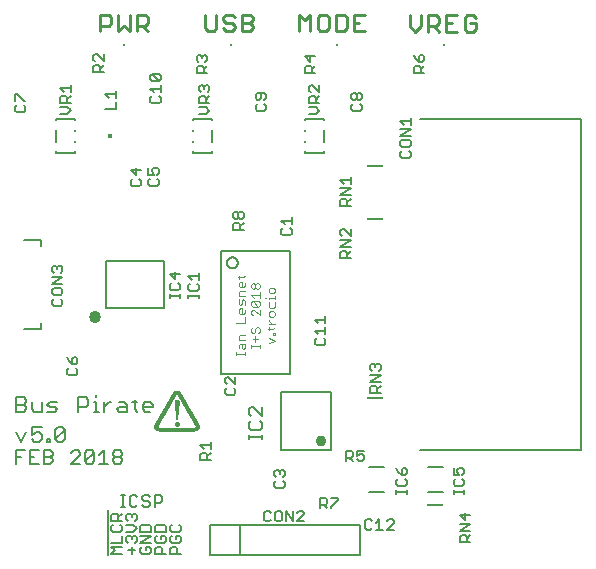
<source format=gto>
G75*
%MOIN*%
%OFA0B0*%
%FSLAX25Y25*%
%IPPOS*%
%LPD*%
%AMOC8*
5,1,8,0,0,1.08239X$1,22.5*
%
%ADD10C,0.01100*%
%ADD11C,0.00400*%
%ADD12C,0.00700*%
%ADD13C,0.00600*%
%ADD14C,0.00500*%
%ADD15R,0.00787X0.00787*%
%ADD16R,0.01181X0.01575*%
%ADD17R,0.00060X0.00060*%
%ADD18R,0.00060X0.00060*%
%ADD19R,0.00060X0.00060*%
%ADD20R,0.00060X0.00060*%
%ADD21R,0.05512X0.00394*%
%ADD22R,0.05512X0.00787*%
%ADD23R,0.00394X0.00787*%
%ADD24C,0.04057*%
%ADD25C,0.00800*%
%ADD26C,0.03619*%
D10*
X0197914Y0245788D02*
X0199749Y0247623D01*
X0199749Y0251293D01*
X0202156Y0251293D02*
X0204909Y0251293D01*
X0205826Y0250375D01*
X0205826Y0248540D01*
X0204909Y0247623D01*
X0202156Y0247623D01*
X0203991Y0247623D02*
X0205826Y0245788D01*
X0208233Y0245788D02*
X0211903Y0245788D01*
X0214311Y0246705D02*
X0215228Y0245788D01*
X0217063Y0245788D01*
X0217980Y0246705D01*
X0217980Y0248540D01*
X0216145Y0248540D01*
X0214311Y0250375D02*
X0214311Y0246705D01*
X0214311Y0250375D02*
X0215228Y0251293D01*
X0217063Y0251293D01*
X0217980Y0250375D01*
X0211903Y0251293D02*
X0208233Y0251293D01*
X0208233Y0245788D01*
X0208233Y0248540D02*
X0210068Y0248540D01*
X0202156Y0245788D02*
X0202156Y0251293D01*
X0196079Y0251293D02*
X0196079Y0247623D01*
X0197914Y0245788D01*
X0181090Y0245937D02*
X0177420Y0245937D01*
X0177420Y0251442D01*
X0181090Y0251442D01*
X0179255Y0248690D02*
X0177420Y0248690D01*
X0175013Y0246855D02*
X0175013Y0250525D01*
X0174096Y0251442D01*
X0171343Y0251442D01*
X0171343Y0245937D01*
X0174096Y0245937D01*
X0175013Y0246855D01*
X0168936Y0246855D02*
X0168936Y0250525D01*
X0168018Y0251442D01*
X0166184Y0251442D01*
X0165266Y0250525D01*
X0165266Y0246855D01*
X0166184Y0245937D01*
X0168018Y0245937D01*
X0168936Y0246855D01*
X0162859Y0245937D02*
X0162859Y0251442D01*
X0161024Y0249607D01*
X0159189Y0251442D01*
X0159189Y0245937D01*
X0143677Y0246855D02*
X0142759Y0245937D01*
X0140007Y0245937D01*
X0140007Y0251442D01*
X0142759Y0251442D01*
X0143677Y0250525D01*
X0143677Y0249607D01*
X0142759Y0248690D01*
X0140007Y0248690D01*
X0137599Y0247772D02*
X0137599Y0246855D01*
X0136682Y0245937D01*
X0134847Y0245937D01*
X0133930Y0246855D01*
X0134847Y0248690D02*
X0136682Y0248690D01*
X0137599Y0247772D01*
X0137599Y0250525D02*
X0136682Y0251442D01*
X0134847Y0251442D01*
X0133930Y0250525D01*
X0133930Y0249607D01*
X0134847Y0248690D01*
X0131522Y0246855D02*
X0131522Y0251442D01*
X0127853Y0251442D02*
X0127853Y0246855D01*
X0128770Y0245937D01*
X0130605Y0245937D01*
X0131522Y0246855D01*
X0142759Y0248690D02*
X0143677Y0247772D01*
X0143677Y0246855D01*
X0108677Y0245937D02*
X0106842Y0247772D01*
X0107759Y0247772D02*
X0105007Y0247772D01*
X0105007Y0245937D02*
X0105007Y0251442D01*
X0107759Y0251442D01*
X0108677Y0250525D01*
X0108677Y0248690D01*
X0107759Y0247772D01*
X0102599Y0245937D02*
X0102599Y0251442D01*
X0098930Y0251442D02*
X0098930Y0245937D01*
X0100765Y0247772D01*
X0102599Y0245937D01*
X0096522Y0248690D02*
X0095605Y0247772D01*
X0092853Y0247772D01*
X0092853Y0245937D02*
X0092853Y0251442D01*
X0095605Y0251442D01*
X0096522Y0250525D01*
X0096522Y0248690D01*
D11*
X0139075Y0164420D02*
X0139075Y0163486D01*
X0138608Y0163953D02*
X0140476Y0163953D01*
X0140943Y0164420D01*
X0140009Y0162408D02*
X0140009Y0160540D01*
X0139542Y0160540D02*
X0139075Y0161007D01*
X0139075Y0161941D01*
X0139542Y0162408D01*
X0140009Y0162408D01*
X0140943Y0161941D02*
X0140943Y0161007D01*
X0140476Y0160540D01*
X0139542Y0160540D01*
X0139542Y0159461D02*
X0140943Y0159461D01*
X0139542Y0159461D02*
X0139075Y0158994D01*
X0139075Y0157593D01*
X0140943Y0157593D01*
X0140476Y0156515D02*
X0140009Y0156048D01*
X0140009Y0155114D01*
X0139542Y0154647D01*
X0139075Y0155114D01*
X0139075Y0156515D01*
X0140476Y0156515D02*
X0140943Y0156048D01*
X0140943Y0154647D01*
X0140009Y0153568D02*
X0140009Y0151700D01*
X0139542Y0151700D02*
X0139075Y0152167D01*
X0139075Y0153101D01*
X0139542Y0153568D01*
X0140009Y0153568D01*
X0140943Y0153101D02*
X0140943Y0152167D01*
X0140476Y0151700D01*
X0139542Y0151700D01*
X0140943Y0150622D02*
X0140943Y0148753D01*
X0138141Y0148753D01*
X0143141Y0146717D02*
X0143141Y0145783D01*
X0143608Y0145316D01*
X0144075Y0145316D01*
X0144542Y0145783D01*
X0144542Y0146717D01*
X0145009Y0147184D01*
X0145476Y0147184D01*
X0145943Y0146717D01*
X0145943Y0145783D01*
X0145476Y0145316D01*
X0144542Y0144238D02*
X0144542Y0142369D01*
X0143608Y0143303D02*
X0145476Y0143303D01*
X0145943Y0141339D02*
X0145943Y0140405D01*
X0145943Y0140872D02*
X0143141Y0140872D01*
X0143141Y0140405D02*
X0143141Y0141339D01*
X0140943Y0141782D02*
X0140943Y0140381D01*
X0140476Y0139914D01*
X0140009Y0140381D01*
X0140009Y0141782D01*
X0139542Y0141782D02*
X0140943Y0141782D01*
X0140943Y0142860D02*
X0139075Y0142860D01*
X0139075Y0144262D01*
X0139542Y0144729D01*
X0140943Y0144729D01*
X0143141Y0146717D02*
X0143608Y0147184D01*
X0143608Y0151209D02*
X0143141Y0151676D01*
X0143141Y0152610D01*
X0143608Y0153077D01*
X0144075Y0153077D01*
X0145943Y0151209D01*
X0145943Y0153077D01*
X0145476Y0154155D02*
X0143608Y0156024D01*
X0145476Y0156024D01*
X0145943Y0155557D01*
X0145943Y0154623D01*
X0145476Y0154155D01*
X0143608Y0154155D01*
X0143141Y0154623D01*
X0143141Y0155557D01*
X0143608Y0156024D01*
X0144075Y0157102D02*
X0143141Y0158036D01*
X0145943Y0158036D01*
X0145943Y0157102D02*
X0145943Y0158970D01*
X0145476Y0160048D02*
X0145009Y0160048D01*
X0144542Y0160516D01*
X0144542Y0161450D01*
X0145009Y0161917D01*
X0145476Y0161917D01*
X0145943Y0161450D01*
X0145943Y0160516D01*
X0145476Y0160048D01*
X0144542Y0160516D02*
X0144075Y0160048D01*
X0143608Y0160048D01*
X0143141Y0160516D01*
X0143141Y0161450D01*
X0143608Y0161917D01*
X0144075Y0161917D01*
X0144542Y0161450D01*
X0149075Y0159976D02*
X0149075Y0159042D01*
X0149542Y0158575D01*
X0150476Y0158575D01*
X0150943Y0159042D01*
X0150943Y0159976D01*
X0150476Y0160443D01*
X0149542Y0160443D01*
X0149075Y0159976D01*
X0149075Y0157078D02*
X0150943Y0157078D01*
X0150943Y0156611D02*
X0150943Y0157545D01*
X0149075Y0157078D02*
X0149075Y0156611D01*
X0148141Y0157078D02*
X0147674Y0157078D01*
X0149075Y0155533D02*
X0149075Y0154131D01*
X0149542Y0153664D01*
X0150476Y0153664D01*
X0150943Y0154131D01*
X0150943Y0155533D01*
X0150476Y0152586D02*
X0149542Y0152586D01*
X0149075Y0152119D01*
X0149075Y0151185D01*
X0149542Y0150718D01*
X0150476Y0150718D01*
X0150943Y0151185D01*
X0150943Y0152119D01*
X0150476Y0152586D01*
X0149075Y0149664D02*
X0149075Y0149197D01*
X0150009Y0148262D01*
X0150943Y0148262D02*
X0149075Y0148262D01*
X0149075Y0147232D02*
X0149075Y0146298D01*
X0148608Y0146765D02*
X0150476Y0146765D01*
X0150943Y0147232D01*
X0150943Y0145292D02*
X0150943Y0144825D01*
X0150476Y0144825D01*
X0150476Y0145292D01*
X0150943Y0145292D01*
X0149075Y0143747D02*
X0150943Y0142812D01*
X0149075Y0141878D01*
X0140943Y0138884D02*
X0140943Y0137950D01*
X0140943Y0138417D02*
X0138141Y0138417D01*
X0138141Y0137950D02*
X0138141Y0138884D01*
X0139075Y0140381D02*
X0139075Y0141315D01*
X0139542Y0141782D01*
D12*
X0110273Y0121502D02*
X0110273Y0120685D01*
X0107004Y0120685D01*
X0107004Y0121502D02*
X0107821Y0122319D01*
X0109456Y0122319D01*
X0110273Y0121502D01*
X0109456Y0119050D02*
X0107821Y0119050D01*
X0107004Y0119867D01*
X0107004Y0121502D01*
X0105201Y0122319D02*
X0103566Y0122319D01*
X0104384Y0123137D02*
X0104384Y0119867D01*
X0105201Y0119050D01*
X0101679Y0119050D02*
X0101679Y0121502D01*
X0100862Y0122319D01*
X0099227Y0122319D01*
X0099227Y0120685D02*
X0101679Y0120685D01*
X0101679Y0119050D02*
X0099227Y0119050D01*
X0098410Y0119867D01*
X0099227Y0120685D01*
X0096565Y0122319D02*
X0095748Y0122319D01*
X0094113Y0120685D01*
X0094113Y0122319D02*
X0094113Y0119050D01*
X0092310Y0119050D02*
X0090675Y0119050D01*
X0091493Y0119050D02*
X0091493Y0122319D01*
X0090675Y0122319D01*
X0091493Y0123954D02*
X0091493Y0124772D01*
X0088788Y0123137D02*
X0088788Y0121502D01*
X0087971Y0120685D01*
X0085519Y0120685D01*
X0085519Y0119050D02*
X0085519Y0123954D01*
X0087971Y0123954D01*
X0088788Y0123137D01*
X0078476Y0122319D02*
X0076023Y0122319D01*
X0075206Y0121502D01*
X0076023Y0120685D01*
X0077658Y0120685D01*
X0078476Y0119867D01*
X0077658Y0119050D01*
X0075206Y0119050D01*
X0073319Y0119050D02*
X0073319Y0122319D01*
X0073319Y0119050D02*
X0070867Y0119050D01*
X0070050Y0119867D01*
X0070050Y0122319D01*
X0068163Y0122319D02*
X0068163Y0123137D01*
X0067345Y0123954D01*
X0064893Y0123954D01*
X0064893Y0119050D01*
X0067345Y0119050D01*
X0068163Y0119867D01*
X0068163Y0120685D01*
X0067345Y0121502D01*
X0064893Y0121502D01*
X0067345Y0121502D02*
X0068163Y0122319D01*
X0070050Y0113954D02*
X0070050Y0111502D01*
X0071684Y0112319D01*
X0072502Y0112319D01*
X0073319Y0111502D01*
X0073319Y0109867D01*
X0072502Y0109050D01*
X0070867Y0109050D01*
X0070050Y0109867D01*
X0068163Y0112319D02*
X0066528Y0109050D01*
X0064893Y0112319D01*
X0070050Y0113954D02*
X0073319Y0113954D01*
X0075206Y0109867D02*
X0076023Y0109867D01*
X0076023Y0109050D01*
X0075206Y0109050D01*
X0075206Y0109867D01*
X0077784Y0109867D02*
X0077784Y0113137D01*
X0078602Y0113954D01*
X0080236Y0113954D01*
X0081054Y0113137D01*
X0077784Y0109867D01*
X0078602Y0109050D01*
X0080236Y0109050D01*
X0081054Y0109867D01*
X0081054Y0113137D01*
X0099893Y0091216D02*
X0101161Y0091216D01*
X0100527Y0091216D02*
X0100527Y0087412D01*
X0099893Y0087412D02*
X0101161Y0087412D01*
X0102656Y0088046D02*
X0103290Y0087412D01*
X0104557Y0087412D01*
X0105191Y0088046D01*
X0106799Y0088046D02*
X0107433Y0087412D01*
X0108701Y0087412D01*
X0109335Y0088046D01*
X0109335Y0088680D01*
X0108701Y0089314D01*
X0107433Y0089314D01*
X0106799Y0089948D01*
X0106799Y0090582D01*
X0107433Y0091216D01*
X0108701Y0091216D01*
X0109335Y0090582D01*
X0110943Y0091216D02*
X0112844Y0091216D01*
X0113478Y0090582D01*
X0113478Y0089314D01*
X0112844Y0088680D01*
X0110943Y0088680D01*
X0110943Y0087412D02*
X0110943Y0091216D01*
X0105191Y0090582D02*
X0104557Y0091216D01*
X0103290Y0091216D01*
X0102656Y0090582D01*
X0102656Y0088046D01*
D13*
X0099273Y0101800D02*
X0097805Y0101800D01*
X0097071Y0102534D01*
X0097071Y0103268D01*
X0097805Y0104002D01*
X0099273Y0104002D01*
X0100007Y0103268D01*
X0100007Y0102534D01*
X0099273Y0101800D01*
X0099273Y0104002D02*
X0100007Y0104736D01*
X0100007Y0105470D01*
X0099273Y0106204D01*
X0097805Y0106204D01*
X0097071Y0105470D01*
X0097071Y0104736D01*
X0097805Y0104002D01*
X0095403Y0101800D02*
X0092467Y0101800D01*
X0093935Y0101800D02*
X0093935Y0106204D01*
X0092467Y0104736D01*
X0090799Y0105470D02*
X0087863Y0102534D01*
X0088597Y0101800D01*
X0090065Y0101800D01*
X0090799Y0102534D01*
X0090799Y0105470D01*
X0090065Y0106204D01*
X0088597Y0106204D01*
X0087863Y0105470D01*
X0087863Y0102534D01*
X0086195Y0101800D02*
X0083259Y0101800D01*
X0086195Y0104736D01*
X0086195Y0105470D01*
X0085461Y0106204D01*
X0083993Y0106204D01*
X0083259Y0105470D01*
X0076987Y0105470D02*
X0076987Y0104736D01*
X0076253Y0104002D01*
X0074051Y0104002D01*
X0074051Y0101800D02*
X0074051Y0106204D01*
X0076253Y0106204D01*
X0076987Y0105470D01*
X0076253Y0104002D02*
X0076987Y0103268D01*
X0076987Y0102534D01*
X0076253Y0101800D01*
X0074051Y0101800D01*
X0072383Y0101800D02*
X0069447Y0101800D01*
X0069447Y0106204D01*
X0072383Y0106204D01*
X0070915Y0104002D02*
X0069447Y0104002D01*
X0067779Y0106204D02*
X0064843Y0106204D01*
X0064843Y0101800D01*
X0064843Y0104002D02*
X0066311Y0104002D01*
X0067583Y0146736D02*
X0073094Y0146736D01*
X0073094Y0148713D01*
X0094894Y0153799D02*
X0114193Y0153799D01*
X0114193Y0169201D01*
X0094894Y0169201D01*
X0094894Y0153799D01*
X0073094Y0174287D02*
X0073094Y0176264D01*
X0067583Y0176264D01*
X0077976Y0205486D02*
X0077976Y0205856D01*
X0077976Y0205486D02*
X0084354Y0205486D01*
X0084354Y0205856D01*
X0084354Y0209030D02*
X0084354Y0209400D01*
X0084354Y0212770D02*
X0084354Y0213140D01*
X0084354Y0216313D02*
X0084354Y0216683D01*
X0077976Y0216683D01*
X0077976Y0216313D01*
X0077976Y0213140D02*
X0077976Y0209030D01*
X0123854Y0209030D02*
X0123854Y0209400D01*
X0123854Y0212770D02*
X0123854Y0213140D01*
X0123854Y0216313D02*
X0123854Y0216683D01*
X0130232Y0216683D01*
X0130232Y0216313D01*
X0130232Y0213140D02*
X0130232Y0209030D01*
X0130232Y0205856D02*
X0130232Y0205486D01*
X0123854Y0205486D01*
X0123854Y0205856D01*
X0161087Y0205856D02*
X0161087Y0205486D01*
X0167465Y0205486D01*
X0167465Y0205856D01*
X0167465Y0209030D02*
X0167465Y0213140D01*
X0167465Y0216313D02*
X0167465Y0216683D01*
X0161087Y0216683D01*
X0161087Y0216313D01*
X0161087Y0213140D02*
X0161087Y0212770D01*
X0161087Y0209400D02*
X0161087Y0209030D01*
X0199465Y0216520D02*
X0252969Y0216520D01*
X0252969Y0106480D01*
X0199465Y0106480D01*
X0179543Y0081500D02*
X0179543Y0071500D01*
X0139543Y0071500D01*
X0139543Y0081500D01*
X0179543Y0081500D01*
X0139543Y0081500D02*
X0129543Y0081500D01*
X0129543Y0071500D01*
X0139543Y0071500D01*
X0142293Y0109990D02*
X0142293Y0111458D01*
X0142293Y0110724D02*
X0146697Y0110724D01*
X0146697Y0109990D02*
X0146697Y0111458D01*
X0145963Y0113059D02*
X0143027Y0113059D01*
X0142293Y0113793D01*
X0142293Y0115261D01*
X0143027Y0115995D01*
X0143027Y0117663D02*
X0142293Y0118397D01*
X0142293Y0119865D01*
X0143027Y0120599D01*
X0143761Y0120599D01*
X0146697Y0117663D01*
X0146697Y0120599D01*
X0145963Y0115995D02*
X0146697Y0115261D01*
X0146697Y0113793D01*
X0145963Y0113059D01*
X0156059Y0131653D02*
X0133028Y0131653D01*
X0133028Y0172597D01*
X0156059Y0172597D01*
X0156059Y0131653D01*
X0135057Y0168759D02*
X0135059Y0168844D01*
X0135065Y0168928D01*
X0135075Y0169013D01*
X0135089Y0169096D01*
X0135106Y0169179D01*
X0135128Y0169261D01*
X0135154Y0169342D01*
X0135183Y0169422D01*
X0135216Y0169500D01*
X0135252Y0169576D01*
X0135292Y0169651D01*
X0135336Y0169724D01*
X0135383Y0169795D01*
X0135433Y0169863D01*
X0135486Y0169929D01*
X0135543Y0169992D01*
X0135602Y0170053D01*
X0135664Y0170111D01*
X0135729Y0170166D01*
X0135796Y0170218D01*
X0135865Y0170266D01*
X0135937Y0170311D01*
X0136011Y0170353D01*
X0136087Y0170391D01*
X0136164Y0170426D01*
X0136243Y0170457D01*
X0136323Y0170485D01*
X0136405Y0170508D01*
X0136487Y0170528D01*
X0136570Y0170544D01*
X0136654Y0170556D01*
X0136739Y0170564D01*
X0136824Y0170568D01*
X0136908Y0170568D01*
X0136993Y0170564D01*
X0137078Y0170556D01*
X0137162Y0170544D01*
X0137245Y0170528D01*
X0137327Y0170508D01*
X0137409Y0170485D01*
X0137489Y0170457D01*
X0137568Y0170426D01*
X0137645Y0170391D01*
X0137721Y0170353D01*
X0137795Y0170311D01*
X0137867Y0170266D01*
X0137936Y0170218D01*
X0138003Y0170166D01*
X0138068Y0170111D01*
X0138130Y0170053D01*
X0138189Y0169992D01*
X0138246Y0169929D01*
X0138299Y0169863D01*
X0138349Y0169795D01*
X0138396Y0169724D01*
X0138440Y0169651D01*
X0138480Y0169576D01*
X0138516Y0169500D01*
X0138549Y0169422D01*
X0138578Y0169342D01*
X0138604Y0169261D01*
X0138626Y0169179D01*
X0138643Y0169096D01*
X0138657Y0169013D01*
X0138667Y0168928D01*
X0138673Y0168844D01*
X0138675Y0168759D01*
X0138673Y0168674D01*
X0138667Y0168590D01*
X0138657Y0168505D01*
X0138643Y0168422D01*
X0138626Y0168339D01*
X0138604Y0168257D01*
X0138578Y0168176D01*
X0138549Y0168096D01*
X0138516Y0168018D01*
X0138480Y0167942D01*
X0138440Y0167867D01*
X0138396Y0167794D01*
X0138349Y0167723D01*
X0138299Y0167655D01*
X0138246Y0167589D01*
X0138189Y0167526D01*
X0138130Y0167465D01*
X0138068Y0167407D01*
X0138003Y0167352D01*
X0137936Y0167300D01*
X0137867Y0167252D01*
X0137795Y0167207D01*
X0137721Y0167165D01*
X0137645Y0167127D01*
X0137568Y0167092D01*
X0137489Y0167061D01*
X0137409Y0167033D01*
X0137327Y0167010D01*
X0137245Y0166990D01*
X0137162Y0166974D01*
X0137078Y0166962D01*
X0136993Y0166954D01*
X0136908Y0166950D01*
X0136824Y0166950D01*
X0136739Y0166954D01*
X0136654Y0166962D01*
X0136570Y0166974D01*
X0136487Y0166990D01*
X0136405Y0167010D01*
X0136323Y0167033D01*
X0136243Y0167061D01*
X0136164Y0167092D01*
X0136087Y0167127D01*
X0136011Y0167165D01*
X0135937Y0167207D01*
X0135865Y0167252D01*
X0135796Y0167300D01*
X0135729Y0167352D01*
X0135664Y0167407D01*
X0135602Y0167465D01*
X0135543Y0167526D01*
X0135486Y0167589D01*
X0135433Y0167655D01*
X0135383Y0167723D01*
X0135336Y0167794D01*
X0135292Y0167867D01*
X0135252Y0167942D01*
X0135216Y0168018D01*
X0135183Y0168096D01*
X0135154Y0168176D01*
X0135128Y0168257D01*
X0135106Y0168339D01*
X0135089Y0168422D01*
X0135075Y0168505D01*
X0135065Y0168590D01*
X0135059Y0168674D01*
X0135057Y0168759D01*
D14*
X0095543Y0086233D02*
X0095543Y0071500D01*
X0096540Y0071750D02*
X0097708Y0072918D01*
X0096540Y0074085D01*
X0100043Y0074085D01*
X0100043Y0075433D02*
X0096540Y0075433D01*
X0100043Y0075433D02*
X0100043Y0077768D01*
X0099459Y0079116D02*
X0100043Y0079700D01*
X0100043Y0080868D01*
X0099459Y0081452D01*
X0098876Y0082799D02*
X0098876Y0084551D01*
X0098292Y0085135D01*
X0097124Y0085135D01*
X0096540Y0084551D01*
X0096540Y0082799D01*
X0100043Y0082799D01*
X0101540Y0083383D02*
X0101540Y0084551D01*
X0102124Y0085135D01*
X0102708Y0085135D01*
X0103292Y0084551D01*
X0103876Y0085135D01*
X0104459Y0085135D01*
X0105043Y0084551D01*
X0105043Y0083383D01*
X0104459Y0082799D01*
X0103876Y0081452D02*
X0101540Y0081452D01*
X0102124Y0082799D02*
X0101540Y0083383D01*
X0103292Y0083967D02*
X0103292Y0084551D01*
X0103876Y0081452D02*
X0105043Y0080284D01*
X0103876Y0079116D01*
X0101540Y0079116D01*
X0102124Y0077768D02*
X0102708Y0077768D01*
X0103292Y0077185D01*
X0103876Y0077768D01*
X0104459Y0077768D01*
X0105043Y0077185D01*
X0105043Y0076017D01*
X0104459Y0075433D01*
X0103292Y0076601D02*
X0103292Y0077185D01*
X0102124Y0077768D02*
X0101540Y0077185D01*
X0101540Y0076017D01*
X0102124Y0075433D01*
X0103292Y0074085D02*
X0103292Y0071750D01*
X0102124Y0072918D02*
X0104459Y0072918D01*
X0106228Y0073501D02*
X0106228Y0072334D01*
X0106812Y0071750D01*
X0109147Y0071750D01*
X0109731Y0072334D01*
X0109731Y0073501D01*
X0109147Y0074085D01*
X0107979Y0074085D01*
X0107979Y0072918D01*
X0106812Y0074085D02*
X0106228Y0073501D01*
X0106228Y0075433D02*
X0109731Y0077768D01*
X0106228Y0077768D01*
X0106228Y0079116D02*
X0106228Y0080868D01*
X0106812Y0081452D01*
X0109147Y0081452D01*
X0109731Y0080868D01*
X0109731Y0079116D01*
X0106228Y0079116D01*
X0106228Y0075433D02*
X0109731Y0075433D01*
X0111228Y0076017D02*
X0111812Y0075433D01*
X0114147Y0075433D01*
X0114731Y0076017D01*
X0114731Y0077185D01*
X0114147Y0077768D01*
X0112979Y0077768D01*
X0112979Y0076601D01*
X0111812Y0077768D02*
X0111228Y0077185D01*
X0111228Y0076017D01*
X0111812Y0074085D02*
X0112979Y0074085D01*
X0113563Y0073501D01*
X0113563Y0071750D01*
X0114731Y0071750D02*
X0111228Y0071750D01*
X0111228Y0073501D01*
X0111812Y0074085D01*
X0116228Y0073501D02*
X0116812Y0074085D01*
X0117979Y0074085D01*
X0118563Y0073501D01*
X0118563Y0071750D01*
X0119731Y0071750D02*
X0116228Y0071750D01*
X0116228Y0073501D01*
X0116812Y0075433D02*
X0119147Y0075433D01*
X0119731Y0076017D01*
X0119731Y0077185D01*
X0119147Y0077768D01*
X0117979Y0077768D01*
X0117979Y0076601D01*
X0116812Y0077768D02*
X0116228Y0077185D01*
X0116228Y0076017D01*
X0116812Y0075433D01*
X0116812Y0079116D02*
X0119147Y0079116D01*
X0119731Y0079700D01*
X0119731Y0080868D01*
X0119147Y0081452D01*
X0116812Y0081452D02*
X0116228Y0080868D01*
X0116228Y0079700D01*
X0116812Y0079116D01*
X0114731Y0079116D02*
X0114731Y0080868D01*
X0114147Y0081452D01*
X0111812Y0081452D01*
X0111228Y0080868D01*
X0111228Y0079116D01*
X0114731Y0079116D01*
X0099459Y0079116D02*
X0097124Y0079116D01*
X0096540Y0079700D01*
X0096540Y0080868D01*
X0097124Y0081452D01*
X0098876Y0083967D02*
X0100043Y0085135D01*
X0100043Y0071750D02*
X0096540Y0071750D01*
X0126228Y0103067D02*
X0126228Y0104818D01*
X0126812Y0105402D01*
X0127979Y0105402D01*
X0128563Y0104818D01*
X0128563Y0103067D01*
X0128563Y0104235D02*
X0129731Y0105402D01*
X0129731Y0106750D02*
X0129731Y0109085D01*
X0129731Y0107918D02*
X0126228Y0107918D01*
X0127395Y0106750D01*
X0126228Y0103067D02*
X0129731Y0103067D01*
X0150866Y0099076D02*
X0151450Y0099660D01*
X0152033Y0099660D01*
X0152617Y0099076D01*
X0153201Y0099660D01*
X0153785Y0099660D01*
X0154369Y0099076D01*
X0154369Y0097908D01*
X0153785Y0097325D01*
X0153785Y0095977D02*
X0154369Y0095393D01*
X0154369Y0094225D01*
X0153785Y0093641D01*
X0151450Y0093641D01*
X0150866Y0094225D01*
X0150866Y0095393D01*
X0151450Y0095977D01*
X0151450Y0097325D02*
X0150866Y0097908D01*
X0150866Y0099076D01*
X0152617Y0099076D02*
X0152617Y0098492D01*
X0152862Y0086065D02*
X0153445Y0085482D01*
X0153445Y0083146D01*
X0152862Y0082563D01*
X0151694Y0082563D01*
X0151110Y0083146D01*
X0151110Y0085482D01*
X0151694Y0086065D01*
X0152862Y0086065D01*
X0154793Y0086065D02*
X0157129Y0082563D01*
X0157129Y0086065D01*
X0158476Y0085482D02*
X0159060Y0086065D01*
X0160228Y0086065D01*
X0160812Y0085482D01*
X0160812Y0084898D01*
X0158476Y0082563D01*
X0160812Y0082563D01*
X0154793Y0082563D02*
X0154793Y0086065D01*
X0149762Y0085482D02*
X0149179Y0086065D01*
X0148011Y0086065D01*
X0147427Y0085482D01*
X0147427Y0083146D01*
X0148011Y0082563D01*
X0149179Y0082563D01*
X0149762Y0083146D01*
X0166235Y0086875D02*
X0166235Y0090378D01*
X0167987Y0090378D01*
X0168570Y0089794D01*
X0168570Y0088626D01*
X0167987Y0088043D01*
X0166235Y0088043D01*
X0167403Y0088043D02*
X0168570Y0086875D01*
X0169918Y0086875D02*
X0169918Y0087459D01*
X0172254Y0089794D01*
X0172254Y0090378D01*
X0169918Y0090378D01*
X0182395Y0092366D02*
X0187316Y0092366D01*
X0191540Y0092423D02*
X0195043Y0092423D01*
X0195043Y0091839D02*
X0195043Y0093007D01*
X0194459Y0094295D02*
X0195043Y0094878D01*
X0195043Y0096046D01*
X0194459Y0096630D01*
X0194459Y0097978D02*
X0193292Y0097978D01*
X0193292Y0099729D01*
X0193876Y0100313D01*
X0194459Y0100313D01*
X0195043Y0099729D01*
X0195043Y0098562D01*
X0194459Y0097978D01*
X0193292Y0097978D02*
X0192124Y0099145D01*
X0191540Y0100313D01*
X0187316Y0100634D02*
X0182395Y0100634D01*
X0180170Y0102625D02*
X0180754Y0103209D01*
X0180754Y0104376D01*
X0180170Y0104960D01*
X0179586Y0104960D01*
X0178418Y0104376D01*
X0178418Y0106128D01*
X0180754Y0106128D01*
X0177070Y0105544D02*
X0177070Y0104376D01*
X0176487Y0103793D01*
X0174735Y0103793D01*
X0175903Y0103793D02*
X0177070Y0102625D01*
X0178418Y0103209D02*
X0179002Y0102625D01*
X0180170Y0102625D01*
X0177070Y0105544D02*
X0176487Y0106128D01*
X0174735Y0106128D01*
X0174735Y0102625D01*
X0191540Y0096046D02*
X0191540Y0094878D01*
X0192124Y0094295D01*
X0194459Y0094295D01*
X0191540Y0093007D02*
X0191540Y0091839D01*
X0191540Y0096046D02*
X0192124Y0096630D01*
X0202083Y0100634D02*
X0207004Y0100634D01*
X0210603Y0100313D02*
X0210603Y0097978D01*
X0212354Y0097978D01*
X0211770Y0099145D01*
X0211770Y0099729D01*
X0212354Y0100313D01*
X0213522Y0100313D01*
X0214106Y0099729D01*
X0214106Y0098562D01*
X0213522Y0097978D01*
X0213522Y0096630D02*
X0214106Y0096046D01*
X0214106Y0094878D01*
X0213522Y0094295D01*
X0211187Y0094295D01*
X0210603Y0094878D01*
X0210603Y0096046D01*
X0211187Y0096630D01*
X0210603Y0093007D02*
X0210603Y0091839D01*
X0210603Y0092423D02*
X0214106Y0092423D01*
X0214106Y0091839D02*
X0214106Y0093007D01*
X0207004Y0092366D02*
X0202083Y0092366D01*
X0212729Y0084657D02*
X0214480Y0082905D01*
X0214480Y0085240D01*
X0212729Y0084657D02*
X0216232Y0084657D01*
X0216232Y0081557D02*
X0212729Y0081557D01*
X0212729Y0079222D02*
X0216232Y0081557D01*
X0216232Y0079222D02*
X0212729Y0079222D01*
X0213313Y0077874D02*
X0214480Y0077874D01*
X0215064Y0077290D01*
X0215064Y0075539D01*
X0215064Y0076706D02*
X0216232Y0077874D01*
X0216232Y0075539D02*
X0212729Y0075539D01*
X0212729Y0077290D01*
X0213313Y0077874D01*
X0190720Y0079813D02*
X0188385Y0079813D01*
X0190720Y0082148D01*
X0190720Y0082732D01*
X0190136Y0083315D01*
X0188969Y0083315D01*
X0188385Y0082732D01*
X0185869Y0083315D02*
X0185869Y0079813D01*
X0184702Y0079813D02*
X0187037Y0079813D01*
X0184702Y0082148D02*
X0185869Y0083315D01*
X0183354Y0082732D02*
X0182770Y0083315D01*
X0181602Y0083315D01*
X0181019Y0082732D01*
X0181019Y0080396D01*
X0181602Y0079813D01*
X0182770Y0079813D01*
X0183354Y0080396D01*
X0182768Y0125428D02*
X0182768Y0127179D01*
X0183352Y0127763D01*
X0184520Y0127763D01*
X0185103Y0127179D01*
X0185103Y0125428D01*
X0185103Y0126596D02*
X0186271Y0127763D01*
X0186271Y0129111D02*
X0182768Y0129111D01*
X0186271Y0131446D01*
X0182768Y0131446D01*
X0183352Y0132794D02*
X0182768Y0133378D01*
X0182768Y0134546D01*
X0183352Y0135130D01*
X0183936Y0135130D01*
X0184520Y0134546D01*
X0185103Y0135130D01*
X0185687Y0135130D01*
X0186271Y0134546D01*
X0186271Y0133378D01*
X0185687Y0132794D01*
X0184520Y0133962D02*
X0184520Y0134546D01*
X0186271Y0125428D02*
X0182768Y0125428D01*
X0167272Y0141225D02*
X0164937Y0141225D01*
X0164353Y0141809D01*
X0164353Y0142977D01*
X0164937Y0143561D01*
X0165520Y0144908D02*
X0164353Y0146076D01*
X0167856Y0146076D01*
X0167856Y0144908D02*
X0167856Y0147244D01*
X0167856Y0148592D02*
X0167856Y0150927D01*
X0167856Y0149759D02*
X0164353Y0149759D01*
X0165520Y0148592D01*
X0167272Y0143561D02*
X0167856Y0142977D01*
X0167856Y0141809D01*
X0167272Y0141225D01*
X0137856Y0130648D02*
X0137856Y0128312D01*
X0135520Y0130648D01*
X0134937Y0130648D01*
X0134353Y0130064D01*
X0134353Y0128896D01*
X0134937Y0128312D01*
X0134937Y0126965D02*
X0134353Y0126381D01*
X0134353Y0125213D01*
X0134937Y0124629D01*
X0137272Y0124629D01*
X0137856Y0125213D01*
X0137856Y0126381D01*
X0137272Y0126965D01*
X0125731Y0156973D02*
X0125731Y0158141D01*
X0125731Y0157557D02*
X0122228Y0157557D01*
X0122228Y0156973D02*
X0122228Y0158141D01*
X0122812Y0159428D02*
X0125147Y0159428D01*
X0125731Y0160012D01*
X0125731Y0161180D01*
X0125147Y0161764D01*
X0125731Y0163112D02*
X0125731Y0165447D01*
X0125731Y0164279D02*
X0122228Y0164279D01*
X0123395Y0163112D01*
X0122812Y0161764D02*
X0122228Y0161180D01*
X0122228Y0160012D01*
X0122812Y0159428D01*
X0119482Y0160129D02*
X0119482Y0161297D01*
X0118898Y0161881D01*
X0117731Y0163229D02*
X0115979Y0164980D01*
X0119482Y0164980D01*
X0117731Y0165564D02*
X0117731Y0163229D01*
X0116563Y0161881D02*
X0115979Y0161297D01*
X0115979Y0160129D01*
X0116563Y0159546D01*
X0118898Y0159546D01*
X0119482Y0160129D01*
X0119482Y0158258D02*
X0119482Y0157090D01*
X0119482Y0157674D02*
X0115979Y0157674D01*
X0115979Y0157090D02*
X0115979Y0158258D01*
X0137103Y0179817D02*
X0137103Y0181568D01*
X0137687Y0182152D01*
X0138854Y0182152D01*
X0139438Y0181568D01*
X0139438Y0179817D01*
X0139438Y0180985D02*
X0140606Y0182152D01*
X0140022Y0183500D02*
X0139438Y0183500D01*
X0138854Y0184084D01*
X0138854Y0185251D01*
X0139438Y0185835D01*
X0140022Y0185835D01*
X0140606Y0185251D01*
X0140606Y0184084D01*
X0140022Y0183500D01*
X0138854Y0184084D02*
X0138270Y0183500D01*
X0137687Y0183500D01*
X0137103Y0184084D01*
X0137103Y0185251D01*
X0137687Y0185835D01*
X0138270Y0185835D01*
X0138854Y0185251D01*
X0140606Y0179817D02*
X0137103Y0179817D01*
X0153135Y0179656D02*
X0153135Y0178488D01*
X0153719Y0177904D01*
X0156054Y0177904D01*
X0156638Y0178488D01*
X0156638Y0179656D01*
X0156054Y0180240D01*
X0156638Y0181588D02*
X0156638Y0183923D01*
X0156638Y0182755D02*
X0153135Y0182755D01*
X0154303Y0181588D01*
X0153719Y0180240D02*
X0153135Y0179656D01*
X0172790Y0179406D02*
X0172790Y0178238D01*
X0173374Y0177654D01*
X0172790Y0176306D02*
X0176293Y0176306D01*
X0172790Y0173971D01*
X0176293Y0173971D01*
X0176293Y0172623D02*
X0175126Y0171455D01*
X0175126Y0172039D02*
X0175126Y0170288D01*
X0176293Y0170288D02*
X0172790Y0170288D01*
X0172790Y0172039D01*
X0173374Y0172623D01*
X0174542Y0172623D01*
X0175126Y0172039D01*
X0176293Y0177654D02*
X0173958Y0179989D01*
X0173374Y0179989D01*
X0172790Y0179406D01*
X0176293Y0179989D02*
X0176293Y0177654D01*
X0176293Y0187788D02*
X0172790Y0187788D01*
X0172790Y0189539D01*
X0173374Y0190123D01*
X0174542Y0190123D01*
X0175126Y0189539D01*
X0175126Y0187788D01*
X0175126Y0188955D02*
X0176293Y0190123D01*
X0176293Y0191471D02*
X0172790Y0191471D01*
X0176293Y0193806D01*
X0172790Y0193806D01*
X0173958Y0195154D02*
X0172790Y0196322D01*
X0176293Y0196322D01*
X0176293Y0197489D02*
X0176293Y0195154D01*
X0192901Y0204343D02*
X0193485Y0203759D01*
X0195820Y0203759D01*
X0196404Y0204343D01*
X0196404Y0205510D01*
X0195820Y0206094D01*
X0195820Y0207442D02*
X0196404Y0208026D01*
X0196404Y0209193D01*
X0195820Y0209777D01*
X0193485Y0209777D01*
X0192901Y0209193D01*
X0192901Y0208026D01*
X0193485Y0207442D01*
X0195820Y0207442D01*
X0193485Y0206094D02*
X0192901Y0205510D01*
X0192901Y0204343D01*
X0192901Y0211125D02*
X0196404Y0213460D01*
X0192901Y0213460D01*
X0194069Y0214808D02*
X0192901Y0215976D01*
X0196404Y0215976D01*
X0196404Y0217143D02*
X0196404Y0214808D01*
X0196404Y0211125D02*
X0192901Y0211125D01*
X0180043Y0219901D02*
X0180043Y0221068D01*
X0179459Y0221652D01*
X0179459Y0223000D02*
X0178876Y0223000D01*
X0178292Y0223584D01*
X0178292Y0224751D01*
X0178876Y0225335D01*
X0179459Y0225335D01*
X0180043Y0224751D01*
X0180043Y0223584D01*
X0179459Y0223000D01*
X0178292Y0223584D02*
X0177708Y0223000D01*
X0177124Y0223000D01*
X0176540Y0223584D01*
X0176540Y0224751D01*
X0177124Y0225335D01*
X0177708Y0225335D01*
X0178292Y0224751D01*
X0177124Y0221652D02*
X0176540Y0221068D01*
X0176540Y0219901D01*
X0177124Y0219317D01*
X0179459Y0219317D01*
X0180043Y0219901D01*
X0165858Y0219390D02*
X0164690Y0220558D01*
X0162355Y0220558D01*
X0162355Y0221906D02*
X0162355Y0223657D01*
X0162939Y0224241D01*
X0164106Y0224241D01*
X0164690Y0223657D01*
X0164690Y0221906D01*
X0164690Y0223073D02*
X0165858Y0224241D01*
X0165858Y0225589D02*
X0163522Y0227924D01*
X0162939Y0227924D01*
X0162355Y0227340D01*
X0162355Y0226173D01*
X0162939Y0225589D01*
X0165858Y0225589D02*
X0165858Y0227924D01*
X0164573Y0232099D02*
X0161070Y0232099D01*
X0161070Y0233851D01*
X0161654Y0234435D01*
X0162822Y0234435D01*
X0163406Y0233851D01*
X0163406Y0232099D01*
X0163406Y0233267D02*
X0164573Y0234435D01*
X0162822Y0235782D02*
X0162822Y0238118D01*
X0164573Y0237534D02*
X0161070Y0237534D01*
X0162822Y0235782D01*
X0148135Y0224786D02*
X0147551Y0225370D01*
X0145216Y0225370D01*
X0144632Y0224786D01*
X0144632Y0223619D01*
X0145216Y0223035D01*
X0145800Y0223035D01*
X0146383Y0223619D01*
X0146383Y0225370D01*
X0148135Y0224786D02*
X0148135Y0223619D01*
X0147551Y0223035D01*
X0147551Y0221687D02*
X0148135Y0221103D01*
X0148135Y0219935D01*
X0147551Y0219352D01*
X0145216Y0219352D01*
X0144632Y0219935D01*
X0144632Y0221103D01*
X0145216Y0221687D01*
X0129225Y0221918D02*
X0125722Y0221918D01*
X0125722Y0223670D01*
X0126306Y0224253D01*
X0127474Y0224253D01*
X0128058Y0223670D01*
X0128058Y0221918D01*
X0128058Y0223086D02*
X0129225Y0224253D01*
X0128642Y0225601D02*
X0129225Y0226185D01*
X0129225Y0227353D01*
X0128642Y0227937D01*
X0128058Y0227937D01*
X0127474Y0227353D01*
X0127474Y0226769D01*
X0127474Y0227353D02*
X0126890Y0227937D01*
X0126306Y0227937D01*
X0125722Y0227353D01*
X0125722Y0226185D01*
X0126306Y0225601D01*
X0125722Y0220570D02*
X0128058Y0220570D01*
X0129225Y0219403D01*
X0128058Y0218235D01*
X0125722Y0218235D01*
X0112959Y0222494D02*
X0112959Y0223661D01*
X0112375Y0224245D01*
X0112959Y0225593D02*
X0112959Y0227928D01*
X0112959Y0226761D02*
X0109456Y0226761D01*
X0110623Y0225593D01*
X0110040Y0224245D02*
X0109456Y0223661D01*
X0109456Y0222494D01*
X0110040Y0221910D01*
X0112375Y0221910D01*
X0112959Y0222494D01*
X0112375Y0229276D02*
X0110040Y0231611D01*
X0112375Y0231611D01*
X0112959Y0231028D01*
X0112959Y0229860D01*
X0112375Y0229276D01*
X0110040Y0229276D01*
X0109456Y0229860D01*
X0109456Y0231028D01*
X0110040Y0231611D01*
X0097959Y0226020D02*
X0097959Y0223685D01*
X0097959Y0224852D02*
X0094456Y0224852D01*
X0095623Y0223685D01*
X0097959Y0222337D02*
X0097959Y0220001D01*
X0094456Y0220001D01*
X0082959Y0219640D02*
X0081791Y0220808D01*
X0079456Y0220808D01*
X0079456Y0222155D02*
X0079456Y0223907D01*
X0080040Y0224491D01*
X0081207Y0224491D01*
X0081791Y0223907D01*
X0081791Y0222155D01*
X0082959Y0222155D02*
X0079456Y0222155D01*
X0081791Y0223323D02*
X0082959Y0224491D01*
X0082959Y0225839D02*
X0082959Y0228174D01*
X0082959Y0227006D02*
X0079456Y0227006D01*
X0080623Y0225839D01*
X0090487Y0232235D02*
X0090487Y0233986D01*
X0091071Y0234570D01*
X0092239Y0234570D01*
X0092823Y0233986D01*
X0092823Y0232235D01*
X0093990Y0232235D02*
X0090487Y0232235D01*
X0092823Y0233402D02*
X0093990Y0234570D01*
X0093990Y0235918D02*
X0091655Y0238253D01*
X0091071Y0238253D01*
X0090487Y0237669D01*
X0090487Y0236502D01*
X0091071Y0235918D01*
X0093990Y0235918D02*
X0093990Y0238253D01*
X0082959Y0219640D02*
X0081791Y0218472D01*
X0079456Y0218472D01*
X0067915Y0219485D02*
X0067915Y0220653D01*
X0067332Y0221237D01*
X0067332Y0222585D02*
X0067915Y0222585D01*
X0067332Y0222585D02*
X0064996Y0224920D01*
X0064412Y0224920D01*
X0064412Y0222585D01*
X0064996Y0221237D02*
X0064412Y0220653D01*
X0064412Y0219485D01*
X0064996Y0218902D01*
X0067332Y0218902D01*
X0067915Y0219485D01*
X0102990Y0199676D02*
X0104742Y0197925D01*
X0104742Y0200260D01*
X0106493Y0199676D02*
X0102990Y0199676D01*
X0103574Y0196577D02*
X0102990Y0195993D01*
X0102990Y0194826D01*
X0103574Y0194242D01*
X0105909Y0194242D01*
X0106493Y0194826D01*
X0106493Y0195993D01*
X0105909Y0196577D01*
X0108922Y0196231D02*
X0108922Y0195063D01*
X0109506Y0194479D01*
X0111842Y0194479D01*
X0112425Y0195063D01*
X0112425Y0196231D01*
X0111842Y0196815D01*
X0111842Y0198163D02*
X0112425Y0198746D01*
X0112425Y0199914D01*
X0111842Y0200498D01*
X0110674Y0200498D01*
X0110090Y0199914D01*
X0110090Y0199330D01*
X0110674Y0198163D01*
X0108922Y0198163D01*
X0108922Y0200498D01*
X0109506Y0196815D02*
X0108922Y0196231D01*
X0080219Y0167185D02*
X0080219Y0166017D01*
X0079635Y0165433D01*
X0080219Y0164085D02*
X0076716Y0164085D01*
X0077299Y0165433D02*
X0076716Y0166017D01*
X0076716Y0167185D01*
X0077299Y0167768D01*
X0077883Y0167768D01*
X0078467Y0167185D01*
X0079051Y0167768D01*
X0079635Y0167768D01*
X0080219Y0167185D01*
X0078467Y0167185D02*
X0078467Y0166601D01*
X0080219Y0164085D02*
X0076716Y0161750D01*
X0080219Y0161750D01*
X0079635Y0160402D02*
X0077299Y0160402D01*
X0076716Y0159818D01*
X0076716Y0158651D01*
X0077299Y0158067D01*
X0079635Y0158067D01*
X0080219Y0158651D01*
X0080219Y0159818D01*
X0079635Y0160402D01*
X0079635Y0156719D02*
X0080219Y0156135D01*
X0080219Y0154968D01*
X0079635Y0154384D01*
X0077299Y0154384D01*
X0076716Y0154968D01*
X0076716Y0156135D01*
X0077299Y0156719D01*
X0081753Y0137248D02*
X0082337Y0136080D01*
X0083504Y0134913D01*
X0083504Y0136664D01*
X0084088Y0137248D01*
X0084672Y0137248D01*
X0085256Y0136664D01*
X0085256Y0135496D01*
X0084672Y0134913D01*
X0083504Y0134913D01*
X0082337Y0133565D02*
X0081753Y0132981D01*
X0081753Y0131813D01*
X0082337Y0131229D01*
X0084672Y0131229D01*
X0085256Y0131813D01*
X0085256Y0132981D01*
X0084672Y0133565D01*
X0162355Y0218223D02*
X0164690Y0218223D01*
X0165858Y0219390D01*
X0165858Y0221906D02*
X0162355Y0221906D01*
X0197289Y0232083D02*
X0197289Y0233834D01*
X0197873Y0234418D01*
X0199041Y0234418D01*
X0199625Y0233834D01*
X0199625Y0232083D01*
X0199625Y0233250D02*
X0200792Y0234418D01*
X0200209Y0235766D02*
X0200792Y0236350D01*
X0200792Y0237517D01*
X0200209Y0238101D01*
X0199625Y0238101D01*
X0199041Y0237517D01*
X0199041Y0235766D01*
X0200209Y0235766D01*
X0199041Y0235766D02*
X0197873Y0236933D01*
X0197289Y0238101D01*
X0197289Y0232083D02*
X0200792Y0232083D01*
X0128500Y0232011D02*
X0124998Y0232011D01*
X0124998Y0233762D01*
X0125581Y0234346D01*
X0126749Y0234346D01*
X0127333Y0233762D01*
X0127333Y0232011D01*
X0127333Y0233178D02*
X0128500Y0234346D01*
X0127917Y0235694D02*
X0128500Y0236278D01*
X0128500Y0237445D01*
X0127917Y0238029D01*
X0127333Y0238029D01*
X0126749Y0237445D01*
X0126749Y0236862D01*
X0126749Y0237445D02*
X0126165Y0238029D01*
X0125581Y0238029D01*
X0124998Y0237445D01*
X0124998Y0236278D01*
X0125581Y0235694D01*
D15*
X0136386Y0241500D03*
X0100854Y0241500D03*
X0171917Y0241500D03*
X0207445Y0241500D03*
D16*
X0096165Y0211085D03*
D17*
X0118216Y0125667D03*
X0118216Y0125608D03*
X0118096Y0125608D03*
X0118096Y0125487D03*
X0118096Y0125367D03*
X0118096Y0125308D03*
X0118216Y0125308D03*
X0118216Y0125367D03*
X0118216Y0125487D03*
X0118396Y0125487D03*
X0118396Y0125367D03*
X0118396Y0125308D03*
X0118516Y0125308D03*
X0118516Y0125367D03*
X0118516Y0125487D03*
X0118516Y0125608D03*
X0118516Y0125667D03*
X0118396Y0125667D03*
X0118396Y0125608D03*
X0118696Y0125608D03*
X0118696Y0125667D03*
X0118816Y0125667D03*
X0118816Y0125608D03*
X0118816Y0125487D03*
X0118816Y0125367D03*
X0118816Y0125308D03*
X0118696Y0125308D03*
X0118696Y0125367D03*
X0118696Y0125487D03*
X0118696Y0125187D03*
X0118696Y0125067D03*
X0118696Y0125008D03*
X0118816Y0125008D03*
X0118816Y0125067D03*
X0118816Y0125187D03*
X0118996Y0125187D03*
X0118996Y0125067D03*
X0118996Y0125008D03*
X0119116Y0125008D03*
X0119116Y0125067D03*
X0119116Y0125187D03*
X0119116Y0125308D03*
X0119116Y0125367D03*
X0118996Y0125367D03*
X0118996Y0125308D03*
X0118996Y0125487D03*
X0119116Y0125487D03*
X0119116Y0125608D03*
X0118996Y0125608D03*
X0118996Y0125667D03*
X0119296Y0125487D03*
X0119296Y0125367D03*
X0119296Y0125308D03*
X0119416Y0125308D03*
X0119416Y0125367D03*
X0119416Y0125187D03*
X0119416Y0125067D03*
X0119416Y0125008D03*
X0119296Y0125008D03*
X0119296Y0125067D03*
X0119296Y0125187D03*
X0119296Y0124887D03*
X0119296Y0124767D03*
X0119296Y0124708D03*
X0119416Y0124708D03*
X0119416Y0124767D03*
X0119416Y0124887D03*
X0119596Y0124887D03*
X0119596Y0124767D03*
X0119596Y0124708D03*
X0119716Y0124708D03*
X0119716Y0124767D03*
X0119716Y0124887D03*
X0119716Y0125008D03*
X0119716Y0125067D03*
X0119596Y0125067D03*
X0119596Y0125008D03*
X0119596Y0125187D03*
X0119716Y0125187D03*
X0119596Y0125308D03*
X0119896Y0124887D03*
X0119896Y0124767D03*
X0119896Y0124708D03*
X0120016Y0124708D03*
X0120016Y0124587D03*
X0120016Y0124467D03*
X0120016Y0124408D03*
X0119896Y0124408D03*
X0119896Y0124467D03*
X0119896Y0124587D03*
X0119716Y0124587D03*
X0119716Y0124467D03*
X0119716Y0124408D03*
X0119596Y0124408D03*
X0119596Y0124467D03*
X0119596Y0124587D03*
X0119416Y0124587D03*
X0119416Y0124467D03*
X0119416Y0124408D03*
X0119296Y0124408D03*
X0119296Y0124467D03*
X0119296Y0124587D03*
X0119116Y0124587D03*
X0119116Y0124467D03*
X0119116Y0124408D03*
X0119116Y0124287D03*
X0119296Y0124287D03*
X0119296Y0124167D03*
X0119296Y0124108D03*
X0119416Y0124108D03*
X0119416Y0124167D03*
X0119416Y0124287D03*
X0119596Y0124287D03*
X0119596Y0124167D03*
X0119596Y0124108D03*
X0119716Y0124108D03*
X0119716Y0124167D03*
X0119716Y0124287D03*
X0119896Y0124287D03*
X0119896Y0124167D03*
X0119896Y0124108D03*
X0120016Y0124108D03*
X0120016Y0124167D03*
X0120016Y0124287D03*
X0120196Y0124287D03*
X0120196Y0124167D03*
X0120196Y0124108D03*
X0120316Y0124108D03*
X0120316Y0124167D03*
X0120316Y0123987D03*
X0120316Y0123867D03*
X0120316Y0123808D03*
X0120196Y0123808D03*
X0120196Y0123867D03*
X0120196Y0123987D03*
X0120016Y0123987D03*
X0120016Y0123867D03*
X0120016Y0123808D03*
X0119896Y0123808D03*
X0119896Y0123867D03*
X0119896Y0123987D03*
X0119716Y0123987D03*
X0119716Y0123867D03*
X0119716Y0123808D03*
X0119596Y0123808D03*
X0119596Y0123867D03*
X0119596Y0123987D03*
X0119416Y0123987D03*
X0119416Y0123867D03*
X0119416Y0123808D03*
X0119296Y0123987D03*
X0119596Y0123687D03*
X0119596Y0123567D03*
X0119596Y0123508D03*
X0119716Y0123508D03*
X0119716Y0123567D03*
X0119716Y0123687D03*
X0119896Y0123687D03*
X0119896Y0123567D03*
X0119896Y0123508D03*
X0120016Y0123508D03*
X0120016Y0123567D03*
X0120016Y0123687D03*
X0120196Y0123687D03*
X0120196Y0123567D03*
X0120196Y0123508D03*
X0120316Y0123508D03*
X0120316Y0123567D03*
X0120316Y0123687D03*
X0120496Y0123687D03*
X0120496Y0123567D03*
X0120496Y0123508D03*
X0120616Y0123508D03*
X0120616Y0123567D03*
X0120616Y0123687D03*
X0120496Y0123808D03*
X0120496Y0123867D03*
X0120496Y0123387D03*
X0120496Y0123267D03*
X0120496Y0123208D03*
X0120616Y0123208D03*
X0120616Y0123267D03*
X0120616Y0123387D03*
X0120796Y0123387D03*
X0120796Y0123267D03*
X0120796Y0123208D03*
X0120916Y0123208D03*
X0120916Y0123087D03*
X0120916Y0122967D03*
X0120916Y0122908D03*
X0120796Y0122908D03*
X0120796Y0122967D03*
X0120796Y0123087D03*
X0120616Y0123087D03*
X0120616Y0122967D03*
X0120616Y0122908D03*
X0120496Y0122908D03*
X0120496Y0122967D03*
X0120496Y0123087D03*
X0120316Y0123087D03*
X0120316Y0122967D03*
X0120316Y0122908D03*
X0120196Y0122908D03*
X0120196Y0122967D03*
X0120196Y0123087D03*
X0120196Y0123208D03*
X0120196Y0123267D03*
X0120316Y0123267D03*
X0120316Y0123208D03*
X0120316Y0123387D03*
X0120196Y0123387D03*
X0120016Y0123387D03*
X0120016Y0123267D03*
X0120016Y0123208D03*
X0119896Y0123208D03*
X0119896Y0123267D03*
X0119896Y0123387D03*
X0119716Y0123387D03*
X0119716Y0123267D03*
X0119716Y0123208D03*
X0119596Y0123387D03*
X0119896Y0123087D03*
X0119896Y0122967D03*
X0119896Y0122908D03*
X0120016Y0122908D03*
X0120016Y0122967D03*
X0120016Y0123087D03*
X0120016Y0122787D03*
X0120016Y0122667D03*
X0120196Y0122667D03*
X0120196Y0122608D03*
X0120316Y0122608D03*
X0120316Y0122667D03*
X0120316Y0122787D03*
X0120196Y0122787D03*
X0120196Y0122487D03*
X0120196Y0122367D03*
X0120316Y0122367D03*
X0120316Y0122308D03*
X0120316Y0122187D03*
X0120496Y0122187D03*
X0120496Y0122067D03*
X0120496Y0122008D03*
X0120616Y0122008D03*
X0120616Y0122067D03*
X0120616Y0122187D03*
X0120616Y0122308D03*
X0120616Y0122367D03*
X0120496Y0122367D03*
X0120496Y0122308D03*
X0120496Y0122487D03*
X0120616Y0122487D03*
X0120616Y0122608D03*
X0120616Y0122667D03*
X0120496Y0122667D03*
X0120496Y0122608D03*
X0120496Y0122787D03*
X0120616Y0122787D03*
X0120796Y0122787D03*
X0120796Y0122667D03*
X0120796Y0122608D03*
X0120916Y0122608D03*
X0120916Y0122667D03*
X0120916Y0122787D03*
X0121096Y0122787D03*
X0121096Y0122667D03*
X0121096Y0122608D03*
X0121216Y0122608D03*
X0121216Y0122667D03*
X0121216Y0122487D03*
X0121216Y0122367D03*
X0121216Y0122308D03*
X0121096Y0122308D03*
X0121096Y0122367D03*
X0121096Y0122487D03*
X0120916Y0122487D03*
X0120916Y0122367D03*
X0120916Y0122308D03*
X0120796Y0122308D03*
X0120796Y0122367D03*
X0120796Y0122487D03*
X0120796Y0122187D03*
X0120796Y0122067D03*
X0120796Y0122008D03*
X0120916Y0122008D03*
X0120916Y0122067D03*
X0120916Y0122187D03*
X0121096Y0122187D03*
X0121096Y0122067D03*
X0121096Y0122008D03*
X0121216Y0122008D03*
X0121216Y0122067D03*
X0121216Y0122187D03*
X0121396Y0122187D03*
X0121396Y0122067D03*
X0121396Y0122008D03*
X0121516Y0122008D03*
X0121516Y0122067D03*
X0121516Y0121887D03*
X0121516Y0121767D03*
X0121516Y0121708D03*
X0121396Y0121708D03*
X0121396Y0121767D03*
X0121396Y0121887D03*
X0121216Y0121887D03*
X0121216Y0121767D03*
X0121216Y0121708D03*
X0121096Y0121708D03*
X0121096Y0121767D03*
X0121096Y0121887D03*
X0120916Y0121887D03*
X0120916Y0121767D03*
X0120916Y0121708D03*
X0120796Y0121708D03*
X0120796Y0121767D03*
X0120796Y0121887D03*
X0120616Y0121887D03*
X0120616Y0121767D03*
X0120616Y0121708D03*
X0120496Y0121887D03*
X0120796Y0121587D03*
X0120796Y0121467D03*
X0120796Y0121408D03*
X0120916Y0121408D03*
X0120916Y0121467D03*
X0120916Y0121587D03*
X0121096Y0121587D03*
X0121096Y0121467D03*
X0121096Y0121408D03*
X0121216Y0121408D03*
X0121216Y0121467D03*
X0121216Y0121587D03*
X0121396Y0121587D03*
X0121396Y0121467D03*
X0121396Y0121408D03*
X0121516Y0121408D03*
X0121516Y0121467D03*
X0121516Y0121587D03*
X0121696Y0121587D03*
X0121696Y0121467D03*
X0121696Y0121408D03*
X0121816Y0121408D03*
X0121816Y0121467D03*
X0121816Y0121587D03*
X0121696Y0121708D03*
X0121696Y0121767D03*
X0121696Y0121287D03*
X0121696Y0121167D03*
X0121696Y0121108D03*
X0121816Y0121108D03*
X0121816Y0121167D03*
X0121816Y0121287D03*
X0121996Y0121287D03*
X0121996Y0121167D03*
X0121996Y0121108D03*
X0122116Y0121108D03*
X0122116Y0120987D03*
X0122116Y0120867D03*
X0122116Y0120808D03*
X0121996Y0120808D03*
X0121996Y0120867D03*
X0121996Y0120987D03*
X0121816Y0120987D03*
X0121816Y0120867D03*
X0121816Y0120808D03*
X0121696Y0120808D03*
X0121696Y0120867D03*
X0121696Y0120987D03*
X0121516Y0120987D03*
X0121516Y0120867D03*
X0121516Y0120808D03*
X0121396Y0120808D03*
X0121396Y0120867D03*
X0121396Y0120987D03*
X0121396Y0121108D03*
X0121396Y0121167D03*
X0121516Y0121167D03*
X0121516Y0121108D03*
X0121516Y0121287D03*
X0121396Y0121287D03*
X0121216Y0121287D03*
X0121216Y0121167D03*
X0121216Y0121108D03*
X0121096Y0121108D03*
X0121096Y0121167D03*
X0121096Y0121287D03*
X0120916Y0121287D03*
X0120916Y0121167D03*
X0121096Y0120987D03*
X0121096Y0120867D03*
X0121096Y0120808D03*
X0121216Y0120808D03*
X0121216Y0120867D03*
X0121216Y0120987D03*
X0121216Y0120687D03*
X0121396Y0120687D03*
X0121396Y0120567D03*
X0121396Y0120508D03*
X0121516Y0120508D03*
X0121516Y0120567D03*
X0121516Y0120687D03*
X0121696Y0120687D03*
X0121696Y0120567D03*
X0121696Y0120508D03*
X0121816Y0120508D03*
X0121816Y0120567D03*
X0121816Y0120687D03*
X0121996Y0120687D03*
X0121996Y0120567D03*
X0121996Y0120508D03*
X0122116Y0120508D03*
X0122116Y0120567D03*
X0122116Y0120687D03*
X0122296Y0120687D03*
X0122296Y0120567D03*
X0122296Y0120508D03*
X0122416Y0120508D03*
X0122416Y0120567D03*
X0122416Y0120387D03*
X0122416Y0120267D03*
X0122416Y0120208D03*
X0122296Y0120208D03*
X0122296Y0120267D03*
X0122296Y0120387D03*
X0122116Y0120387D03*
X0122116Y0120267D03*
X0122116Y0120208D03*
X0121996Y0120208D03*
X0121996Y0120267D03*
X0121996Y0120387D03*
X0121816Y0120387D03*
X0121816Y0120267D03*
X0121816Y0120208D03*
X0121696Y0120208D03*
X0121696Y0120267D03*
X0121696Y0120387D03*
X0121516Y0120387D03*
X0121516Y0120267D03*
X0121516Y0120208D03*
X0121516Y0120087D03*
X0121696Y0120087D03*
X0121696Y0119967D03*
X0121696Y0119908D03*
X0121816Y0119908D03*
X0121816Y0119967D03*
X0121816Y0120087D03*
X0121996Y0120087D03*
X0121996Y0119967D03*
X0121996Y0119908D03*
X0122116Y0119908D03*
X0122116Y0119967D03*
X0122116Y0120087D03*
X0122296Y0120087D03*
X0122296Y0119967D03*
X0122296Y0119908D03*
X0122416Y0119908D03*
X0122416Y0119967D03*
X0122416Y0120087D03*
X0122596Y0120087D03*
X0122596Y0119967D03*
X0122596Y0119908D03*
X0122716Y0119908D03*
X0122716Y0119967D03*
X0122716Y0120087D03*
X0122596Y0120208D03*
X0122596Y0120267D03*
X0122596Y0119787D03*
X0122596Y0119667D03*
X0122596Y0119608D03*
X0122716Y0119608D03*
X0122716Y0119667D03*
X0122716Y0119787D03*
X0122896Y0119667D03*
X0122896Y0119608D03*
X0122896Y0119487D03*
X0122896Y0119367D03*
X0122896Y0119308D03*
X0123016Y0119308D03*
X0123016Y0119367D03*
X0123016Y0119487D03*
X0123196Y0119308D03*
X0123196Y0119187D03*
X0123196Y0119067D03*
X0123196Y0119008D03*
X0123316Y0119008D03*
X0123316Y0119067D03*
X0123316Y0118887D03*
X0123316Y0118767D03*
X0123316Y0118708D03*
X0123196Y0118708D03*
X0123196Y0118767D03*
X0123196Y0118887D03*
X0123016Y0118887D03*
X0123016Y0118767D03*
X0123016Y0118708D03*
X0122896Y0118708D03*
X0122896Y0118767D03*
X0122896Y0118887D03*
X0122896Y0119008D03*
X0122896Y0119067D03*
X0123016Y0119067D03*
X0123016Y0119008D03*
X0123016Y0119187D03*
X0122896Y0119187D03*
X0122716Y0119187D03*
X0122716Y0119067D03*
X0122716Y0119008D03*
X0122596Y0119008D03*
X0122596Y0119067D03*
X0122596Y0119187D03*
X0122596Y0119308D03*
X0122596Y0119367D03*
X0122716Y0119367D03*
X0122716Y0119308D03*
X0122716Y0119487D03*
X0122596Y0119487D03*
X0122416Y0119487D03*
X0122416Y0119367D03*
X0122416Y0119308D03*
X0122296Y0119308D03*
X0122296Y0119367D03*
X0122296Y0119487D03*
X0122296Y0119608D03*
X0122296Y0119667D03*
X0122416Y0119667D03*
X0122416Y0119608D03*
X0122416Y0119787D03*
X0122296Y0119787D03*
X0122116Y0119787D03*
X0122116Y0119667D03*
X0122116Y0119608D03*
X0121996Y0119608D03*
X0121996Y0119667D03*
X0121996Y0119787D03*
X0121816Y0119787D03*
X0121816Y0119667D03*
X0121816Y0119608D03*
X0121696Y0119787D03*
X0121996Y0119487D03*
X0121996Y0119367D03*
X0121996Y0119308D03*
X0122116Y0119308D03*
X0122116Y0119367D03*
X0122116Y0119487D03*
X0122116Y0119187D03*
X0122116Y0119067D03*
X0122116Y0119008D03*
X0122296Y0119008D03*
X0122296Y0119067D03*
X0122416Y0119067D03*
X0122416Y0119008D03*
X0122416Y0118887D03*
X0122416Y0118767D03*
X0122416Y0118708D03*
X0122296Y0118708D03*
X0122296Y0118767D03*
X0122296Y0118887D03*
X0122596Y0118887D03*
X0122596Y0118767D03*
X0122596Y0118708D03*
X0122716Y0118708D03*
X0122716Y0118767D03*
X0122716Y0118887D03*
X0122716Y0118587D03*
X0122716Y0118467D03*
X0122716Y0118408D03*
X0122596Y0118408D03*
X0122596Y0118467D03*
X0122596Y0118587D03*
X0122416Y0118587D03*
X0122596Y0118287D03*
X0122716Y0118287D03*
X0122716Y0118167D03*
X0122716Y0118108D03*
X0122716Y0117987D03*
X0122896Y0117987D03*
X0122896Y0117867D03*
X0122896Y0117808D03*
X0123016Y0117808D03*
X0123016Y0117867D03*
X0123016Y0117987D03*
X0123016Y0118108D03*
X0123016Y0118167D03*
X0122896Y0118167D03*
X0122896Y0118108D03*
X0122896Y0118287D03*
X0123016Y0118287D03*
X0123016Y0118408D03*
X0123016Y0118467D03*
X0122896Y0118467D03*
X0122896Y0118408D03*
X0122896Y0118587D03*
X0123016Y0118587D03*
X0123196Y0118587D03*
X0123196Y0118467D03*
X0123196Y0118408D03*
X0123316Y0118408D03*
X0123316Y0118467D03*
X0123316Y0118587D03*
X0123496Y0118587D03*
X0123496Y0118467D03*
X0123496Y0118408D03*
X0123616Y0118408D03*
X0123616Y0118467D03*
X0123616Y0118287D03*
X0123616Y0118167D03*
X0123616Y0118108D03*
X0123496Y0118108D03*
X0123496Y0118167D03*
X0123496Y0118287D03*
X0123316Y0118287D03*
X0123316Y0118167D03*
X0123316Y0118108D03*
X0123196Y0118108D03*
X0123196Y0118167D03*
X0123196Y0118287D03*
X0123196Y0117987D03*
X0123196Y0117867D03*
X0123196Y0117808D03*
X0123316Y0117808D03*
X0123316Y0117867D03*
X0123316Y0117987D03*
X0123496Y0117987D03*
X0123496Y0117867D03*
X0123496Y0117808D03*
X0123616Y0117808D03*
X0123616Y0117867D03*
X0123616Y0117987D03*
X0123796Y0117987D03*
X0123796Y0117867D03*
X0123796Y0117808D03*
X0123916Y0117808D03*
X0123916Y0117867D03*
X0123916Y0117987D03*
X0123796Y0118108D03*
X0123796Y0118167D03*
X0123796Y0117687D03*
X0123796Y0117567D03*
X0123796Y0117508D03*
X0123916Y0117508D03*
X0123916Y0117567D03*
X0123916Y0117687D03*
X0124096Y0117687D03*
X0124096Y0117567D03*
X0124096Y0117508D03*
X0124216Y0117508D03*
X0124216Y0117387D03*
X0124216Y0117267D03*
X0124216Y0117208D03*
X0124096Y0117208D03*
X0124096Y0117267D03*
X0124096Y0117387D03*
X0123916Y0117387D03*
X0123916Y0117267D03*
X0123916Y0117208D03*
X0123796Y0117208D03*
X0123796Y0117267D03*
X0123796Y0117387D03*
X0123616Y0117387D03*
X0123616Y0117267D03*
X0123616Y0117208D03*
X0123496Y0117208D03*
X0123496Y0117267D03*
X0123496Y0117387D03*
X0123496Y0117508D03*
X0123496Y0117567D03*
X0123616Y0117567D03*
X0123616Y0117508D03*
X0123616Y0117687D03*
X0123496Y0117687D03*
X0123316Y0117687D03*
X0123316Y0117567D03*
X0123316Y0117508D03*
X0123196Y0117508D03*
X0123196Y0117567D03*
X0123196Y0117687D03*
X0123016Y0117687D03*
X0123016Y0117567D03*
X0123016Y0117508D03*
X0122896Y0117687D03*
X0123196Y0117387D03*
X0123196Y0117267D03*
X0123196Y0117208D03*
X0123316Y0117208D03*
X0123316Y0117267D03*
X0123316Y0117387D03*
X0123316Y0117087D03*
X0123496Y0117087D03*
X0123496Y0116967D03*
X0123496Y0116908D03*
X0123616Y0116908D03*
X0123616Y0116967D03*
X0123616Y0117087D03*
X0123796Y0117087D03*
X0123796Y0116967D03*
X0123796Y0116908D03*
X0123916Y0116908D03*
X0123916Y0116967D03*
X0123916Y0117087D03*
X0124096Y0117087D03*
X0124096Y0116967D03*
X0124096Y0116908D03*
X0124216Y0116908D03*
X0124216Y0116967D03*
X0124216Y0117087D03*
X0124396Y0117087D03*
X0124396Y0116967D03*
X0124396Y0116908D03*
X0124516Y0116908D03*
X0124516Y0116967D03*
X0124516Y0116787D03*
X0124516Y0116667D03*
X0124516Y0116608D03*
X0124396Y0116608D03*
X0124396Y0116667D03*
X0124396Y0116787D03*
X0124216Y0116787D03*
X0124216Y0116667D03*
X0124216Y0116608D03*
X0124096Y0116608D03*
X0124096Y0116667D03*
X0124096Y0116787D03*
X0123916Y0116787D03*
X0123916Y0116667D03*
X0123916Y0116608D03*
X0123796Y0116608D03*
X0123796Y0116667D03*
X0123796Y0116787D03*
X0123616Y0116787D03*
X0123616Y0116667D03*
X0123616Y0116608D03*
X0123616Y0116487D03*
X0123796Y0116487D03*
X0123796Y0116367D03*
X0123796Y0116308D03*
X0123916Y0116308D03*
X0123916Y0116367D03*
X0123916Y0116487D03*
X0124096Y0116487D03*
X0124096Y0116367D03*
X0124096Y0116308D03*
X0124216Y0116308D03*
X0124216Y0116367D03*
X0124216Y0116487D03*
X0124396Y0116487D03*
X0124396Y0116367D03*
X0124396Y0116308D03*
X0124516Y0116308D03*
X0124516Y0116367D03*
X0124516Y0116487D03*
X0124696Y0116487D03*
X0124696Y0116367D03*
X0124696Y0116308D03*
X0124816Y0116308D03*
X0124816Y0116367D03*
X0124816Y0116187D03*
X0124816Y0116067D03*
X0124816Y0116008D03*
X0124696Y0116008D03*
X0124696Y0116067D03*
X0124696Y0116187D03*
X0124516Y0116187D03*
X0124516Y0116067D03*
X0124516Y0116008D03*
X0124396Y0116008D03*
X0124396Y0116067D03*
X0124396Y0116187D03*
X0124216Y0116187D03*
X0124216Y0116067D03*
X0124216Y0116008D03*
X0124096Y0116008D03*
X0124096Y0116067D03*
X0124096Y0116187D03*
X0123916Y0116187D03*
X0123916Y0116067D03*
X0123916Y0116008D03*
X0123796Y0116187D03*
X0124096Y0115887D03*
X0124096Y0115767D03*
X0124096Y0115708D03*
X0124216Y0115708D03*
X0124216Y0115767D03*
X0124216Y0115887D03*
X0124396Y0115887D03*
X0124396Y0115767D03*
X0124396Y0115708D03*
X0124516Y0115708D03*
X0124516Y0115767D03*
X0124516Y0115887D03*
X0124696Y0115887D03*
X0124696Y0115767D03*
X0124696Y0115708D03*
X0124816Y0115708D03*
X0124816Y0115767D03*
X0124816Y0115887D03*
X0124996Y0115887D03*
X0124996Y0115767D03*
X0124996Y0115708D03*
X0125116Y0115708D03*
X0125116Y0115767D03*
X0125116Y0115887D03*
X0124996Y0116008D03*
X0124996Y0116067D03*
X0124996Y0115587D03*
X0124996Y0115467D03*
X0124996Y0115408D03*
X0125116Y0115408D03*
X0125116Y0115467D03*
X0125116Y0115587D03*
X0125296Y0115587D03*
X0125296Y0115467D03*
X0125296Y0115408D03*
X0125296Y0115287D03*
X0125296Y0115167D03*
X0125296Y0115108D03*
X0125416Y0115108D03*
X0125416Y0115167D03*
X0125416Y0115287D03*
X0125416Y0114987D03*
X0125416Y0114867D03*
X0125416Y0114808D03*
X0125296Y0114808D03*
X0125296Y0114867D03*
X0125296Y0114987D03*
X0125116Y0114987D03*
X0125116Y0114867D03*
X0125116Y0114808D03*
X0124996Y0114808D03*
X0124996Y0114867D03*
X0124996Y0114987D03*
X0124996Y0115108D03*
X0124996Y0115167D03*
X0125116Y0115167D03*
X0125116Y0115108D03*
X0125116Y0115287D03*
X0124996Y0115287D03*
X0124816Y0115287D03*
X0124816Y0115167D03*
X0124816Y0115108D03*
X0124696Y0115108D03*
X0124696Y0115167D03*
X0124696Y0115287D03*
X0124696Y0115408D03*
X0124696Y0115467D03*
X0124816Y0115467D03*
X0124816Y0115408D03*
X0124816Y0115587D03*
X0124696Y0115587D03*
X0124516Y0115587D03*
X0124516Y0115467D03*
X0124516Y0115408D03*
X0124396Y0115408D03*
X0124396Y0115467D03*
X0124396Y0115587D03*
X0124216Y0115587D03*
X0124216Y0115467D03*
X0124216Y0115408D03*
X0124396Y0115287D03*
X0124396Y0115167D03*
X0124396Y0115108D03*
X0124516Y0115108D03*
X0124516Y0115167D03*
X0124516Y0115287D03*
X0124516Y0114987D03*
X0124696Y0114987D03*
X0124696Y0114867D03*
X0124696Y0114808D03*
X0124816Y0114808D03*
X0124816Y0114867D03*
X0124816Y0114987D03*
X0124816Y0114687D03*
X0124816Y0114567D03*
X0124816Y0114508D03*
X0124816Y0114387D03*
X0124996Y0114387D03*
X0124996Y0114267D03*
X0124996Y0114208D03*
X0125116Y0114208D03*
X0125116Y0114267D03*
X0125116Y0114387D03*
X0125116Y0114508D03*
X0125116Y0114567D03*
X0124996Y0114567D03*
X0124996Y0114508D03*
X0124996Y0114687D03*
X0125116Y0114687D03*
X0125296Y0114687D03*
X0125296Y0114567D03*
X0125296Y0114508D03*
X0125416Y0114508D03*
X0125416Y0114567D03*
X0125416Y0114687D03*
X0125596Y0114687D03*
X0125596Y0114567D03*
X0125596Y0114508D03*
X0125716Y0114508D03*
X0125716Y0114567D03*
X0125716Y0114687D03*
X0125716Y0114808D03*
X0125716Y0114867D03*
X0125596Y0114867D03*
X0125596Y0114808D03*
X0125596Y0114987D03*
X0125896Y0114508D03*
X0125896Y0114387D03*
X0125896Y0114267D03*
X0125896Y0114208D03*
X0125896Y0114087D03*
X0125896Y0113967D03*
X0125896Y0113908D03*
X0126016Y0113908D03*
X0126016Y0113967D03*
X0126016Y0114087D03*
X0126016Y0113787D03*
X0126016Y0113667D03*
X0126016Y0113608D03*
X0125896Y0113608D03*
X0125896Y0113667D03*
X0125896Y0113787D03*
X0125716Y0113787D03*
X0125716Y0113667D03*
X0125716Y0113608D03*
X0125596Y0113608D03*
X0125596Y0113667D03*
X0125596Y0113787D03*
X0125596Y0113908D03*
X0125596Y0113967D03*
X0125716Y0113967D03*
X0125716Y0113908D03*
X0125716Y0114087D03*
X0125596Y0114087D03*
X0125596Y0114208D03*
X0125596Y0114267D03*
X0125716Y0114267D03*
X0125716Y0114208D03*
X0125716Y0114387D03*
X0125596Y0114387D03*
X0125416Y0114387D03*
X0125416Y0114267D03*
X0125416Y0114208D03*
X0125296Y0114208D03*
X0125296Y0114267D03*
X0125296Y0114387D03*
X0125296Y0114087D03*
X0125296Y0113967D03*
X0125296Y0113908D03*
X0125416Y0113908D03*
X0125416Y0113967D03*
X0125416Y0114087D03*
X0125416Y0113787D03*
X0125416Y0113667D03*
X0125416Y0113608D03*
X0125296Y0113608D03*
X0125296Y0113667D03*
X0125296Y0113787D03*
X0125116Y0113787D03*
X0125116Y0113667D03*
X0125116Y0113608D03*
X0124996Y0113608D03*
X0124996Y0113667D03*
X0124996Y0113487D03*
X0124996Y0113367D03*
X0124996Y0113308D03*
X0125116Y0113308D03*
X0125116Y0113367D03*
X0125116Y0113487D03*
X0125296Y0113487D03*
X0125296Y0113367D03*
X0125296Y0113308D03*
X0125416Y0113308D03*
X0125416Y0113367D03*
X0125416Y0113487D03*
X0125596Y0113487D03*
X0125596Y0113367D03*
X0125596Y0113308D03*
X0125716Y0113308D03*
X0125716Y0113367D03*
X0125716Y0113487D03*
X0125896Y0113487D03*
X0125896Y0113367D03*
X0125896Y0113308D03*
X0125896Y0113187D03*
X0125716Y0113187D03*
X0125716Y0113067D03*
X0125716Y0113008D03*
X0125596Y0113008D03*
X0125596Y0113067D03*
X0125596Y0113187D03*
X0125416Y0113187D03*
X0125416Y0113067D03*
X0125416Y0113008D03*
X0125296Y0113008D03*
X0125296Y0113067D03*
X0125296Y0113187D03*
X0125116Y0113187D03*
X0125116Y0113067D03*
X0125116Y0113008D03*
X0124996Y0113008D03*
X0124996Y0113067D03*
X0124996Y0113187D03*
X0124816Y0113187D03*
X0124816Y0113067D03*
X0124816Y0113008D03*
X0124696Y0113008D03*
X0124696Y0113067D03*
X0124696Y0113187D03*
X0124696Y0113308D03*
X0124696Y0113367D03*
X0124816Y0113367D03*
X0124816Y0113308D03*
X0124816Y0113487D03*
X0124696Y0113487D03*
X0124516Y0113487D03*
X0124516Y0113367D03*
X0124516Y0113308D03*
X0124396Y0113308D03*
X0124396Y0113367D03*
X0124396Y0113487D03*
X0124216Y0113487D03*
X0124216Y0113367D03*
X0124216Y0113308D03*
X0124096Y0113308D03*
X0124096Y0113367D03*
X0124096Y0113487D03*
X0123916Y0113487D03*
X0123916Y0113367D03*
X0123916Y0113308D03*
X0123796Y0113308D03*
X0123796Y0113367D03*
X0123796Y0113487D03*
X0123616Y0113487D03*
X0123616Y0113367D03*
X0123616Y0113308D03*
X0123496Y0113308D03*
X0123496Y0113367D03*
X0123496Y0113487D03*
X0123316Y0113487D03*
X0123316Y0113367D03*
X0123316Y0113308D03*
X0123196Y0113308D03*
X0123196Y0113367D03*
X0123196Y0113487D03*
X0123016Y0113487D03*
X0123016Y0113367D03*
X0123016Y0113308D03*
X0122896Y0113308D03*
X0122896Y0113367D03*
X0122896Y0113487D03*
X0122716Y0113487D03*
X0122716Y0113367D03*
X0122716Y0113308D03*
X0122596Y0113308D03*
X0122596Y0113367D03*
X0122596Y0113487D03*
X0122416Y0113487D03*
X0122416Y0113367D03*
X0122416Y0113308D03*
X0122296Y0113308D03*
X0122296Y0113367D03*
X0122296Y0113487D03*
X0122116Y0113487D03*
X0122116Y0113367D03*
X0122116Y0113308D03*
X0121996Y0113308D03*
X0121996Y0113367D03*
X0121996Y0113487D03*
X0121816Y0113487D03*
X0121816Y0113367D03*
X0121816Y0113308D03*
X0121696Y0113308D03*
X0121696Y0113367D03*
X0121696Y0113487D03*
X0121516Y0113487D03*
X0121516Y0113367D03*
X0121516Y0113308D03*
X0121396Y0113308D03*
X0121396Y0113367D03*
X0121396Y0113487D03*
X0121216Y0113487D03*
X0121216Y0113367D03*
X0121216Y0113308D03*
X0121096Y0113308D03*
X0121096Y0113367D03*
X0121096Y0113487D03*
X0120916Y0113487D03*
X0120916Y0113367D03*
X0120916Y0113308D03*
X0120796Y0113308D03*
X0120796Y0113367D03*
X0120796Y0113487D03*
X0120616Y0113487D03*
X0120616Y0113367D03*
X0120616Y0113308D03*
X0120496Y0113308D03*
X0120496Y0113367D03*
X0120496Y0113487D03*
X0120316Y0113487D03*
X0120316Y0113367D03*
X0120316Y0113308D03*
X0120196Y0113308D03*
X0120196Y0113367D03*
X0120196Y0113487D03*
X0120016Y0113487D03*
X0120016Y0113367D03*
X0120016Y0113308D03*
X0119896Y0113308D03*
X0119896Y0113367D03*
X0119896Y0113487D03*
X0119716Y0113487D03*
X0119716Y0113367D03*
X0119716Y0113308D03*
X0119596Y0113308D03*
X0119596Y0113367D03*
X0119596Y0113487D03*
X0119416Y0113487D03*
X0119416Y0113367D03*
X0119416Y0113308D03*
X0119296Y0113308D03*
X0119296Y0113367D03*
X0119296Y0113487D03*
X0119116Y0113487D03*
X0119116Y0113367D03*
X0119116Y0113308D03*
X0118996Y0113308D03*
X0118996Y0113367D03*
X0118996Y0113487D03*
X0118816Y0113487D03*
X0118816Y0113367D03*
X0118816Y0113308D03*
X0118696Y0113308D03*
X0118696Y0113367D03*
X0118696Y0113487D03*
X0118516Y0113487D03*
X0118516Y0113367D03*
X0118516Y0113308D03*
X0118396Y0113308D03*
X0118396Y0113367D03*
X0118396Y0113487D03*
X0118216Y0113487D03*
X0118216Y0113367D03*
X0118216Y0113308D03*
X0118096Y0113308D03*
X0118096Y0113367D03*
X0118096Y0113487D03*
X0117916Y0113487D03*
X0117916Y0113367D03*
X0117916Y0113308D03*
X0117796Y0113308D03*
X0117796Y0113367D03*
X0117796Y0113487D03*
X0117616Y0113487D03*
X0117616Y0113367D03*
X0117616Y0113308D03*
X0117496Y0113308D03*
X0117496Y0113367D03*
X0117496Y0113487D03*
X0117316Y0113487D03*
X0117316Y0113367D03*
X0117316Y0113308D03*
X0117196Y0113308D03*
X0117196Y0113367D03*
X0117196Y0113487D03*
X0117016Y0113487D03*
X0117016Y0113367D03*
X0117016Y0113308D03*
X0116896Y0113308D03*
X0116896Y0113367D03*
X0116896Y0113487D03*
X0116716Y0113487D03*
X0116716Y0113367D03*
X0116716Y0113308D03*
X0116596Y0113308D03*
X0116596Y0113367D03*
X0116596Y0113487D03*
X0116416Y0113487D03*
X0116416Y0113367D03*
X0116416Y0113308D03*
X0116296Y0113308D03*
X0116296Y0113367D03*
X0116296Y0113487D03*
X0116116Y0113487D03*
X0116116Y0113367D03*
X0116116Y0113308D03*
X0115996Y0113308D03*
X0115996Y0113367D03*
X0115996Y0113487D03*
X0115816Y0113487D03*
X0115816Y0113367D03*
X0115816Y0113308D03*
X0115696Y0113308D03*
X0115696Y0113367D03*
X0115696Y0113487D03*
X0115516Y0113487D03*
X0115516Y0113367D03*
X0115516Y0113308D03*
X0115396Y0113308D03*
X0115396Y0113367D03*
X0115396Y0113487D03*
X0115216Y0113487D03*
X0115216Y0113367D03*
X0115216Y0113308D03*
X0115096Y0113308D03*
X0115096Y0113367D03*
X0115096Y0113487D03*
X0114916Y0113487D03*
X0114916Y0113367D03*
X0114916Y0113308D03*
X0114796Y0113308D03*
X0114796Y0113367D03*
X0114796Y0113487D03*
X0114616Y0113487D03*
X0114616Y0113367D03*
X0114616Y0113308D03*
X0114496Y0113308D03*
X0114496Y0113367D03*
X0114496Y0113487D03*
X0114316Y0113487D03*
X0114316Y0113367D03*
X0114316Y0113308D03*
X0114196Y0113308D03*
X0114196Y0113367D03*
X0114196Y0113487D03*
X0114016Y0113487D03*
X0114016Y0113367D03*
X0114016Y0113308D03*
X0113896Y0113308D03*
X0113896Y0113367D03*
X0113896Y0113487D03*
X0113716Y0113487D03*
X0113716Y0113367D03*
X0113716Y0113308D03*
X0113596Y0113308D03*
X0113596Y0113367D03*
X0113596Y0113487D03*
X0113416Y0113487D03*
X0113416Y0113367D03*
X0113416Y0113308D03*
X0113296Y0113308D03*
X0113296Y0113367D03*
X0113296Y0113487D03*
X0113116Y0113487D03*
X0113116Y0113367D03*
X0113116Y0113308D03*
X0112996Y0113308D03*
X0112996Y0113367D03*
X0112996Y0113487D03*
X0112816Y0113487D03*
X0112816Y0113367D03*
X0112816Y0113308D03*
X0112696Y0113308D03*
X0112696Y0113367D03*
X0112696Y0113487D03*
X0112516Y0113487D03*
X0112516Y0113367D03*
X0112516Y0113308D03*
X0112396Y0113308D03*
X0112396Y0113367D03*
X0112396Y0113487D03*
X0112216Y0113487D03*
X0112216Y0113367D03*
X0112216Y0113308D03*
X0112096Y0113308D03*
X0112096Y0113367D03*
X0112096Y0113487D03*
X0112096Y0113608D03*
X0112096Y0113667D03*
X0112216Y0113667D03*
X0112216Y0113608D03*
X0112096Y0113787D03*
X0112096Y0113908D03*
X0112096Y0113967D03*
X0112216Y0113967D03*
X0112216Y0113908D03*
X0112216Y0114087D03*
X0112096Y0114087D03*
X0112096Y0114208D03*
X0112096Y0114267D03*
X0112216Y0114267D03*
X0112216Y0114208D03*
X0112216Y0114387D03*
X0112096Y0114387D03*
X0112096Y0114508D03*
X0112096Y0114567D03*
X0112216Y0114567D03*
X0112216Y0114508D03*
X0112216Y0114687D03*
X0112096Y0114687D03*
X0112096Y0114808D03*
X0112096Y0114867D03*
X0112216Y0114867D03*
X0112216Y0114808D03*
X0112216Y0114987D03*
X0112096Y0114987D03*
X0112096Y0115108D03*
X0112096Y0115167D03*
X0112216Y0115167D03*
X0112216Y0115108D03*
X0112216Y0115287D03*
X0112096Y0115287D03*
X0112096Y0115408D03*
X0112096Y0115467D03*
X0112216Y0115467D03*
X0112216Y0115408D03*
X0112216Y0115587D03*
X0112096Y0115587D03*
X0112096Y0115708D03*
X0112096Y0115767D03*
X0112216Y0115767D03*
X0112216Y0115708D03*
X0112216Y0115887D03*
X0112096Y0115887D03*
X0112216Y0116008D03*
X0112216Y0116067D03*
X0112396Y0116067D03*
X0112396Y0116008D03*
X0112516Y0116008D03*
X0112516Y0116067D03*
X0112516Y0116187D03*
X0112396Y0116187D03*
X0112396Y0116308D03*
X0112396Y0116367D03*
X0112516Y0116367D03*
X0112516Y0116308D03*
X0112516Y0116487D03*
X0112516Y0116608D03*
X0112696Y0116608D03*
X0112696Y0116667D03*
X0112816Y0116667D03*
X0112816Y0116608D03*
X0112816Y0116487D03*
X0112816Y0116367D03*
X0112816Y0116308D03*
X0112696Y0116308D03*
X0112696Y0116367D03*
X0112696Y0116487D03*
X0112696Y0116187D03*
X0112696Y0116067D03*
X0112696Y0116008D03*
X0112816Y0116008D03*
X0112816Y0116067D03*
X0112816Y0116187D03*
X0112996Y0116187D03*
X0112996Y0116067D03*
X0112996Y0116008D03*
X0113116Y0116008D03*
X0113116Y0116067D03*
X0113116Y0116187D03*
X0113116Y0116308D03*
X0113116Y0116367D03*
X0112996Y0116367D03*
X0112996Y0116308D03*
X0112996Y0116487D03*
X0113116Y0116487D03*
X0113116Y0116608D03*
X0113116Y0116667D03*
X0112996Y0116667D03*
X0112996Y0116608D03*
X0112996Y0116787D03*
X0113116Y0116787D03*
X0113116Y0116908D03*
X0113116Y0116967D03*
X0112996Y0116967D03*
X0112996Y0116908D03*
X0112996Y0117087D03*
X0113116Y0117087D03*
X0113116Y0117208D03*
X0113116Y0117267D03*
X0112996Y0117267D03*
X0112996Y0117208D03*
X0112996Y0117387D03*
X0113116Y0117387D03*
X0113116Y0117508D03*
X0113116Y0117567D03*
X0113116Y0117687D03*
X0113296Y0117687D03*
X0113296Y0117567D03*
X0113296Y0117508D03*
X0113416Y0117508D03*
X0113416Y0117567D03*
X0113416Y0117687D03*
X0113416Y0117808D03*
X0113416Y0117867D03*
X0113296Y0117867D03*
X0113296Y0117808D03*
X0113296Y0117987D03*
X0113416Y0117987D03*
X0113416Y0118108D03*
X0113416Y0118167D03*
X0113596Y0118167D03*
X0113596Y0118108D03*
X0113716Y0118108D03*
X0113716Y0118167D03*
X0113716Y0118287D03*
X0113596Y0118287D03*
X0113596Y0118408D03*
X0113596Y0118467D03*
X0113716Y0118467D03*
X0113716Y0118408D03*
X0113716Y0118587D03*
X0113716Y0118708D03*
X0113896Y0118708D03*
X0113896Y0118767D03*
X0114016Y0118767D03*
X0114016Y0118708D03*
X0114016Y0118587D03*
X0114016Y0118467D03*
X0114016Y0118408D03*
X0113896Y0118408D03*
X0113896Y0118467D03*
X0113896Y0118587D03*
X0113896Y0118287D03*
X0113896Y0118167D03*
X0113896Y0118108D03*
X0114016Y0118108D03*
X0114016Y0118167D03*
X0114016Y0118287D03*
X0114196Y0118287D03*
X0114196Y0118167D03*
X0114196Y0118108D03*
X0114316Y0118108D03*
X0114316Y0118167D03*
X0114316Y0118287D03*
X0114316Y0118408D03*
X0114316Y0118467D03*
X0114196Y0118467D03*
X0114196Y0118408D03*
X0114196Y0118587D03*
X0114316Y0118587D03*
X0114316Y0118708D03*
X0114316Y0118767D03*
X0114196Y0118767D03*
X0114196Y0118708D03*
X0114196Y0118887D03*
X0114316Y0118887D03*
X0114316Y0119008D03*
X0114316Y0119067D03*
X0114196Y0119067D03*
X0114196Y0119008D03*
X0114196Y0119187D03*
X0114316Y0119187D03*
X0114316Y0119308D03*
X0114316Y0119367D03*
X0114196Y0119367D03*
X0114196Y0119308D03*
X0114196Y0119487D03*
X0114316Y0119487D03*
X0114316Y0119608D03*
X0114316Y0119667D03*
X0114496Y0119667D03*
X0114496Y0119608D03*
X0114616Y0119608D03*
X0114616Y0119667D03*
X0114616Y0119787D03*
X0114496Y0119787D03*
X0114496Y0119908D03*
X0114496Y0119967D03*
X0114616Y0119967D03*
X0114616Y0119908D03*
X0114616Y0120087D03*
X0114616Y0120208D03*
X0114796Y0120208D03*
X0114796Y0120267D03*
X0114916Y0120267D03*
X0114916Y0120208D03*
X0114916Y0120087D03*
X0114916Y0119967D03*
X0114916Y0119908D03*
X0114796Y0119908D03*
X0114796Y0119967D03*
X0114796Y0120087D03*
X0114796Y0119787D03*
X0114796Y0119667D03*
X0114796Y0119608D03*
X0114916Y0119608D03*
X0114916Y0119667D03*
X0114916Y0119787D03*
X0115096Y0119787D03*
X0115096Y0119667D03*
X0115096Y0119608D03*
X0115216Y0119608D03*
X0115216Y0119667D03*
X0115216Y0119787D03*
X0115216Y0119908D03*
X0115216Y0119967D03*
X0115096Y0119967D03*
X0115096Y0119908D03*
X0115096Y0120087D03*
X0115216Y0120087D03*
X0115216Y0120208D03*
X0115216Y0120267D03*
X0115096Y0120267D03*
X0115096Y0120208D03*
X0115096Y0120387D03*
X0115216Y0120387D03*
X0115216Y0120508D03*
X0115216Y0120567D03*
X0115096Y0120567D03*
X0115096Y0120508D03*
X0115096Y0120687D03*
X0115216Y0120687D03*
X0115216Y0120808D03*
X0115216Y0120867D03*
X0115096Y0120867D03*
X0115096Y0120808D03*
X0115096Y0120987D03*
X0115216Y0120987D03*
X0115216Y0121108D03*
X0115216Y0121167D03*
X0115216Y0121287D03*
X0115396Y0121287D03*
X0115396Y0121167D03*
X0115396Y0121108D03*
X0115516Y0121108D03*
X0115516Y0121167D03*
X0115516Y0121287D03*
X0115516Y0121408D03*
X0115516Y0121467D03*
X0115396Y0121467D03*
X0115396Y0121408D03*
X0115396Y0121587D03*
X0115516Y0121587D03*
X0115516Y0121708D03*
X0115516Y0121767D03*
X0115696Y0121767D03*
X0115696Y0121708D03*
X0115816Y0121708D03*
X0115816Y0121767D03*
X0115816Y0121887D03*
X0115696Y0121887D03*
X0115696Y0122008D03*
X0115696Y0122067D03*
X0115816Y0122067D03*
X0115816Y0122008D03*
X0115816Y0122187D03*
X0115816Y0122308D03*
X0115996Y0122308D03*
X0115996Y0122367D03*
X0116116Y0122367D03*
X0116116Y0122308D03*
X0116116Y0122187D03*
X0116116Y0122067D03*
X0116116Y0122008D03*
X0115996Y0122008D03*
X0115996Y0122067D03*
X0115996Y0122187D03*
X0115996Y0121887D03*
X0115996Y0121767D03*
X0115996Y0121708D03*
X0116116Y0121708D03*
X0116116Y0121767D03*
X0116116Y0121887D03*
X0116296Y0121887D03*
X0116296Y0121767D03*
X0116296Y0121708D03*
X0116416Y0121708D03*
X0116416Y0121767D03*
X0116416Y0121887D03*
X0116416Y0122008D03*
X0116416Y0122067D03*
X0116296Y0122067D03*
X0116296Y0122008D03*
X0116296Y0122187D03*
X0116416Y0122187D03*
X0116416Y0122308D03*
X0116416Y0122367D03*
X0116296Y0122367D03*
X0116296Y0122308D03*
X0116296Y0122487D03*
X0116416Y0122487D03*
X0116416Y0122608D03*
X0116416Y0122667D03*
X0116296Y0122667D03*
X0116296Y0122608D03*
X0116296Y0122787D03*
X0116416Y0122787D03*
X0116416Y0122908D03*
X0116416Y0122967D03*
X0116296Y0122967D03*
X0116296Y0122908D03*
X0116296Y0123087D03*
X0116416Y0123087D03*
X0116416Y0123208D03*
X0116416Y0123267D03*
X0116416Y0123387D03*
X0116596Y0123387D03*
X0116596Y0123267D03*
X0116596Y0123208D03*
X0116716Y0123208D03*
X0116716Y0123267D03*
X0116716Y0123387D03*
X0116716Y0123508D03*
X0116716Y0123567D03*
X0116596Y0123567D03*
X0116596Y0123508D03*
X0116596Y0123687D03*
X0116716Y0123687D03*
X0116716Y0123808D03*
X0116716Y0123867D03*
X0116896Y0123867D03*
X0116896Y0123808D03*
X0117016Y0123808D03*
X0117016Y0123867D03*
X0117016Y0123987D03*
X0116896Y0123987D03*
X0116896Y0124108D03*
X0116896Y0124167D03*
X0117016Y0124167D03*
X0117016Y0124108D03*
X0117016Y0124287D03*
X0117016Y0124408D03*
X0117196Y0124408D03*
X0117196Y0124467D03*
X0117316Y0124467D03*
X0117316Y0124408D03*
X0117316Y0124287D03*
X0117316Y0124167D03*
X0117316Y0124108D03*
X0117196Y0124108D03*
X0117196Y0124167D03*
X0117196Y0124287D03*
X0117196Y0123987D03*
X0117196Y0123867D03*
X0117196Y0123808D03*
X0117316Y0123808D03*
X0117316Y0123867D03*
X0117316Y0123987D03*
X0117496Y0123987D03*
X0117496Y0123867D03*
X0117496Y0123808D03*
X0117616Y0123808D03*
X0117616Y0123867D03*
X0117616Y0123987D03*
X0117616Y0124108D03*
X0117616Y0124167D03*
X0117496Y0124167D03*
X0117496Y0124108D03*
X0117496Y0124287D03*
X0117616Y0124287D03*
X0117616Y0124408D03*
X0117616Y0124467D03*
X0117496Y0124467D03*
X0117496Y0124408D03*
X0117496Y0124587D03*
X0117616Y0124587D03*
X0117616Y0124708D03*
X0117616Y0124767D03*
X0117496Y0124767D03*
X0117496Y0124708D03*
X0117496Y0124887D03*
X0117616Y0124887D03*
X0117616Y0125008D03*
X0117616Y0125067D03*
X0117496Y0125067D03*
X0117496Y0125008D03*
X0117616Y0125187D03*
X0117796Y0125187D03*
X0117796Y0125067D03*
X0117796Y0125008D03*
X0117916Y0125008D03*
X0117916Y0125067D03*
X0117916Y0125187D03*
X0117916Y0125308D03*
X0117916Y0125367D03*
X0117796Y0125367D03*
X0117796Y0125308D03*
X0117916Y0125487D03*
X0118096Y0125187D03*
X0118096Y0125067D03*
X0118096Y0125008D03*
X0118216Y0125008D03*
X0118216Y0125067D03*
X0118216Y0125187D03*
X0118396Y0125187D03*
X0118396Y0125067D03*
X0118396Y0125008D03*
X0118516Y0125008D03*
X0118516Y0125067D03*
X0118516Y0125187D03*
X0118516Y0124887D03*
X0118516Y0124767D03*
X0118516Y0124708D03*
X0118396Y0124708D03*
X0118396Y0124767D03*
X0118396Y0124887D03*
X0118216Y0124887D03*
X0118216Y0124767D03*
X0118216Y0124708D03*
X0118096Y0124708D03*
X0118096Y0124767D03*
X0118096Y0124887D03*
X0117916Y0124887D03*
X0117916Y0124767D03*
X0117916Y0124708D03*
X0117796Y0124708D03*
X0117796Y0124767D03*
X0117796Y0124887D03*
X0117796Y0124587D03*
X0117796Y0124467D03*
X0117796Y0124408D03*
X0117916Y0124408D03*
X0117916Y0124467D03*
X0117916Y0124587D03*
X0118096Y0124587D03*
X0118096Y0124467D03*
X0118096Y0124408D03*
X0118216Y0124408D03*
X0118216Y0124467D03*
X0118216Y0124587D03*
X0118096Y0124287D03*
X0117916Y0124287D03*
X0117916Y0124167D03*
X0117916Y0124108D03*
X0117796Y0124108D03*
X0117796Y0124167D03*
X0117796Y0124287D03*
X0117796Y0123987D03*
X0117796Y0123867D03*
X0117796Y0123808D03*
X0117796Y0123687D03*
X0117616Y0123687D03*
X0117616Y0123567D03*
X0117616Y0123508D03*
X0117496Y0123508D03*
X0117496Y0123567D03*
X0117496Y0123687D03*
X0117316Y0123687D03*
X0117316Y0123567D03*
X0117316Y0123508D03*
X0117196Y0123508D03*
X0117196Y0123567D03*
X0117196Y0123687D03*
X0117016Y0123687D03*
X0117016Y0123567D03*
X0117016Y0123508D03*
X0116896Y0123508D03*
X0116896Y0123567D03*
X0116896Y0123687D03*
X0116896Y0123387D03*
X0116896Y0123267D03*
X0116896Y0123208D03*
X0117016Y0123208D03*
X0117016Y0123267D03*
X0117016Y0123387D03*
X0117196Y0123387D03*
X0117196Y0123267D03*
X0117196Y0123208D03*
X0117316Y0123208D03*
X0117316Y0123267D03*
X0117316Y0123387D03*
X0117496Y0123387D03*
X0117496Y0123267D03*
X0117496Y0123208D03*
X0117616Y0123387D03*
X0117316Y0123087D03*
X0117316Y0122967D03*
X0117316Y0122908D03*
X0117196Y0122908D03*
X0117196Y0122967D03*
X0117196Y0123087D03*
X0117016Y0123087D03*
X0117016Y0122967D03*
X0117016Y0122908D03*
X0116896Y0122908D03*
X0116896Y0122967D03*
X0116896Y0123087D03*
X0116716Y0123087D03*
X0116716Y0122967D03*
X0116716Y0122908D03*
X0116596Y0122908D03*
X0116596Y0122967D03*
X0116596Y0123087D03*
X0116596Y0122787D03*
X0116596Y0122667D03*
X0116596Y0122608D03*
X0116716Y0122608D03*
X0116716Y0122667D03*
X0116716Y0122787D03*
X0116896Y0122787D03*
X0116896Y0122667D03*
X0116896Y0122608D03*
X0117016Y0122608D03*
X0117016Y0122667D03*
X0117016Y0122787D03*
X0117196Y0122787D03*
X0117196Y0122667D03*
X0117016Y0122487D03*
X0117016Y0122367D03*
X0116896Y0122367D03*
X0116896Y0122308D03*
X0116896Y0122187D03*
X0116716Y0122187D03*
X0116716Y0122067D03*
X0116716Y0122008D03*
X0116596Y0122008D03*
X0116596Y0122067D03*
X0116596Y0122187D03*
X0116596Y0122308D03*
X0116596Y0122367D03*
X0116716Y0122367D03*
X0116716Y0122308D03*
X0116716Y0122487D03*
X0116596Y0122487D03*
X0116896Y0122487D03*
X0116716Y0121887D03*
X0116596Y0121887D03*
X0116596Y0121767D03*
X0116596Y0121708D03*
X0116416Y0121587D03*
X0116416Y0121467D03*
X0116416Y0121408D03*
X0116296Y0121408D03*
X0116296Y0121467D03*
X0116296Y0121587D03*
X0116116Y0121587D03*
X0116116Y0121467D03*
X0116116Y0121408D03*
X0115996Y0121408D03*
X0115996Y0121467D03*
X0115996Y0121587D03*
X0115816Y0121587D03*
X0115816Y0121467D03*
X0115816Y0121408D03*
X0115696Y0121408D03*
X0115696Y0121467D03*
X0115696Y0121587D03*
X0115696Y0121287D03*
X0115696Y0121167D03*
X0115696Y0121108D03*
X0115816Y0121108D03*
X0115816Y0121167D03*
X0115816Y0121287D03*
X0115996Y0121287D03*
X0115996Y0121167D03*
X0115996Y0121108D03*
X0116116Y0121108D03*
X0116116Y0121167D03*
X0116116Y0121287D03*
X0116296Y0121287D03*
X0116296Y0121167D03*
X0116296Y0121108D03*
X0116116Y0120987D03*
X0116116Y0120867D03*
X0116116Y0120808D03*
X0115996Y0120808D03*
X0115996Y0120867D03*
X0115996Y0120987D03*
X0115816Y0120987D03*
X0115816Y0120867D03*
X0115816Y0120808D03*
X0115696Y0120808D03*
X0115696Y0120867D03*
X0115696Y0120987D03*
X0115516Y0120987D03*
X0115516Y0120867D03*
X0115516Y0120808D03*
X0115396Y0120808D03*
X0115396Y0120867D03*
X0115396Y0120987D03*
X0115396Y0120687D03*
X0115396Y0120567D03*
X0115396Y0120508D03*
X0115516Y0120508D03*
X0115516Y0120567D03*
X0115516Y0120687D03*
X0115696Y0120687D03*
X0115696Y0120567D03*
X0115696Y0120508D03*
X0115816Y0120508D03*
X0115816Y0120567D03*
X0115816Y0120687D03*
X0115996Y0120687D03*
X0115996Y0120567D03*
X0115816Y0120387D03*
X0115816Y0120267D03*
X0115696Y0120267D03*
X0115696Y0120208D03*
X0115696Y0120087D03*
X0115516Y0120087D03*
X0115516Y0119967D03*
X0115516Y0119908D03*
X0115396Y0119908D03*
X0115396Y0119967D03*
X0115396Y0120087D03*
X0115396Y0120208D03*
X0115396Y0120267D03*
X0115516Y0120267D03*
X0115516Y0120208D03*
X0115516Y0120387D03*
X0115396Y0120387D03*
X0115696Y0120387D03*
X0115516Y0119787D03*
X0115396Y0119787D03*
X0115396Y0119667D03*
X0115396Y0119608D03*
X0115216Y0119487D03*
X0115216Y0119367D03*
X0115216Y0119308D03*
X0115096Y0119308D03*
X0115096Y0119367D03*
X0115096Y0119487D03*
X0114916Y0119487D03*
X0114916Y0119367D03*
X0114916Y0119308D03*
X0114796Y0119308D03*
X0114796Y0119367D03*
X0114796Y0119487D03*
X0114616Y0119487D03*
X0114616Y0119367D03*
X0114616Y0119308D03*
X0114496Y0119308D03*
X0114496Y0119367D03*
X0114496Y0119487D03*
X0114496Y0119187D03*
X0114496Y0119067D03*
X0114496Y0119008D03*
X0114616Y0119008D03*
X0114616Y0119067D03*
X0114616Y0119187D03*
X0114796Y0119187D03*
X0114796Y0119067D03*
X0114796Y0119008D03*
X0114916Y0119008D03*
X0114916Y0119067D03*
X0114916Y0119187D03*
X0115096Y0119187D03*
X0115096Y0119067D03*
X0115096Y0119008D03*
X0114916Y0118887D03*
X0114916Y0118767D03*
X0114916Y0118708D03*
X0114796Y0118708D03*
X0114796Y0118767D03*
X0114796Y0118887D03*
X0114616Y0118887D03*
X0114616Y0118767D03*
X0114616Y0118708D03*
X0114496Y0118708D03*
X0114496Y0118767D03*
X0114496Y0118887D03*
X0114496Y0118587D03*
X0114496Y0118467D03*
X0114496Y0118408D03*
X0114616Y0118408D03*
X0114616Y0118467D03*
X0114616Y0118587D03*
X0114796Y0118587D03*
X0114796Y0118467D03*
X0114616Y0118287D03*
X0114616Y0118167D03*
X0114496Y0118167D03*
X0114496Y0118108D03*
X0114496Y0117987D03*
X0114316Y0117987D03*
X0114316Y0117867D03*
X0114316Y0117808D03*
X0114196Y0117808D03*
X0114196Y0117867D03*
X0114196Y0117987D03*
X0114016Y0117987D03*
X0114016Y0117867D03*
X0114016Y0117808D03*
X0113896Y0117808D03*
X0113896Y0117867D03*
X0113896Y0117987D03*
X0113716Y0117987D03*
X0113716Y0117867D03*
X0113716Y0117808D03*
X0113596Y0117808D03*
X0113596Y0117867D03*
X0113596Y0117987D03*
X0113596Y0117687D03*
X0113596Y0117567D03*
X0113596Y0117508D03*
X0113716Y0117508D03*
X0113716Y0117567D03*
X0113716Y0117687D03*
X0113896Y0117687D03*
X0113896Y0117567D03*
X0113896Y0117508D03*
X0114016Y0117508D03*
X0114016Y0117567D03*
X0114016Y0117687D03*
X0114196Y0117687D03*
X0114196Y0117567D03*
X0114196Y0117508D03*
X0114316Y0117687D03*
X0114016Y0117387D03*
X0114016Y0117267D03*
X0114016Y0117208D03*
X0113896Y0117208D03*
X0113896Y0117267D03*
X0113896Y0117387D03*
X0113716Y0117387D03*
X0113716Y0117267D03*
X0113716Y0117208D03*
X0113596Y0117208D03*
X0113596Y0117267D03*
X0113596Y0117387D03*
X0113416Y0117387D03*
X0113416Y0117267D03*
X0113416Y0117208D03*
X0113296Y0117208D03*
X0113296Y0117267D03*
X0113296Y0117387D03*
X0113296Y0117087D03*
X0113296Y0116967D03*
X0113296Y0116908D03*
X0113416Y0116908D03*
X0113416Y0116967D03*
X0113416Y0117087D03*
X0113596Y0117087D03*
X0113596Y0116967D03*
X0113596Y0116908D03*
X0113716Y0116908D03*
X0113716Y0116967D03*
X0113716Y0117087D03*
X0113896Y0117087D03*
X0113896Y0116967D03*
X0113716Y0116787D03*
X0113716Y0116667D03*
X0113596Y0116667D03*
X0113596Y0116608D03*
X0113596Y0116487D03*
X0113416Y0116487D03*
X0113416Y0116367D03*
X0113416Y0116308D03*
X0113296Y0116308D03*
X0113296Y0116367D03*
X0113296Y0116487D03*
X0113296Y0116608D03*
X0113296Y0116667D03*
X0113416Y0116667D03*
X0113416Y0116608D03*
X0113416Y0116787D03*
X0113296Y0116787D03*
X0113596Y0116787D03*
X0113416Y0116187D03*
X0113296Y0116187D03*
X0113296Y0116067D03*
X0113296Y0116008D03*
X0113116Y0115887D03*
X0113116Y0115767D03*
X0113116Y0115708D03*
X0112996Y0115708D03*
X0112996Y0115767D03*
X0112996Y0115887D03*
X0112816Y0115887D03*
X0112816Y0115767D03*
X0112816Y0115708D03*
X0112696Y0115708D03*
X0112696Y0115767D03*
X0112696Y0115887D03*
X0112516Y0115887D03*
X0112516Y0115767D03*
X0112516Y0115708D03*
X0112396Y0115708D03*
X0112396Y0115767D03*
X0112396Y0115887D03*
X0112396Y0115587D03*
X0112396Y0115467D03*
X0112396Y0115408D03*
X0112516Y0115408D03*
X0112516Y0115467D03*
X0112516Y0115587D03*
X0112696Y0115587D03*
X0112696Y0115467D03*
X0112696Y0115408D03*
X0112816Y0115408D03*
X0112816Y0115467D03*
X0112816Y0115587D03*
X0112996Y0115587D03*
X0112996Y0115467D03*
X0112996Y0115408D03*
X0113116Y0115587D03*
X0112816Y0115287D03*
X0112816Y0115167D03*
X0112816Y0115108D03*
X0112696Y0115108D03*
X0112696Y0115167D03*
X0112696Y0115287D03*
X0112516Y0115287D03*
X0112516Y0115167D03*
X0112516Y0115108D03*
X0112396Y0115108D03*
X0112396Y0115167D03*
X0112396Y0115287D03*
X0112396Y0114987D03*
X0112396Y0114867D03*
X0112396Y0114808D03*
X0112516Y0114808D03*
X0112516Y0114867D03*
X0112516Y0114987D03*
X0112696Y0114987D03*
X0112696Y0114867D03*
X0112516Y0114687D03*
X0112516Y0114567D03*
X0112396Y0114567D03*
X0112396Y0114508D03*
X0112396Y0114387D03*
X0112396Y0114687D03*
X0111916Y0114687D03*
X0111916Y0114567D03*
X0111916Y0114508D03*
X0111796Y0114508D03*
X0111796Y0114567D03*
X0111796Y0114687D03*
X0111796Y0114808D03*
X0111796Y0114867D03*
X0111916Y0114867D03*
X0111916Y0114808D03*
X0111916Y0114987D03*
X0111796Y0114987D03*
X0111796Y0115108D03*
X0111796Y0115167D03*
X0111916Y0115167D03*
X0111916Y0115108D03*
X0111916Y0115287D03*
X0111796Y0115287D03*
X0111916Y0115408D03*
X0111916Y0115467D03*
X0111616Y0114987D03*
X0111616Y0114867D03*
X0111616Y0114808D03*
X0111496Y0114808D03*
X0111496Y0114687D03*
X0111496Y0114567D03*
X0111496Y0114508D03*
X0111616Y0114508D03*
X0111616Y0114567D03*
X0111616Y0114687D03*
X0111616Y0114387D03*
X0111616Y0114267D03*
X0111616Y0114208D03*
X0111496Y0114208D03*
X0111496Y0114267D03*
X0111496Y0114387D03*
X0111316Y0114387D03*
X0111316Y0114267D03*
X0111316Y0114208D03*
X0111316Y0114087D03*
X0111316Y0113967D03*
X0111316Y0113908D03*
X0111196Y0113908D03*
X0111196Y0113967D03*
X0111196Y0114087D03*
X0111196Y0113787D03*
X0111196Y0113667D03*
X0111196Y0113608D03*
X0111316Y0113608D03*
X0111316Y0113667D03*
X0111316Y0113787D03*
X0111496Y0113787D03*
X0111496Y0113667D03*
X0111496Y0113608D03*
X0111616Y0113608D03*
X0111616Y0113667D03*
X0111616Y0113787D03*
X0111616Y0113908D03*
X0111616Y0113967D03*
X0111496Y0113967D03*
X0111496Y0113908D03*
X0111496Y0114087D03*
X0111616Y0114087D03*
X0111796Y0114087D03*
X0111796Y0113967D03*
X0111796Y0113908D03*
X0111916Y0113908D03*
X0111916Y0113967D03*
X0111916Y0114087D03*
X0111916Y0114208D03*
X0111916Y0114267D03*
X0111796Y0114267D03*
X0111796Y0114208D03*
X0111796Y0114387D03*
X0111916Y0114387D03*
X0111916Y0113787D03*
X0111916Y0113667D03*
X0111916Y0113608D03*
X0111796Y0113608D03*
X0111796Y0113667D03*
X0111796Y0113787D03*
X0111796Y0113487D03*
X0111796Y0113367D03*
X0111796Y0113308D03*
X0111916Y0113308D03*
X0111916Y0113367D03*
X0111916Y0113487D03*
X0111916Y0113187D03*
X0111916Y0113067D03*
X0111916Y0113008D03*
X0111796Y0113008D03*
X0111796Y0113067D03*
X0111796Y0113187D03*
X0111616Y0113187D03*
X0111616Y0113067D03*
X0111616Y0113008D03*
X0111496Y0113008D03*
X0111496Y0113067D03*
X0111496Y0113187D03*
X0111496Y0113308D03*
X0111496Y0113367D03*
X0111616Y0113367D03*
X0111616Y0113308D03*
X0111616Y0113487D03*
X0111496Y0113487D03*
X0111316Y0113487D03*
X0111316Y0113367D03*
X0111316Y0113308D03*
X0111616Y0112887D03*
X0111796Y0112887D03*
X0111796Y0112767D03*
X0111796Y0112708D03*
X0111916Y0112708D03*
X0111916Y0112767D03*
X0111916Y0112887D03*
X0112096Y0112887D03*
X0112096Y0112767D03*
X0112096Y0112708D03*
X0112216Y0112708D03*
X0112216Y0112767D03*
X0112216Y0112887D03*
X0112216Y0113008D03*
X0112216Y0113067D03*
X0112096Y0113067D03*
X0112096Y0113008D03*
X0112096Y0113187D03*
X0112216Y0113187D03*
X0112396Y0113187D03*
X0112396Y0113067D03*
X0112396Y0113008D03*
X0112516Y0113008D03*
X0112516Y0113067D03*
X0112516Y0113187D03*
X0112696Y0113187D03*
X0112696Y0113067D03*
X0112696Y0113008D03*
X0112816Y0113008D03*
X0112816Y0113067D03*
X0112816Y0113187D03*
X0112996Y0113187D03*
X0112996Y0113067D03*
X0112996Y0113008D03*
X0113116Y0113008D03*
X0113116Y0113067D03*
X0113116Y0113187D03*
X0113296Y0113187D03*
X0113296Y0113067D03*
X0113296Y0113008D03*
X0113416Y0113008D03*
X0113416Y0113067D03*
X0113416Y0113187D03*
X0113596Y0113187D03*
X0113596Y0113067D03*
X0113596Y0113008D03*
X0113716Y0113008D03*
X0113716Y0113067D03*
X0113716Y0113187D03*
X0113896Y0113187D03*
X0113896Y0113067D03*
X0113896Y0113008D03*
X0114016Y0113008D03*
X0114016Y0113067D03*
X0114016Y0113187D03*
X0114196Y0113187D03*
X0114196Y0113067D03*
X0114196Y0113008D03*
X0114316Y0113008D03*
X0114316Y0113067D03*
X0114316Y0113187D03*
X0114496Y0113187D03*
X0114496Y0113067D03*
X0114496Y0113008D03*
X0114616Y0113008D03*
X0114616Y0113067D03*
X0114616Y0113187D03*
X0114796Y0113187D03*
X0114796Y0113067D03*
X0114796Y0113008D03*
X0114916Y0113008D03*
X0114916Y0113067D03*
X0114916Y0113187D03*
X0115096Y0113187D03*
X0115096Y0113067D03*
X0115096Y0113008D03*
X0115216Y0113008D03*
X0115216Y0113067D03*
X0115216Y0113187D03*
X0115396Y0113187D03*
X0115396Y0113067D03*
X0115396Y0113008D03*
X0115516Y0113008D03*
X0115516Y0113067D03*
X0115516Y0113187D03*
X0115696Y0113187D03*
X0115696Y0113067D03*
X0115696Y0113008D03*
X0115816Y0113008D03*
X0115816Y0113067D03*
X0115816Y0113187D03*
X0115996Y0113187D03*
X0115996Y0113067D03*
X0115996Y0113008D03*
X0116116Y0113008D03*
X0116116Y0113067D03*
X0116116Y0113187D03*
X0116296Y0113187D03*
X0116296Y0113067D03*
X0116296Y0113008D03*
X0116416Y0113008D03*
X0116416Y0113067D03*
X0116416Y0113187D03*
X0116596Y0113187D03*
X0116596Y0113067D03*
X0116596Y0113008D03*
X0116716Y0113008D03*
X0116716Y0113067D03*
X0116716Y0113187D03*
X0116896Y0113187D03*
X0116896Y0113067D03*
X0116896Y0113008D03*
X0117016Y0113008D03*
X0117016Y0113067D03*
X0117016Y0113187D03*
X0117196Y0113187D03*
X0117196Y0113067D03*
X0117196Y0113008D03*
X0117316Y0113008D03*
X0117316Y0113067D03*
X0117316Y0113187D03*
X0117496Y0113187D03*
X0117496Y0113067D03*
X0117496Y0113008D03*
X0117616Y0113008D03*
X0117616Y0113067D03*
X0117616Y0113187D03*
X0117796Y0113187D03*
X0117796Y0113067D03*
X0117796Y0113008D03*
X0117916Y0113008D03*
X0117916Y0113067D03*
X0117916Y0113187D03*
X0118096Y0113187D03*
X0118096Y0113067D03*
X0118096Y0113008D03*
X0118216Y0113008D03*
X0118216Y0113067D03*
X0118216Y0113187D03*
X0118396Y0113187D03*
X0118396Y0113067D03*
X0118396Y0113008D03*
X0118516Y0113008D03*
X0118516Y0113067D03*
X0118516Y0113187D03*
X0118696Y0113187D03*
X0118696Y0113067D03*
X0118696Y0113008D03*
X0118816Y0113008D03*
X0118816Y0113067D03*
X0118816Y0113187D03*
X0118996Y0113187D03*
X0118996Y0113067D03*
X0118996Y0113008D03*
X0119116Y0113008D03*
X0119116Y0113067D03*
X0119116Y0113187D03*
X0119296Y0113187D03*
X0119296Y0113067D03*
X0119296Y0113008D03*
X0119416Y0113008D03*
X0119416Y0113067D03*
X0119416Y0113187D03*
X0119596Y0113187D03*
X0119596Y0113067D03*
X0119596Y0113008D03*
X0119716Y0113008D03*
X0119716Y0113067D03*
X0119716Y0113187D03*
X0119896Y0113187D03*
X0119896Y0113067D03*
X0119896Y0113008D03*
X0120016Y0113008D03*
X0120016Y0113067D03*
X0120016Y0113187D03*
X0120196Y0113187D03*
X0120196Y0113067D03*
X0120196Y0113008D03*
X0120316Y0113008D03*
X0120316Y0113067D03*
X0120316Y0113187D03*
X0120496Y0113187D03*
X0120496Y0113067D03*
X0120496Y0113008D03*
X0120616Y0113008D03*
X0120616Y0113067D03*
X0120616Y0113187D03*
X0120796Y0113187D03*
X0120796Y0113067D03*
X0120796Y0113008D03*
X0120916Y0113008D03*
X0120916Y0113067D03*
X0120916Y0113187D03*
X0121096Y0113187D03*
X0121096Y0113067D03*
X0121096Y0113008D03*
X0121216Y0113008D03*
X0121216Y0113067D03*
X0121216Y0113187D03*
X0121396Y0113187D03*
X0121396Y0113067D03*
X0121396Y0113008D03*
X0121516Y0113008D03*
X0121516Y0113067D03*
X0121516Y0113187D03*
X0121696Y0113187D03*
X0121696Y0113067D03*
X0121696Y0113008D03*
X0121816Y0113008D03*
X0121816Y0113067D03*
X0121816Y0113187D03*
X0121996Y0113187D03*
X0121996Y0113067D03*
X0121996Y0113008D03*
X0122116Y0113008D03*
X0122116Y0113067D03*
X0122116Y0113187D03*
X0122296Y0113187D03*
X0122296Y0113067D03*
X0122296Y0113008D03*
X0122416Y0113008D03*
X0122416Y0113067D03*
X0122416Y0113187D03*
X0122596Y0113187D03*
X0122596Y0113067D03*
X0122596Y0113008D03*
X0122716Y0113008D03*
X0122716Y0113067D03*
X0122716Y0113187D03*
X0122896Y0113187D03*
X0122896Y0113067D03*
X0122896Y0113008D03*
X0123016Y0113008D03*
X0123016Y0113067D03*
X0123016Y0113187D03*
X0123196Y0113187D03*
X0123196Y0113067D03*
X0123196Y0113008D03*
X0123316Y0113008D03*
X0123316Y0113067D03*
X0123316Y0113187D03*
X0123496Y0113187D03*
X0123496Y0113067D03*
X0123496Y0113008D03*
X0123616Y0113008D03*
X0123616Y0113067D03*
X0123616Y0113187D03*
X0123796Y0113187D03*
X0123796Y0113067D03*
X0123796Y0113008D03*
X0123916Y0113008D03*
X0123916Y0113067D03*
X0123916Y0113187D03*
X0124096Y0113187D03*
X0124096Y0113067D03*
X0124096Y0113008D03*
X0124216Y0113008D03*
X0124216Y0113067D03*
X0124216Y0113187D03*
X0124396Y0113187D03*
X0124396Y0113067D03*
X0124396Y0113008D03*
X0124516Y0113008D03*
X0124516Y0113067D03*
X0124516Y0113187D03*
X0124516Y0112887D03*
X0124516Y0112767D03*
X0124516Y0112708D03*
X0124396Y0112708D03*
X0124396Y0112767D03*
X0124396Y0112887D03*
X0124216Y0112887D03*
X0124216Y0112767D03*
X0124216Y0112708D03*
X0124096Y0112708D03*
X0124096Y0112767D03*
X0124096Y0112887D03*
X0123916Y0112887D03*
X0123916Y0112767D03*
X0123916Y0112708D03*
X0123796Y0112708D03*
X0123796Y0112767D03*
X0123796Y0112887D03*
X0123616Y0112887D03*
X0123616Y0112767D03*
X0123616Y0112708D03*
X0123496Y0112708D03*
X0123496Y0112767D03*
X0123496Y0112887D03*
X0123316Y0112887D03*
X0123316Y0112767D03*
X0123316Y0112708D03*
X0123196Y0112708D03*
X0123196Y0112767D03*
X0123196Y0112887D03*
X0123016Y0112887D03*
X0123016Y0112767D03*
X0123016Y0112708D03*
X0122896Y0112708D03*
X0122896Y0112767D03*
X0122896Y0112887D03*
X0122716Y0112887D03*
X0122716Y0112767D03*
X0122716Y0112708D03*
X0122596Y0112708D03*
X0122596Y0112767D03*
X0122596Y0112887D03*
X0122416Y0112887D03*
X0122416Y0112767D03*
X0122416Y0112708D03*
X0122296Y0112708D03*
X0122296Y0112767D03*
X0122296Y0112887D03*
X0122116Y0112887D03*
X0122116Y0112767D03*
X0122116Y0112708D03*
X0121996Y0112708D03*
X0121996Y0112767D03*
X0121996Y0112887D03*
X0121816Y0112887D03*
X0121816Y0112767D03*
X0121816Y0112708D03*
X0121696Y0112708D03*
X0121696Y0112767D03*
X0121696Y0112887D03*
X0121516Y0112887D03*
X0121516Y0112767D03*
X0121516Y0112708D03*
X0121396Y0112708D03*
X0121396Y0112767D03*
X0121396Y0112887D03*
X0121216Y0112887D03*
X0121216Y0112767D03*
X0121216Y0112708D03*
X0121096Y0112708D03*
X0121096Y0112767D03*
X0121096Y0112887D03*
X0120916Y0112887D03*
X0120916Y0112767D03*
X0120916Y0112708D03*
X0120796Y0112708D03*
X0120796Y0112767D03*
X0120796Y0112887D03*
X0120616Y0112887D03*
X0120616Y0112767D03*
X0120616Y0112708D03*
X0120496Y0112708D03*
X0120496Y0112767D03*
X0120496Y0112887D03*
X0120316Y0112887D03*
X0120316Y0112767D03*
X0120316Y0112708D03*
X0120196Y0112708D03*
X0120196Y0112767D03*
X0120196Y0112887D03*
X0120016Y0112887D03*
X0120016Y0112767D03*
X0120016Y0112708D03*
X0119896Y0112708D03*
X0119896Y0112767D03*
X0119896Y0112887D03*
X0119716Y0112887D03*
X0119716Y0112767D03*
X0119716Y0112708D03*
X0119596Y0112708D03*
X0119596Y0112767D03*
X0119596Y0112887D03*
X0119416Y0112887D03*
X0119416Y0112767D03*
X0119416Y0112708D03*
X0119296Y0112708D03*
X0119296Y0112767D03*
X0119296Y0112887D03*
X0119116Y0112887D03*
X0119116Y0112767D03*
X0119116Y0112708D03*
X0118996Y0112708D03*
X0118996Y0112767D03*
X0118996Y0112887D03*
X0118816Y0112887D03*
X0118816Y0112767D03*
X0118816Y0112708D03*
X0118696Y0112708D03*
X0118696Y0112767D03*
X0118696Y0112887D03*
X0118516Y0112887D03*
X0118516Y0112767D03*
X0118516Y0112708D03*
X0118396Y0112708D03*
X0118396Y0112767D03*
X0118396Y0112887D03*
X0118216Y0112887D03*
X0118216Y0112767D03*
X0118216Y0112708D03*
X0118096Y0112708D03*
X0118096Y0112767D03*
X0118096Y0112887D03*
X0117916Y0112887D03*
X0117916Y0112767D03*
X0117916Y0112708D03*
X0117796Y0112708D03*
X0117796Y0112767D03*
X0117796Y0112887D03*
X0117616Y0112887D03*
X0117616Y0112767D03*
X0117616Y0112708D03*
X0117496Y0112708D03*
X0117496Y0112767D03*
X0117496Y0112887D03*
X0117316Y0112887D03*
X0117316Y0112767D03*
X0117316Y0112708D03*
X0117196Y0112708D03*
X0117196Y0112767D03*
X0117196Y0112887D03*
X0117016Y0112887D03*
X0117016Y0112767D03*
X0117016Y0112708D03*
X0116896Y0112708D03*
X0116896Y0112767D03*
X0116896Y0112887D03*
X0116716Y0112887D03*
X0116716Y0112767D03*
X0116716Y0112708D03*
X0116596Y0112708D03*
X0116596Y0112767D03*
X0116596Y0112887D03*
X0116416Y0112887D03*
X0116416Y0112767D03*
X0116416Y0112708D03*
X0116296Y0112708D03*
X0116296Y0112767D03*
X0116296Y0112887D03*
X0116116Y0112887D03*
X0116116Y0112767D03*
X0116116Y0112708D03*
X0115996Y0112708D03*
X0115996Y0112767D03*
X0115996Y0112887D03*
X0115816Y0112887D03*
X0115816Y0112767D03*
X0115816Y0112708D03*
X0115696Y0112708D03*
X0115696Y0112767D03*
X0115696Y0112887D03*
X0115516Y0112887D03*
X0115516Y0112767D03*
X0115516Y0112708D03*
X0115396Y0112708D03*
X0115396Y0112767D03*
X0115396Y0112887D03*
X0115216Y0112887D03*
X0115216Y0112767D03*
X0115216Y0112708D03*
X0115096Y0112708D03*
X0115096Y0112767D03*
X0115096Y0112887D03*
X0114916Y0112887D03*
X0114916Y0112767D03*
X0114916Y0112708D03*
X0114796Y0112708D03*
X0114796Y0112767D03*
X0114796Y0112887D03*
X0114616Y0112887D03*
X0114616Y0112767D03*
X0114616Y0112708D03*
X0114496Y0112708D03*
X0114496Y0112767D03*
X0114496Y0112887D03*
X0114316Y0112887D03*
X0114316Y0112767D03*
X0114316Y0112708D03*
X0114196Y0112708D03*
X0114196Y0112767D03*
X0114196Y0112887D03*
X0114016Y0112887D03*
X0114016Y0112767D03*
X0114016Y0112708D03*
X0113896Y0112708D03*
X0113896Y0112767D03*
X0113896Y0112887D03*
X0113716Y0112887D03*
X0113716Y0112767D03*
X0113716Y0112708D03*
X0113596Y0112708D03*
X0113596Y0112767D03*
X0113596Y0112887D03*
X0113416Y0112887D03*
X0113416Y0112767D03*
X0113416Y0112708D03*
X0113296Y0112708D03*
X0113296Y0112767D03*
X0113296Y0112887D03*
X0113116Y0112887D03*
X0113116Y0112767D03*
X0113116Y0112708D03*
X0112996Y0112708D03*
X0112996Y0112767D03*
X0112996Y0112887D03*
X0112816Y0112887D03*
X0112816Y0112767D03*
X0112816Y0112708D03*
X0112696Y0112708D03*
X0112696Y0112767D03*
X0112696Y0112887D03*
X0112516Y0112887D03*
X0112516Y0112767D03*
X0112516Y0112708D03*
X0112396Y0112708D03*
X0112396Y0112767D03*
X0112396Y0112887D03*
X0112396Y0112587D03*
X0112516Y0112587D03*
X0112696Y0112587D03*
X0112696Y0112467D03*
X0112816Y0112467D03*
X0112816Y0112587D03*
X0112996Y0112587D03*
X0113116Y0112587D03*
X0113296Y0112587D03*
X0113296Y0112467D03*
X0113416Y0112467D03*
X0113416Y0112587D03*
X0113596Y0112587D03*
X0113716Y0112587D03*
X0113896Y0112587D03*
X0113896Y0112467D03*
X0114016Y0112467D03*
X0114016Y0112587D03*
X0114196Y0112587D03*
X0114316Y0112587D03*
X0114496Y0112587D03*
X0114496Y0112467D03*
X0114616Y0112467D03*
X0114616Y0112587D03*
X0114796Y0112587D03*
X0114916Y0112587D03*
X0115096Y0112587D03*
X0115096Y0112467D03*
X0115216Y0112467D03*
X0115216Y0112587D03*
X0115396Y0112587D03*
X0115516Y0112587D03*
X0115696Y0112587D03*
X0115696Y0112467D03*
X0115816Y0112467D03*
X0115816Y0112587D03*
X0115996Y0112587D03*
X0116116Y0112587D03*
X0116296Y0112587D03*
X0116296Y0112467D03*
X0116416Y0112467D03*
X0116416Y0112587D03*
X0116596Y0112587D03*
X0116716Y0112587D03*
X0116896Y0112587D03*
X0116896Y0112467D03*
X0117016Y0112467D03*
X0117016Y0112587D03*
X0117196Y0112587D03*
X0117316Y0112587D03*
X0117496Y0112587D03*
X0117496Y0112467D03*
X0117616Y0112467D03*
X0117616Y0112587D03*
X0117796Y0112587D03*
X0117916Y0112587D03*
X0118096Y0112587D03*
X0118096Y0112467D03*
X0118216Y0112467D03*
X0118216Y0112587D03*
X0118396Y0112587D03*
X0118516Y0112587D03*
X0118696Y0112587D03*
X0118696Y0112467D03*
X0118816Y0112467D03*
X0118816Y0112587D03*
X0118996Y0112587D03*
X0119116Y0112587D03*
X0119296Y0112587D03*
X0119296Y0112467D03*
X0119416Y0112467D03*
X0119416Y0112587D03*
X0119596Y0112587D03*
X0119716Y0112587D03*
X0119896Y0112587D03*
X0119896Y0112467D03*
X0120016Y0112467D03*
X0120016Y0112587D03*
X0120196Y0112587D03*
X0120316Y0112587D03*
X0120496Y0112587D03*
X0120496Y0112467D03*
X0120616Y0112467D03*
X0120616Y0112587D03*
X0120796Y0112587D03*
X0120916Y0112587D03*
X0121096Y0112587D03*
X0121096Y0112467D03*
X0121216Y0112467D03*
X0121216Y0112587D03*
X0121396Y0112587D03*
X0121516Y0112587D03*
X0121696Y0112587D03*
X0121696Y0112467D03*
X0121816Y0112467D03*
X0121816Y0112587D03*
X0121996Y0112587D03*
X0122116Y0112587D03*
X0122296Y0112587D03*
X0122296Y0112467D03*
X0122416Y0112467D03*
X0122416Y0112587D03*
X0122596Y0112587D03*
X0122716Y0112587D03*
X0122896Y0112587D03*
X0122896Y0112467D03*
X0123016Y0112467D03*
X0123016Y0112587D03*
X0123196Y0112587D03*
X0123316Y0112587D03*
X0123496Y0112587D03*
X0123496Y0112467D03*
X0123616Y0112467D03*
X0123616Y0112587D03*
X0123796Y0112587D03*
X0123916Y0112587D03*
X0124096Y0112587D03*
X0124096Y0112467D03*
X0124216Y0112467D03*
X0124216Y0112587D03*
X0124396Y0112587D03*
X0124516Y0112587D03*
X0124696Y0112587D03*
X0124816Y0112587D03*
X0124816Y0112708D03*
X0124816Y0112767D03*
X0124696Y0112767D03*
X0124696Y0112708D03*
X0124696Y0112887D03*
X0124816Y0112887D03*
X0124996Y0112887D03*
X0124996Y0112767D03*
X0124996Y0112708D03*
X0125116Y0112708D03*
X0125116Y0112767D03*
X0125116Y0112887D03*
X0125296Y0112887D03*
X0125296Y0112767D03*
X0125296Y0112708D03*
X0125416Y0112708D03*
X0125416Y0112767D03*
X0125416Y0112887D03*
X0125596Y0112887D03*
X0125116Y0112587D03*
X0124996Y0112587D03*
X0125116Y0113908D03*
X0125116Y0113967D03*
X0125116Y0114087D03*
X0124996Y0114087D03*
X0124696Y0114567D03*
X0124696Y0114687D03*
X0126016Y0113487D03*
X0124696Y0116608D03*
X0124696Y0116667D03*
X0123496Y0116787D03*
X0123496Y0118708D03*
X0122416Y0119187D03*
X0122296Y0119187D03*
X0121396Y0120387D03*
X0122296Y0120808D03*
X0121396Y0122308D03*
X0121396Y0122367D03*
X0121096Y0122908D03*
X0120316Y0122487D03*
X0119296Y0122187D03*
X0119296Y0122067D03*
X0119296Y0122008D03*
X0119296Y0121887D03*
X0119296Y0121767D03*
X0119296Y0121708D03*
X0119296Y0121587D03*
X0119296Y0121467D03*
X0119296Y0121408D03*
X0119296Y0121287D03*
X0119296Y0121167D03*
X0119296Y0121108D03*
X0119116Y0121108D03*
X0119116Y0121167D03*
X0118996Y0121167D03*
X0118996Y0121108D03*
X0118996Y0120987D03*
X0118996Y0120867D03*
X0118996Y0120808D03*
X0119116Y0120808D03*
X0119116Y0120867D03*
X0119116Y0120987D03*
X0119116Y0120687D03*
X0119116Y0120567D03*
X0119116Y0120508D03*
X0118996Y0120508D03*
X0118996Y0120567D03*
X0118996Y0120687D03*
X0118816Y0120687D03*
X0118816Y0120567D03*
X0118816Y0120508D03*
X0118696Y0120508D03*
X0118696Y0120567D03*
X0118696Y0120687D03*
X0118696Y0120808D03*
X0118696Y0120867D03*
X0118816Y0120867D03*
X0118816Y0120808D03*
X0118816Y0120987D03*
X0118696Y0120987D03*
X0118696Y0121108D03*
X0118696Y0121167D03*
X0118816Y0121167D03*
X0118816Y0121108D03*
X0118816Y0121287D03*
X0118696Y0121287D03*
X0118696Y0121408D03*
X0118696Y0121467D03*
X0118816Y0121467D03*
X0118816Y0121408D03*
X0118816Y0121587D03*
X0118696Y0121587D03*
X0118696Y0121708D03*
X0118696Y0121767D03*
X0118816Y0121767D03*
X0118816Y0121708D03*
X0118816Y0121887D03*
X0118696Y0121887D03*
X0118696Y0122008D03*
X0118696Y0122067D03*
X0118816Y0122067D03*
X0118816Y0122008D03*
X0118816Y0122187D03*
X0118696Y0122187D03*
X0118696Y0122308D03*
X0118696Y0122367D03*
X0118816Y0122367D03*
X0118816Y0122308D03*
X0118816Y0122487D03*
X0118696Y0122487D03*
X0118696Y0122608D03*
X0118696Y0122667D03*
X0118816Y0122667D03*
X0118816Y0122608D03*
X0118996Y0122608D03*
X0118996Y0122667D03*
X0118996Y0122487D03*
X0118996Y0122367D03*
X0118996Y0122308D03*
X0119116Y0122308D03*
X0119116Y0122367D03*
X0119116Y0122487D03*
X0119116Y0122187D03*
X0119116Y0122067D03*
X0119116Y0122008D03*
X0118996Y0122008D03*
X0118996Y0122067D03*
X0118996Y0122187D03*
X0118996Y0121887D03*
X0118996Y0121767D03*
X0118996Y0121708D03*
X0119116Y0121708D03*
X0119116Y0121767D03*
X0119116Y0121887D03*
X0119116Y0121587D03*
X0119116Y0121467D03*
X0119116Y0121408D03*
X0118996Y0121408D03*
X0118996Y0121467D03*
X0118996Y0121587D03*
X0118996Y0121287D03*
X0119116Y0121287D03*
X0118516Y0121287D03*
X0118516Y0121167D03*
X0118516Y0121108D03*
X0118396Y0121108D03*
X0118396Y0121167D03*
X0118396Y0121287D03*
X0118396Y0121408D03*
X0118396Y0121467D03*
X0118516Y0121467D03*
X0118516Y0121408D03*
X0118516Y0121587D03*
X0118396Y0121587D03*
X0118396Y0121708D03*
X0118396Y0121767D03*
X0118516Y0121767D03*
X0118516Y0121708D03*
X0118516Y0121887D03*
X0118396Y0121887D03*
X0118396Y0122008D03*
X0118396Y0122067D03*
X0118516Y0122067D03*
X0118516Y0122008D03*
X0118516Y0122187D03*
X0118396Y0122187D03*
X0118396Y0122308D03*
X0118396Y0122367D03*
X0118516Y0122367D03*
X0118516Y0122308D03*
X0118516Y0122487D03*
X0118396Y0122487D03*
X0118396Y0122608D03*
X0118396Y0122667D03*
X0118516Y0122667D03*
X0118516Y0122608D03*
X0118216Y0122487D03*
X0118216Y0122367D03*
X0118216Y0122308D03*
X0118096Y0122308D03*
X0118096Y0122367D03*
X0118096Y0122187D03*
X0118096Y0122067D03*
X0118096Y0122008D03*
X0118216Y0122008D03*
X0118216Y0122067D03*
X0118216Y0122187D03*
X0118216Y0121887D03*
X0118216Y0121767D03*
X0118216Y0121708D03*
X0118096Y0121708D03*
X0118096Y0121767D03*
X0118096Y0121887D03*
X0118096Y0121587D03*
X0118096Y0121467D03*
X0118096Y0121408D03*
X0118216Y0121408D03*
X0118216Y0121467D03*
X0118216Y0121587D03*
X0118216Y0121287D03*
X0118216Y0121167D03*
X0118216Y0121108D03*
X0118096Y0121108D03*
X0118096Y0121167D03*
X0118096Y0121287D03*
X0118096Y0120987D03*
X0118096Y0120867D03*
X0118096Y0120808D03*
X0118216Y0120808D03*
X0118216Y0120867D03*
X0118216Y0120987D03*
X0118396Y0120987D03*
X0118396Y0120867D03*
X0118396Y0120808D03*
X0118516Y0120808D03*
X0118516Y0120867D03*
X0118516Y0120987D03*
X0118516Y0120687D03*
X0118516Y0120567D03*
X0118516Y0120508D03*
X0118396Y0120508D03*
X0118396Y0120567D03*
X0118396Y0120687D03*
X0118216Y0120687D03*
X0118216Y0120567D03*
X0118216Y0120508D03*
X0118216Y0120387D03*
X0118216Y0120267D03*
X0118216Y0120208D03*
X0118216Y0120087D03*
X0118216Y0119967D03*
X0118216Y0119908D03*
X0118216Y0119787D03*
X0118216Y0119667D03*
X0118216Y0119608D03*
X0118216Y0119487D03*
X0118396Y0119487D03*
X0118396Y0119367D03*
X0118396Y0119308D03*
X0118516Y0119308D03*
X0118516Y0119367D03*
X0118516Y0119487D03*
X0118516Y0119608D03*
X0118516Y0119667D03*
X0118396Y0119667D03*
X0118396Y0119608D03*
X0118396Y0119787D03*
X0118516Y0119787D03*
X0118516Y0119908D03*
X0118516Y0119967D03*
X0118396Y0119967D03*
X0118396Y0119908D03*
X0118396Y0120087D03*
X0118516Y0120087D03*
X0118516Y0120208D03*
X0118516Y0120267D03*
X0118396Y0120267D03*
X0118396Y0120208D03*
X0118396Y0120387D03*
X0118516Y0120387D03*
X0118696Y0120387D03*
X0118696Y0120267D03*
X0118696Y0120208D03*
X0118816Y0120208D03*
X0118816Y0120267D03*
X0118816Y0120387D03*
X0118996Y0120387D03*
X0118996Y0120267D03*
X0118996Y0120208D03*
X0119116Y0120208D03*
X0119116Y0120267D03*
X0119116Y0120387D03*
X0119116Y0120087D03*
X0119116Y0119967D03*
X0119116Y0119908D03*
X0118996Y0119908D03*
X0118996Y0119967D03*
X0118996Y0120087D03*
X0118816Y0120087D03*
X0118816Y0119967D03*
X0118816Y0119908D03*
X0118696Y0119908D03*
X0118696Y0119967D03*
X0118696Y0120087D03*
X0118696Y0119787D03*
X0118696Y0119667D03*
X0118696Y0119608D03*
X0118816Y0119608D03*
X0118816Y0119667D03*
X0118816Y0119787D03*
X0118996Y0119787D03*
X0118996Y0119667D03*
X0118996Y0119608D03*
X0119116Y0119608D03*
X0119116Y0119667D03*
X0119116Y0119787D03*
X0118996Y0119487D03*
X0118996Y0119367D03*
X0118996Y0119308D03*
X0118996Y0119187D03*
X0118996Y0119067D03*
X0118996Y0119008D03*
X0118996Y0118887D03*
X0118996Y0118767D03*
X0118996Y0118708D03*
X0118996Y0118587D03*
X0118996Y0118467D03*
X0118996Y0118408D03*
X0118816Y0118408D03*
X0118816Y0118467D03*
X0118696Y0118467D03*
X0118696Y0118408D03*
X0118696Y0118287D03*
X0118696Y0118167D03*
X0118696Y0118108D03*
X0118816Y0118108D03*
X0118816Y0118167D03*
X0118816Y0118287D03*
X0118816Y0117987D03*
X0118816Y0117867D03*
X0118816Y0117808D03*
X0118696Y0117808D03*
X0118696Y0117867D03*
X0118696Y0117987D03*
X0118516Y0117987D03*
X0118516Y0117867D03*
X0118516Y0117808D03*
X0118396Y0117808D03*
X0118396Y0117867D03*
X0118396Y0117987D03*
X0118396Y0118108D03*
X0118396Y0118167D03*
X0118516Y0118167D03*
X0118516Y0118108D03*
X0118516Y0118287D03*
X0118396Y0118287D03*
X0118396Y0118408D03*
X0118396Y0118467D03*
X0118516Y0118467D03*
X0118516Y0118408D03*
X0118516Y0118587D03*
X0118396Y0118587D03*
X0118396Y0118708D03*
X0118396Y0118767D03*
X0118516Y0118767D03*
X0118516Y0118708D03*
X0118516Y0118887D03*
X0118396Y0118887D03*
X0118396Y0119008D03*
X0118396Y0119067D03*
X0118516Y0119067D03*
X0118516Y0119008D03*
X0118516Y0119187D03*
X0118396Y0119187D03*
X0118696Y0119187D03*
X0118696Y0119067D03*
X0118696Y0119008D03*
X0118816Y0119008D03*
X0118816Y0119067D03*
X0118816Y0119187D03*
X0118816Y0119308D03*
X0118816Y0119367D03*
X0118696Y0119367D03*
X0118696Y0119308D03*
X0118696Y0119487D03*
X0118816Y0119487D03*
X0118816Y0118887D03*
X0118816Y0118767D03*
X0118816Y0118708D03*
X0118696Y0118708D03*
X0118696Y0118767D03*
X0118696Y0118887D03*
X0118696Y0118587D03*
X0118816Y0118587D03*
X0118816Y0117687D03*
X0118816Y0117567D03*
X0118816Y0117508D03*
X0118696Y0117508D03*
X0118696Y0117567D03*
X0118696Y0117687D03*
X0118516Y0117687D03*
X0118516Y0117567D03*
X0118516Y0117508D03*
X0118516Y0117387D03*
X0118516Y0117267D03*
X0118516Y0117208D03*
X0118516Y0117087D03*
X0118516Y0116967D03*
X0118516Y0116908D03*
X0118516Y0116787D03*
X0118516Y0116667D03*
X0118696Y0116667D03*
X0118696Y0116608D03*
X0118696Y0116487D03*
X0118696Y0116787D03*
X0118816Y0116787D03*
X0118816Y0116908D03*
X0118816Y0116967D03*
X0118696Y0116967D03*
X0118696Y0116908D03*
X0118696Y0117087D03*
X0118816Y0117087D03*
X0118816Y0117208D03*
X0118816Y0117267D03*
X0118696Y0117267D03*
X0118696Y0117208D03*
X0118696Y0117387D03*
X0118816Y0117387D03*
X0118816Y0115287D03*
X0118816Y0115167D03*
X0118816Y0115108D03*
X0118696Y0115108D03*
X0118696Y0115167D03*
X0118696Y0115287D03*
X0118516Y0115287D03*
X0118516Y0115167D03*
X0118516Y0115108D03*
X0118396Y0115108D03*
X0118396Y0115167D03*
X0118396Y0115287D03*
X0118216Y0115167D03*
X0118216Y0115108D03*
X0118216Y0114987D03*
X0118216Y0114867D03*
X0118216Y0114808D03*
X0118096Y0114808D03*
X0118096Y0114867D03*
X0118096Y0114987D03*
X0118096Y0114687D03*
X0118096Y0114567D03*
X0118096Y0114508D03*
X0118216Y0114508D03*
X0118216Y0114567D03*
X0118216Y0114687D03*
X0118396Y0114687D03*
X0118396Y0114567D03*
X0118396Y0114508D03*
X0118516Y0114508D03*
X0118516Y0114567D03*
X0118516Y0114687D03*
X0118516Y0114808D03*
X0118516Y0114867D03*
X0118396Y0114867D03*
X0118396Y0114808D03*
X0118396Y0114987D03*
X0118516Y0114987D03*
X0118696Y0114987D03*
X0118696Y0114867D03*
X0118696Y0114808D03*
X0118816Y0114808D03*
X0118816Y0114867D03*
X0118816Y0114987D03*
X0118996Y0114987D03*
X0118996Y0114867D03*
X0118996Y0114808D03*
X0119116Y0114808D03*
X0119116Y0114867D03*
X0119116Y0114987D03*
X0119116Y0115108D03*
X0119116Y0115167D03*
X0118996Y0115167D03*
X0118996Y0115108D03*
X0118996Y0115287D03*
X0119296Y0114987D03*
X0119296Y0114867D03*
X0119296Y0114808D03*
X0119296Y0114687D03*
X0119296Y0114567D03*
X0119296Y0114508D03*
X0119116Y0114508D03*
X0119116Y0114567D03*
X0118996Y0114567D03*
X0118996Y0114508D03*
X0118996Y0114387D03*
X0118996Y0114267D03*
X0118996Y0114208D03*
X0119116Y0114208D03*
X0119116Y0114267D03*
X0119116Y0114387D03*
X0118816Y0114387D03*
X0118816Y0114267D03*
X0118816Y0114208D03*
X0118696Y0114208D03*
X0118696Y0114267D03*
X0118696Y0114387D03*
X0118696Y0114508D03*
X0118696Y0114567D03*
X0118816Y0114567D03*
X0118816Y0114508D03*
X0118816Y0114687D03*
X0118696Y0114687D03*
X0118996Y0114687D03*
X0119116Y0114687D03*
X0118816Y0114087D03*
X0118696Y0114087D03*
X0118516Y0114087D03*
X0118396Y0114087D03*
X0118396Y0114208D03*
X0118396Y0114267D03*
X0118516Y0114267D03*
X0118516Y0114208D03*
X0118516Y0114387D03*
X0118396Y0114387D03*
X0118216Y0114387D03*
X0118216Y0114267D03*
X0118216Y0114208D03*
X0118096Y0114387D03*
X0114496Y0118287D03*
X0114016Y0118887D03*
X0113896Y0118887D03*
X0113896Y0119008D03*
X0114016Y0119008D03*
X0114016Y0119067D03*
X0114016Y0119187D03*
X0114796Y0120387D03*
X0114916Y0120387D03*
X0114916Y0120508D03*
X0114916Y0120567D03*
X0114796Y0120567D03*
X0114796Y0120508D03*
X0114916Y0120687D03*
X0115996Y0122487D03*
X0116116Y0122487D03*
X0116116Y0122608D03*
X0116116Y0122667D03*
X0115996Y0122667D03*
X0115996Y0122608D03*
X0116116Y0122787D03*
X0117196Y0124587D03*
X0117316Y0124587D03*
X0117316Y0124708D03*
X0117316Y0124767D03*
X0117316Y0124887D03*
X0117196Y0124708D03*
X0117916Y0123987D03*
X0118696Y0124708D03*
X0118696Y0124767D03*
X0118816Y0124767D03*
X0118816Y0124708D03*
X0118816Y0124887D03*
X0118696Y0124887D03*
X0118996Y0124887D03*
X0118996Y0124767D03*
X0118996Y0124708D03*
X0119116Y0124708D03*
X0119116Y0124767D03*
X0119116Y0124887D03*
X0118996Y0124587D03*
X0118996Y0124467D03*
X0120196Y0124467D03*
X0120196Y0124408D03*
X0118096Y0120687D03*
X0112816Y0117087D03*
X0112816Y0116967D03*
X0112816Y0116908D03*
X0112696Y0116908D03*
X0112696Y0116787D03*
X0112816Y0116787D03*
X0112216Y0112587D03*
X0112096Y0112587D03*
D18*
X0112156Y0112587D03*
X0112276Y0112587D03*
X0112336Y0112587D03*
X0112456Y0112587D03*
X0112576Y0112587D03*
X0112636Y0112587D03*
X0112756Y0112587D03*
X0112876Y0112587D03*
X0112936Y0112587D03*
X0112936Y0112467D03*
X0113056Y0112467D03*
X0113176Y0112467D03*
X0113176Y0112587D03*
X0113236Y0112587D03*
X0113356Y0112587D03*
X0113476Y0112587D03*
X0113536Y0112587D03*
X0113536Y0112467D03*
X0113656Y0112467D03*
X0113776Y0112467D03*
X0113776Y0112587D03*
X0113836Y0112587D03*
X0113956Y0112587D03*
X0114076Y0112587D03*
X0114136Y0112587D03*
X0114136Y0112467D03*
X0114256Y0112467D03*
X0114376Y0112467D03*
X0114376Y0112587D03*
X0114436Y0112587D03*
X0114556Y0112587D03*
X0114676Y0112587D03*
X0114736Y0112587D03*
X0114736Y0112467D03*
X0114856Y0112467D03*
X0114976Y0112467D03*
X0114976Y0112587D03*
X0115036Y0112587D03*
X0115156Y0112587D03*
X0115276Y0112587D03*
X0115336Y0112587D03*
X0115336Y0112467D03*
X0115456Y0112467D03*
X0115576Y0112467D03*
X0115576Y0112587D03*
X0115636Y0112587D03*
X0115756Y0112587D03*
X0115876Y0112587D03*
X0115936Y0112587D03*
X0115936Y0112467D03*
X0116056Y0112467D03*
X0116176Y0112467D03*
X0116176Y0112587D03*
X0116236Y0112587D03*
X0116356Y0112587D03*
X0116476Y0112587D03*
X0116536Y0112587D03*
X0116536Y0112467D03*
X0116656Y0112467D03*
X0116776Y0112467D03*
X0116776Y0112587D03*
X0116836Y0112587D03*
X0116956Y0112587D03*
X0117076Y0112587D03*
X0117136Y0112587D03*
X0117136Y0112467D03*
X0117256Y0112467D03*
X0117376Y0112467D03*
X0117376Y0112587D03*
X0117436Y0112587D03*
X0117556Y0112587D03*
X0117676Y0112587D03*
X0117736Y0112587D03*
X0117736Y0112467D03*
X0117856Y0112467D03*
X0117976Y0112467D03*
X0117976Y0112587D03*
X0118036Y0112587D03*
X0118156Y0112587D03*
X0118276Y0112587D03*
X0118336Y0112587D03*
X0118336Y0112467D03*
X0118456Y0112467D03*
X0118576Y0112467D03*
X0118576Y0112587D03*
X0118636Y0112587D03*
X0118756Y0112587D03*
X0118876Y0112587D03*
X0118936Y0112587D03*
X0118936Y0112467D03*
X0119056Y0112467D03*
X0119176Y0112467D03*
X0119176Y0112587D03*
X0119236Y0112587D03*
X0119356Y0112587D03*
X0119476Y0112587D03*
X0119536Y0112587D03*
X0119536Y0112467D03*
X0119656Y0112467D03*
X0119776Y0112467D03*
X0119776Y0112587D03*
X0119836Y0112587D03*
X0119956Y0112587D03*
X0120076Y0112587D03*
X0120136Y0112587D03*
X0120136Y0112467D03*
X0120256Y0112467D03*
X0120376Y0112467D03*
X0120376Y0112587D03*
X0120436Y0112587D03*
X0120556Y0112587D03*
X0120676Y0112587D03*
X0120736Y0112587D03*
X0120736Y0112467D03*
X0120856Y0112467D03*
X0120976Y0112467D03*
X0120976Y0112587D03*
X0121036Y0112587D03*
X0121156Y0112587D03*
X0121276Y0112587D03*
X0121336Y0112587D03*
X0121336Y0112467D03*
X0121456Y0112467D03*
X0121576Y0112467D03*
X0121576Y0112587D03*
X0121636Y0112587D03*
X0121756Y0112587D03*
X0121876Y0112587D03*
X0121936Y0112587D03*
X0121936Y0112467D03*
X0122056Y0112467D03*
X0122176Y0112467D03*
X0122176Y0112587D03*
X0122236Y0112587D03*
X0122356Y0112587D03*
X0122476Y0112587D03*
X0122536Y0112587D03*
X0122536Y0112467D03*
X0122656Y0112467D03*
X0122776Y0112467D03*
X0122776Y0112587D03*
X0122836Y0112587D03*
X0122956Y0112587D03*
X0123076Y0112587D03*
X0123136Y0112587D03*
X0123136Y0112467D03*
X0123256Y0112467D03*
X0123376Y0112467D03*
X0123376Y0112587D03*
X0123436Y0112587D03*
X0123556Y0112587D03*
X0123676Y0112587D03*
X0123736Y0112587D03*
X0123736Y0112467D03*
X0123856Y0112467D03*
X0123976Y0112467D03*
X0123976Y0112587D03*
X0124036Y0112587D03*
X0124156Y0112587D03*
X0124276Y0112587D03*
X0124336Y0112587D03*
X0124336Y0112467D03*
X0124456Y0112467D03*
X0124576Y0112467D03*
X0124576Y0112587D03*
X0124636Y0112587D03*
X0124756Y0112587D03*
X0124876Y0112587D03*
X0124936Y0112587D03*
X0125056Y0112587D03*
X0125176Y0112587D03*
X0125176Y0112708D03*
X0125176Y0112767D03*
X0125236Y0112767D03*
X0125236Y0112708D03*
X0125356Y0112708D03*
X0125356Y0112767D03*
X0125476Y0112767D03*
X0125476Y0112887D03*
X0125536Y0112887D03*
X0125656Y0112887D03*
X0125656Y0113008D03*
X0125656Y0113067D03*
X0125776Y0113067D03*
X0125776Y0113008D03*
X0125776Y0113187D03*
X0125836Y0113187D03*
X0125836Y0113308D03*
X0125836Y0113367D03*
X0125776Y0113367D03*
X0125776Y0113308D03*
X0125656Y0113308D03*
X0125656Y0113367D03*
X0125536Y0113367D03*
X0125536Y0113308D03*
X0125476Y0113308D03*
X0125476Y0113367D03*
X0125356Y0113367D03*
X0125356Y0113308D03*
X0125236Y0113308D03*
X0125236Y0113367D03*
X0125176Y0113367D03*
X0125176Y0113308D03*
X0125056Y0113308D03*
X0125056Y0113367D03*
X0124936Y0113367D03*
X0124936Y0113308D03*
X0124876Y0113308D03*
X0124876Y0113367D03*
X0124756Y0113367D03*
X0124756Y0113308D03*
X0124636Y0113308D03*
X0124636Y0113367D03*
X0124576Y0113367D03*
X0124576Y0113308D03*
X0124456Y0113308D03*
X0124456Y0113367D03*
X0124336Y0113367D03*
X0124336Y0113308D03*
X0124276Y0113308D03*
X0124276Y0113367D03*
X0124156Y0113367D03*
X0124156Y0113308D03*
X0124036Y0113308D03*
X0124036Y0113367D03*
X0123976Y0113367D03*
X0123976Y0113308D03*
X0123856Y0113308D03*
X0123856Y0113367D03*
X0123736Y0113367D03*
X0123736Y0113308D03*
X0123676Y0113308D03*
X0123676Y0113367D03*
X0123556Y0113367D03*
X0123556Y0113308D03*
X0123436Y0113308D03*
X0123436Y0113367D03*
X0123376Y0113367D03*
X0123376Y0113308D03*
X0123256Y0113308D03*
X0123256Y0113367D03*
X0123136Y0113367D03*
X0123136Y0113308D03*
X0123076Y0113308D03*
X0123076Y0113367D03*
X0122956Y0113367D03*
X0122956Y0113308D03*
X0122836Y0113308D03*
X0122836Y0113367D03*
X0122776Y0113367D03*
X0122776Y0113308D03*
X0122656Y0113308D03*
X0122656Y0113367D03*
X0122536Y0113367D03*
X0122536Y0113308D03*
X0122476Y0113308D03*
X0122476Y0113367D03*
X0122356Y0113367D03*
X0122356Y0113308D03*
X0122236Y0113308D03*
X0122236Y0113367D03*
X0122176Y0113367D03*
X0122176Y0113308D03*
X0122056Y0113308D03*
X0122056Y0113367D03*
X0121936Y0113367D03*
X0121936Y0113308D03*
X0121876Y0113308D03*
X0121876Y0113367D03*
X0121756Y0113367D03*
X0121756Y0113308D03*
X0121636Y0113308D03*
X0121636Y0113367D03*
X0121576Y0113367D03*
X0121576Y0113308D03*
X0121456Y0113308D03*
X0121456Y0113367D03*
X0121336Y0113367D03*
X0121336Y0113308D03*
X0121276Y0113308D03*
X0121276Y0113367D03*
X0121156Y0113367D03*
X0121156Y0113308D03*
X0121036Y0113308D03*
X0121036Y0113367D03*
X0120976Y0113367D03*
X0120976Y0113308D03*
X0120856Y0113308D03*
X0120856Y0113367D03*
X0120736Y0113367D03*
X0120736Y0113308D03*
X0120676Y0113308D03*
X0120676Y0113367D03*
X0120556Y0113367D03*
X0120556Y0113308D03*
X0120436Y0113308D03*
X0120436Y0113367D03*
X0120376Y0113367D03*
X0120376Y0113308D03*
X0120256Y0113308D03*
X0120256Y0113367D03*
X0120136Y0113367D03*
X0120136Y0113308D03*
X0120076Y0113308D03*
X0120076Y0113367D03*
X0119956Y0113367D03*
X0119956Y0113308D03*
X0119836Y0113308D03*
X0119836Y0113367D03*
X0119776Y0113367D03*
X0119776Y0113308D03*
X0119656Y0113308D03*
X0119656Y0113367D03*
X0119536Y0113367D03*
X0119536Y0113308D03*
X0119476Y0113308D03*
X0119476Y0113367D03*
X0119356Y0113367D03*
X0119356Y0113308D03*
X0119236Y0113308D03*
X0119236Y0113367D03*
X0119176Y0113367D03*
X0119176Y0113308D03*
X0119056Y0113308D03*
X0119056Y0113367D03*
X0118936Y0113367D03*
X0118936Y0113308D03*
X0118876Y0113308D03*
X0118876Y0113367D03*
X0118756Y0113367D03*
X0118756Y0113308D03*
X0118636Y0113308D03*
X0118636Y0113367D03*
X0118576Y0113367D03*
X0118576Y0113308D03*
X0118456Y0113308D03*
X0118456Y0113367D03*
X0118336Y0113367D03*
X0118336Y0113308D03*
X0118276Y0113308D03*
X0118276Y0113367D03*
X0118156Y0113367D03*
X0118156Y0113308D03*
X0118036Y0113308D03*
X0118036Y0113367D03*
X0117976Y0113367D03*
X0117976Y0113308D03*
X0117856Y0113308D03*
X0117856Y0113367D03*
X0117736Y0113367D03*
X0117736Y0113308D03*
X0117676Y0113308D03*
X0117676Y0113367D03*
X0117556Y0113367D03*
X0117556Y0113308D03*
X0117436Y0113308D03*
X0117436Y0113367D03*
X0117376Y0113367D03*
X0117376Y0113308D03*
X0117256Y0113308D03*
X0117256Y0113367D03*
X0117136Y0113367D03*
X0117136Y0113308D03*
X0117076Y0113308D03*
X0117076Y0113367D03*
X0116956Y0113367D03*
X0116956Y0113308D03*
X0116836Y0113308D03*
X0116836Y0113367D03*
X0116776Y0113367D03*
X0116776Y0113308D03*
X0116656Y0113308D03*
X0116656Y0113367D03*
X0116536Y0113367D03*
X0116536Y0113308D03*
X0116476Y0113308D03*
X0116476Y0113367D03*
X0116356Y0113367D03*
X0116356Y0113308D03*
X0116236Y0113308D03*
X0116236Y0113367D03*
X0116176Y0113367D03*
X0116176Y0113308D03*
X0116056Y0113308D03*
X0116056Y0113367D03*
X0115936Y0113367D03*
X0115936Y0113308D03*
X0115876Y0113308D03*
X0115876Y0113367D03*
X0115756Y0113367D03*
X0115756Y0113308D03*
X0115636Y0113308D03*
X0115636Y0113367D03*
X0115576Y0113367D03*
X0115576Y0113308D03*
X0115456Y0113308D03*
X0115456Y0113367D03*
X0115336Y0113367D03*
X0115336Y0113308D03*
X0115276Y0113308D03*
X0115276Y0113367D03*
X0115156Y0113367D03*
X0115156Y0113308D03*
X0115036Y0113308D03*
X0115036Y0113367D03*
X0114976Y0113367D03*
X0114976Y0113308D03*
X0114856Y0113308D03*
X0114856Y0113367D03*
X0114736Y0113367D03*
X0114736Y0113308D03*
X0114676Y0113308D03*
X0114676Y0113367D03*
X0114556Y0113367D03*
X0114556Y0113308D03*
X0114436Y0113308D03*
X0114436Y0113367D03*
X0114376Y0113367D03*
X0114376Y0113308D03*
X0114256Y0113308D03*
X0114256Y0113367D03*
X0114136Y0113367D03*
X0114136Y0113308D03*
X0114076Y0113308D03*
X0114076Y0113367D03*
X0113956Y0113367D03*
X0113956Y0113308D03*
X0113836Y0113308D03*
X0113836Y0113367D03*
X0113776Y0113367D03*
X0113776Y0113308D03*
X0113656Y0113308D03*
X0113656Y0113367D03*
X0113536Y0113367D03*
X0113536Y0113308D03*
X0113476Y0113308D03*
X0113476Y0113367D03*
X0113356Y0113367D03*
X0113356Y0113308D03*
X0113236Y0113308D03*
X0113236Y0113367D03*
X0113176Y0113367D03*
X0113176Y0113308D03*
X0113056Y0113308D03*
X0113056Y0113367D03*
X0112936Y0113367D03*
X0112936Y0113308D03*
X0112876Y0113308D03*
X0112876Y0113367D03*
X0112756Y0113367D03*
X0112756Y0113308D03*
X0112636Y0113308D03*
X0112636Y0113367D03*
X0112576Y0113367D03*
X0112576Y0113308D03*
X0112456Y0113308D03*
X0112456Y0113367D03*
X0112336Y0113367D03*
X0112336Y0113308D03*
X0112276Y0113308D03*
X0112276Y0113367D03*
X0112156Y0113367D03*
X0112156Y0113308D03*
X0112036Y0113308D03*
X0112036Y0113367D03*
X0111976Y0113367D03*
X0111976Y0113308D03*
X0111856Y0113308D03*
X0111856Y0113367D03*
X0111736Y0113367D03*
X0111736Y0113308D03*
X0111676Y0113308D03*
X0111676Y0113367D03*
X0111556Y0113367D03*
X0111556Y0113308D03*
X0111436Y0113308D03*
X0111436Y0113367D03*
X0111376Y0113367D03*
X0111376Y0113308D03*
X0111376Y0113187D03*
X0111436Y0113187D03*
X0111436Y0113067D03*
X0111556Y0113067D03*
X0111556Y0113008D03*
X0111676Y0113008D03*
X0111676Y0113067D03*
X0111736Y0113067D03*
X0111736Y0113008D03*
X0111856Y0113008D03*
X0111856Y0113067D03*
X0111976Y0113067D03*
X0111976Y0113008D03*
X0112036Y0113008D03*
X0112036Y0113067D03*
X0112156Y0113067D03*
X0112156Y0113008D03*
X0112276Y0113008D03*
X0112276Y0113067D03*
X0112336Y0113067D03*
X0112336Y0113008D03*
X0112456Y0113008D03*
X0112456Y0113067D03*
X0112576Y0113067D03*
X0112576Y0113008D03*
X0112636Y0113008D03*
X0112636Y0113067D03*
X0112756Y0113067D03*
X0112756Y0113008D03*
X0112876Y0113008D03*
X0112876Y0113067D03*
X0112936Y0113067D03*
X0112936Y0113008D03*
X0113056Y0113008D03*
X0113056Y0113067D03*
X0113176Y0113067D03*
X0113176Y0113008D03*
X0113236Y0113008D03*
X0113236Y0113067D03*
X0113356Y0113067D03*
X0113356Y0113008D03*
X0113476Y0113008D03*
X0113476Y0113067D03*
X0113536Y0113067D03*
X0113536Y0113008D03*
X0113656Y0113008D03*
X0113656Y0113067D03*
X0113776Y0113067D03*
X0113776Y0113008D03*
X0113836Y0113008D03*
X0113836Y0113067D03*
X0113956Y0113067D03*
X0113956Y0113008D03*
X0114076Y0113008D03*
X0114076Y0113067D03*
X0114136Y0113067D03*
X0114136Y0113008D03*
X0114256Y0113008D03*
X0114256Y0113067D03*
X0114376Y0113067D03*
X0114376Y0113008D03*
X0114436Y0113008D03*
X0114436Y0113067D03*
X0114556Y0113067D03*
X0114556Y0113008D03*
X0114676Y0113008D03*
X0114676Y0113067D03*
X0114736Y0113067D03*
X0114736Y0113008D03*
X0114856Y0113008D03*
X0114856Y0113067D03*
X0114976Y0113067D03*
X0114976Y0113008D03*
X0115036Y0113008D03*
X0115036Y0113067D03*
X0115156Y0113067D03*
X0115156Y0113008D03*
X0115276Y0113008D03*
X0115276Y0113067D03*
X0115336Y0113067D03*
X0115336Y0113008D03*
X0115456Y0113008D03*
X0115456Y0113067D03*
X0115576Y0113067D03*
X0115576Y0113008D03*
X0115636Y0113008D03*
X0115636Y0113067D03*
X0115756Y0113067D03*
X0115756Y0113008D03*
X0115876Y0113008D03*
X0115876Y0113067D03*
X0115936Y0113067D03*
X0115936Y0113008D03*
X0116056Y0113008D03*
X0116056Y0113067D03*
X0116176Y0113067D03*
X0116176Y0113008D03*
X0116236Y0113008D03*
X0116236Y0113067D03*
X0116356Y0113067D03*
X0116356Y0113008D03*
X0116476Y0113008D03*
X0116476Y0113067D03*
X0116536Y0113067D03*
X0116536Y0113008D03*
X0116656Y0113008D03*
X0116656Y0113067D03*
X0116776Y0113067D03*
X0116776Y0113008D03*
X0116836Y0113008D03*
X0116836Y0113067D03*
X0116956Y0113067D03*
X0116956Y0113008D03*
X0117076Y0113008D03*
X0117076Y0113067D03*
X0117136Y0113067D03*
X0117136Y0113008D03*
X0117256Y0113008D03*
X0117256Y0113067D03*
X0117376Y0113067D03*
X0117376Y0113008D03*
X0117436Y0113008D03*
X0117436Y0113067D03*
X0117556Y0113067D03*
X0117556Y0113008D03*
X0117676Y0113008D03*
X0117676Y0113067D03*
X0117736Y0113067D03*
X0117736Y0113008D03*
X0117856Y0113008D03*
X0117856Y0113067D03*
X0117976Y0113067D03*
X0117976Y0113008D03*
X0118036Y0113008D03*
X0118036Y0113067D03*
X0118156Y0113067D03*
X0118156Y0113008D03*
X0118276Y0113008D03*
X0118276Y0113067D03*
X0118336Y0113067D03*
X0118336Y0113008D03*
X0118456Y0113008D03*
X0118456Y0113067D03*
X0118576Y0113067D03*
X0118576Y0113008D03*
X0118636Y0113008D03*
X0118636Y0113067D03*
X0118756Y0113067D03*
X0118756Y0113008D03*
X0118876Y0113008D03*
X0118876Y0113067D03*
X0118936Y0113067D03*
X0118936Y0113008D03*
X0119056Y0113008D03*
X0119056Y0113067D03*
X0119176Y0113067D03*
X0119176Y0113008D03*
X0119236Y0113008D03*
X0119236Y0113067D03*
X0119356Y0113067D03*
X0119356Y0113008D03*
X0119476Y0113008D03*
X0119476Y0113067D03*
X0119536Y0113067D03*
X0119536Y0113008D03*
X0119656Y0113008D03*
X0119656Y0113067D03*
X0119776Y0113067D03*
X0119776Y0113008D03*
X0119836Y0113008D03*
X0119836Y0113067D03*
X0119956Y0113067D03*
X0119956Y0113008D03*
X0120076Y0113008D03*
X0120076Y0113067D03*
X0120136Y0113067D03*
X0120136Y0113008D03*
X0120256Y0113008D03*
X0120256Y0113067D03*
X0120376Y0113067D03*
X0120376Y0113008D03*
X0120436Y0113008D03*
X0120436Y0113067D03*
X0120556Y0113067D03*
X0120556Y0113008D03*
X0120676Y0113008D03*
X0120676Y0113067D03*
X0120736Y0113067D03*
X0120736Y0113008D03*
X0120856Y0113008D03*
X0120856Y0113067D03*
X0120976Y0113067D03*
X0120976Y0113008D03*
X0121036Y0113008D03*
X0121036Y0113067D03*
X0121156Y0113067D03*
X0121156Y0113008D03*
X0121276Y0113008D03*
X0121276Y0113067D03*
X0121336Y0113067D03*
X0121336Y0113008D03*
X0121456Y0113008D03*
X0121456Y0113067D03*
X0121576Y0113067D03*
X0121576Y0113008D03*
X0121636Y0113008D03*
X0121636Y0113067D03*
X0121756Y0113067D03*
X0121756Y0113008D03*
X0121876Y0113008D03*
X0121876Y0113067D03*
X0121936Y0113067D03*
X0121936Y0113008D03*
X0122056Y0113008D03*
X0122056Y0113067D03*
X0122176Y0113067D03*
X0122176Y0113008D03*
X0122236Y0113008D03*
X0122236Y0113067D03*
X0122356Y0113067D03*
X0122356Y0113008D03*
X0122476Y0113008D03*
X0122476Y0113067D03*
X0122536Y0113067D03*
X0122536Y0113008D03*
X0122656Y0113008D03*
X0122656Y0113067D03*
X0122776Y0113067D03*
X0122776Y0113008D03*
X0122836Y0113008D03*
X0122836Y0113067D03*
X0122956Y0113067D03*
X0122956Y0113008D03*
X0123076Y0113008D03*
X0123076Y0113067D03*
X0123136Y0113067D03*
X0123136Y0113008D03*
X0123256Y0113008D03*
X0123256Y0113067D03*
X0123376Y0113067D03*
X0123376Y0113008D03*
X0123436Y0113008D03*
X0123436Y0113067D03*
X0123556Y0113067D03*
X0123556Y0113008D03*
X0123676Y0113008D03*
X0123676Y0113067D03*
X0123736Y0113067D03*
X0123736Y0113008D03*
X0123856Y0113008D03*
X0123856Y0113067D03*
X0123976Y0113067D03*
X0123976Y0113008D03*
X0124036Y0113008D03*
X0124036Y0113067D03*
X0124156Y0113067D03*
X0124156Y0113008D03*
X0124276Y0113008D03*
X0124276Y0113067D03*
X0124336Y0113067D03*
X0124336Y0113008D03*
X0124456Y0113008D03*
X0124456Y0113067D03*
X0124576Y0113067D03*
X0124576Y0113008D03*
X0124636Y0113008D03*
X0124636Y0113067D03*
X0124756Y0113067D03*
X0124756Y0113008D03*
X0124876Y0113008D03*
X0124876Y0113067D03*
X0124936Y0113067D03*
X0124936Y0113008D03*
X0125056Y0113008D03*
X0125056Y0113067D03*
X0125176Y0113067D03*
X0125176Y0113008D03*
X0125236Y0113008D03*
X0125236Y0113067D03*
X0125356Y0113067D03*
X0125356Y0113008D03*
X0125476Y0113008D03*
X0125476Y0113067D03*
X0125536Y0113067D03*
X0125536Y0113008D03*
X0125536Y0113187D03*
X0125476Y0113187D03*
X0125356Y0113187D03*
X0125236Y0113187D03*
X0125176Y0113187D03*
X0125056Y0113187D03*
X0124936Y0113187D03*
X0124876Y0113187D03*
X0124756Y0113187D03*
X0124636Y0113187D03*
X0124576Y0113187D03*
X0124456Y0113187D03*
X0124336Y0113187D03*
X0124276Y0113187D03*
X0124156Y0113187D03*
X0124036Y0113187D03*
X0123976Y0113187D03*
X0123856Y0113187D03*
X0123736Y0113187D03*
X0123676Y0113187D03*
X0123556Y0113187D03*
X0123436Y0113187D03*
X0123376Y0113187D03*
X0123256Y0113187D03*
X0123136Y0113187D03*
X0123076Y0113187D03*
X0122956Y0113187D03*
X0122836Y0113187D03*
X0122776Y0113187D03*
X0122656Y0113187D03*
X0122536Y0113187D03*
X0122476Y0113187D03*
X0122356Y0113187D03*
X0122236Y0113187D03*
X0122176Y0113187D03*
X0122056Y0113187D03*
X0121936Y0113187D03*
X0121876Y0113187D03*
X0121756Y0113187D03*
X0121636Y0113187D03*
X0121576Y0113187D03*
X0121456Y0113187D03*
X0121336Y0113187D03*
X0121276Y0113187D03*
X0121156Y0113187D03*
X0121036Y0113187D03*
X0120976Y0113187D03*
X0120856Y0113187D03*
X0120736Y0113187D03*
X0120676Y0113187D03*
X0120556Y0113187D03*
X0120436Y0113187D03*
X0120376Y0113187D03*
X0120256Y0113187D03*
X0120136Y0113187D03*
X0120076Y0113187D03*
X0119956Y0113187D03*
X0119836Y0113187D03*
X0119776Y0113187D03*
X0119656Y0113187D03*
X0119536Y0113187D03*
X0119476Y0113187D03*
X0119356Y0113187D03*
X0119236Y0113187D03*
X0119176Y0113187D03*
X0119056Y0113187D03*
X0118936Y0113187D03*
X0118876Y0113187D03*
X0118756Y0113187D03*
X0118636Y0113187D03*
X0118576Y0113187D03*
X0118456Y0113187D03*
X0118336Y0113187D03*
X0118276Y0113187D03*
X0118156Y0113187D03*
X0118036Y0113187D03*
X0117976Y0113187D03*
X0117856Y0113187D03*
X0117736Y0113187D03*
X0117676Y0113187D03*
X0117556Y0113187D03*
X0117436Y0113187D03*
X0117376Y0113187D03*
X0117256Y0113187D03*
X0117136Y0113187D03*
X0117076Y0113187D03*
X0116956Y0113187D03*
X0116836Y0113187D03*
X0116776Y0113187D03*
X0116656Y0113187D03*
X0116536Y0113187D03*
X0116476Y0113187D03*
X0116356Y0113187D03*
X0116236Y0113187D03*
X0116176Y0113187D03*
X0116056Y0113187D03*
X0115936Y0113187D03*
X0115876Y0113187D03*
X0115756Y0113187D03*
X0115636Y0113187D03*
X0115576Y0113187D03*
X0115456Y0113187D03*
X0115336Y0113187D03*
X0115276Y0113187D03*
X0115156Y0113187D03*
X0115036Y0113187D03*
X0114976Y0113187D03*
X0114856Y0113187D03*
X0114736Y0113187D03*
X0114676Y0113187D03*
X0114556Y0113187D03*
X0114436Y0113187D03*
X0114376Y0113187D03*
X0114256Y0113187D03*
X0114136Y0113187D03*
X0114076Y0113187D03*
X0113956Y0113187D03*
X0113836Y0113187D03*
X0113776Y0113187D03*
X0113656Y0113187D03*
X0113536Y0113187D03*
X0113476Y0113187D03*
X0113356Y0113187D03*
X0113236Y0113187D03*
X0113176Y0113187D03*
X0113056Y0113187D03*
X0112936Y0113187D03*
X0112876Y0113187D03*
X0112756Y0113187D03*
X0112636Y0113187D03*
X0112576Y0113187D03*
X0112456Y0113187D03*
X0112336Y0113187D03*
X0112276Y0113187D03*
X0112156Y0113187D03*
X0112036Y0113187D03*
X0111976Y0113187D03*
X0111856Y0113187D03*
X0111736Y0113187D03*
X0111676Y0113187D03*
X0111556Y0113187D03*
X0111556Y0113487D03*
X0111676Y0113487D03*
X0111736Y0113487D03*
X0111856Y0113487D03*
X0111976Y0113487D03*
X0112036Y0113487D03*
X0112156Y0113487D03*
X0112276Y0113487D03*
X0112336Y0113487D03*
X0112456Y0113487D03*
X0112576Y0113487D03*
X0112636Y0113487D03*
X0112756Y0113487D03*
X0112876Y0113487D03*
X0112936Y0113487D03*
X0113056Y0113487D03*
X0113176Y0113487D03*
X0113236Y0113487D03*
X0113356Y0113487D03*
X0113476Y0113487D03*
X0113536Y0113487D03*
X0113656Y0113487D03*
X0113776Y0113487D03*
X0113836Y0113487D03*
X0113956Y0113487D03*
X0114076Y0113487D03*
X0114136Y0113487D03*
X0114256Y0113487D03*
X0114376Y0113487D03*
X0114436Y0113487D03*
X0114556Y0113487D03*
X0114676Y0113487D03*
X0114736Y0113487D03*
X0114856Y0113487D03*
X0114976Y0113487D03*
X0115036Y0113487D03*
X0115156Y0113487D03*
X0115276Y0113487D03*
X0115336Y0113487D03*
X0115456Y0113487D03*
X0115576Y0113487D03*
X0115636Y0113487D03*
X0115756Y0113487D03*
X0115876Y0113487D03*
X0115936Y0113487D03*
X0116056Y0113487D03*
X0116176Y0113487D03*
X0116236Y0113487D03*
X0116356Y0113487D03*
X0116476Y0113487D03*
X0116536Y0113487D03*
X0116656Y0113487D03*
X0116776Y0113487D03*
X0116836Y0113487D03*
X0116956Y0113487D03*
X0117076Y0113487D03*
X0117136Y0113487D03*
X0117256Y0113487D03*
X0117376Y0113487D03*
X0117436Y0113487D03*
X0117556Y0113487D03*
X0117676Y0113487D03*
X0117736Y0113487D03*
X0117856Y0113487D03*
X0117976Y0113487D03*
X0118036Y0113487D03*
X0118156Y0113487D03*
X0118276Y0113487D03*
X0118336Y0113487D03*
X0118456Y0113487D03*
X0118576Y0113487D03*
X0118636Y0113487D03*
X0118756Y0113487D03*
X0118876Y0113487D03*
X0118936Y0113487D03*
X0119056Y0113487D03*
X0119176Y0113487D03*
X0119236Y0113487D03*
X0119356Y0113487D03*
X0119476Y0113487D03*
X0119536Y0113487D03*
X0119656Y0113487D03*
X0119776Y0113487D03*
X0119836Y0113487D03*
X0119956Y0113487D03*
X0120076Y0113487D03*
X0120136Y0113487D03*
X0120256Y0113487D03*
X0120376Y0113487D03*
X0120436Y0113487D03*
X0120556Y0113487D03*
X0120676Y0113487D03*
X0120736Y0113487D03*
X0120856Y0113487D03*
X0120976Y0113487D03*
X0121036Y0113487D03*
X0121156Y0113487D03*
X0121276Y0113487D03*
X0121336Y0113487D03*
X0121456Y0113487D03*
X0121576Y0113487D03*
X0121636Y0113487D03*
X0121756Y0113487D03*
X0121876Y0113487D03*
X0121936Y0113487D03*
X0122056Y0113487D03*
X0122176Y0113487D03*
X0122236Y0113487D03*
X0122356Y0113487D03*
X0122476Y0113487D03*
X0122536Y0113487D03*
X0122656Y0113487D03*
X0122776Y0113487D03*
X0122836Y0113487D03*
X0122956Y0113487D03*
X0123076Y0113487D03*
X0123136Y0113487D03*
X0123256Y0113487D03*
X0123376Y0113487D03*
X0123436Y0113487D03*
X0123556Y0113487D03*
X0123676Y0113487D03*
X0123736Y0113487D03*
X0123856Y0113487D03*
X0123976Y0113487D03*
X0124036Y0113487D03*
X0124156Y0113487D03*
X0124276Y0113487D03*
X0124336Y0113487D03*
X0124456Y0113487D03*
X0124576Y0113487D03*
X0124636Y0113487D03*
X0124756Y0113487D03*
X0124876Y0113487D03*
X0124936Y0113487D03*
X0125056Y0113487D03*
X0125176Y0113487D03*
X0125236Y0113487D03*
X0125356Y0113487D03*
X0125476Y0113487D03*
X0125536Y0113487D03*
X0125656Y0113487D03*
X0125776Y0113487D03*
X0125836Y0113487D03*
X0125956Y0113487D03*
X0125956Y0113367D03*
X0125956Y0113308D03*
X0125956Y0113608D03*
X0125956Y0113667D03*
X0125836Y0113667D03*
X0125836Y0113608D03*
X0125776Y0113608D03*
X0125776Y0113667D03*
X0125656Y0113667D03*
X0125656Y0113608D03*
X0125536Y0113608D03*
X0125536Y0113667D03*
X0125476Y0113667D03*
X0125476Y0113608D03*
X0125356Y0113608D03*
X0125356Y0113667D03*
X0125236Y0113667D03*
X0125236Y0113608D03*
X0125176Y0113608D03*
X0125176Y0113667D03*
X0125056Y0113667D03*
X0125056Y0113608D03*
X0124936Y0113608D03*
X0125056Y0113787D03*
X0125176Y0113787D03*
X0125236Y0113787D03*
X0125356Y0113787D03*
X0125476Y0113787D03*
X0125536Y0113787D03*
X0125656Y0113787D03*
X0125776Y0113787D03*
X0125836Y0113787D03*
X0125956Y0113787D03*
X0125956Y0113908D03*
X0125956Y0113967D03*
X0125836Y0113967D03*
X0125836Y0113908D03*
X0125776Y0113908D03*
X0125776Y0113967D03*
X0125656Y0113967D03*
X0125656Y0113908D03*
X0125536Y0113908D03*
X0125536Y0113967D03*
X0125476Y0113967D03*
X0125476Y0113908D03*
X0125356Y0113908D03*
X0125356Y0113967D03*
X0125236Y0113967D03*
X0125236Y0113908D03*
X0125176Y0113908D03*
X0125176Y0113967D03*
X0125056Y0113967D03*
X0125056Y0113908D03*
X0125056Y0114087D03*
X0125176Y0114087D03*
X0125236Y0114087D03*
X0125356Y0114087D03*
X0125476Y0114087D03*
X0125536Y0114087D03*
X0125656Y0114087D03*
X0125776Y0114087D03*
X0125836Y0114087D03*
X0125956Y0114087D03*
X0125956Y0114208D03*
X0125956Y0114267D03*
X0125836Y0114267D03*
X0125836Y0114208D03*
X0125776Y0114208D03*
X0125776Y0114267D03*
X0125656Y0114267D03*
X0125656Y0114208D03*
X0125536Y0114208D03*
X0125536Y0114267D03*
X0125476Y0114267D03*
X0125476Y0114208D03*
X0125356Y0114208D03*
X0125356Y0114267D03*
X0125236Y0114267D03*
X0125236Y0114208D03*
X0125176Y0114208D03*
X0125176Y0114267D03*
X0125056Y0114267D03*
X0125056Y0114208D03*
X0124936Y0114208D03*
X0124936Y0114267D03*
X0124876Y0114267D03*
X0124876Y0114387D03*
X0124936Y0114387D03*
X0125056Y0114387D03*
X0125176Y0114387D03*
X0125236Y0114387D03*
X0125356Y0114387D03*
X0125476Y0114387D03*
X0125536Y0114387D03*
X0125656Y0114387D03*
X0125776Y0114387D03*
X0125836Y0114387D03*
X0125956Y0114387D03*
X0125836Y0114508D03*
X0125836Y0114567D03*
X0125776Y0114567D03*
X0125776Y0114508D03*
X0125656Y0114508D03*
X0125656Y0114567D03*
X0125536Y0114567D03*
X0125536Y0114508D03*
X0125476Y0114508D03*
X0125476Y0114567D03*
X0125356Y0114567D03*
X0125356Y0114508D03*
X0125236Y0114508D03*
X0125236Y0114567D03*
X0125176Y0114567D03*
X0125176Y0114508D03*
X0125056Y0114508D03*
X0125056Y0114567D03*
X0124936Y0114567D03*
X0124936Y0114508D03*
X0124876Y0114508D03*
X0124876Y0114567D03*
X0124756Y0114567D03*
X0124756Y0114508D03*
X0124756Y0114687D03*
X0124876Y0114687D03*
X0124936Y0114687D03*
X0125056Y0114687D03*
X0125176Y0114687D03*
X0125236Y0114687D03*
X0125356Y0114687D03*
X0125476Y0114687D03*
X0125536Y0114687D03*
X0125656Y0114687D03*
X0125776Y0114687D03*
X0125656Y0114808D03*
X0125656Y0114867D03*
X0125536Y0114867D03*
X0125536Y0114808D03*
X0125476Y0114808D03*
X0125476Y0114867D03*
X0125356Y0114867D03*
X0125356Y0114808D03*
X0125236Y0114808D03*
X0125236Y0114867D03*
X0125176Y0114867D03*
X0125176Y0114808D03*
X0125056Y0114808D03*
X0125056Y0114867D03*
X0124936Y0114867D03*
X0124936Y0114808D03*
X0124876Y0114808D03*
X0124876Y0114867D03*
X0124756Y0114867D03*
X0124756Y0114808D03*
X0124636Y0114808D03*
X0124636Y0114867D03*
X0124576Y0114867D03*
X0124576Y0114808D03*
X0124636Y0114687D03*
X0124636Y0114987D03*
X0124576Y0114987D03*
X0124456Y0114987D03*
X0124456Y0115108D03*
X0124456Y0115167D03*
X0124576Y0115167D03*
X0124576Y0115108D03*
X0124636Y0115108D03*
X0124636Y0115167D03*
X0124756Y0115167D03*
X0124756Y0115108D03*
X0124876Y0115108D03*
X0124876Y0115167D03*
X0124936Y0115167D03*
X0124936Y0115108D03*
X0125056Y0115108D03*
X0125056Y0115167D03*
X0125176Y0115167D03*
X0125176Y0115108D03*
X0125236Y0115108D03*
X0125236Y0115167D03*
X0125356Y0115167D03*
X0125356Y0115108D03*
X0125476Y0115108D03*
X0125476Y0115167D03*
X0125536Y0115167D03*
X0125536Y0115108D03*
X0125536Y0114987D03*
X0125476Y0114987D03*
X0125356Y0114987D03*
X0125236Y0114987D03*
X0125176Y0114987D03*
X0125056Y0114987D03*
X0124936Y0114987D03*
X0124876Y0114987D03*
X0124756Y0114987D03*
X0124756Y0115287D03*
X0124876Y0115287D03*
X0124936Y0115287D03*
X0125056Y0115287D03*
X0125176Y0115287D03*
X0125236Y0115287D03*
X0125356Y0115287D03*
X0125476Y0115287D03*
X0125356Y0115408D03*
X0125356Y0115467D03*
X0125236Y0115467D03*
X0125236Y0115408D03*
X0125176Y0115408D03*
X0125176Y0115467D03*
X0125056Y0115467D03*
X0125056Y0115408D03*
X0124936Y0115408D03*
X0124936Y0115467D03*
X0124876Y0115467D03*
X0124876Y0115408D03*
X0124756Y0115408D03*
X0124756Y0115467D03*
X0124636Y0115467D03*
X0124636Y0115408D03*
X0124576Y0115408D03*
X0124576Y0115467D03*
X0124456Y0115467D03*
X0124456Y0115408D03*
X0124336Y0115408D03*
X0124336Y0115467D03*
X0124276Y0115467D03*
X0124276Y0115408D03*
X0124276Y0115287D03*
X0124336Y0115287D03*
X0124456Y0115287D03*
X0124576Y0115287D03*
X0124636Y0115287D03*
X0124636Y0115587D03*
X0124576Y0115587D03*
X0124456Y0115587D03*
X0124336Y0115587D03*
X0124276Y0115587D03*
X0124156Y0115587D03*
X0124156Y0115708D03*
X0124156Y0115767D03*
X0124276Y0115767D03*
X0124276Y0115708D03*
X0124336Y0115708D03*
X0124336Y0115767D03*
X0124456Y0115767D03*
X0124456Y0115708D03*
X0124576Y0115708D03*
X0124576Y0115767D03*
X0124636Y0115767D03*
X0124636Y0115708D03*
X0124756Y0115708D03*
X0124756Y0115767D03*
X0124876Y0115767D03*
X0124876Y0115708D03*
X0124936Y0115708D03*
X0124936Y0115767D03*
X0125056Y0115767D03*
X0125056Y0115708D03*
X0125176Y0115708D03*
X0125176Y0115767D03*
X0125236Y0115708D03*
X0125236Y0115587D03*
X0125176Y0115587D03*
X0125056Y0115587D03*
X0124936Y0115587D03*
X0124876Y0115587D03*
X0124756Y0115587D03*
X0124756Y0115887D03*
X0124876Y0115887D03*
X0124936Y0115887D03*
X0125056Y0115887D03*
X0125056Y0116008D03*
X0124936Y0116008D03*
X0124936Y0116067D03*
X0124876Y0116067D03*
X0124876Y0116008D03*
X0124756Y0116008D03*
X0124756Y0116067D03*
X0124636Y0116067D03*
X0124636Y0116008D03*
X0124576Y0116008D03*
X0124576Y0116067D03*
X0124456Y0116067D03*
X0124456Y0116008D03*
X0124336Y0116008D03*
X0124336Y0116067D03*
X0124276Y0116067D03*
X0124276Y0116008D03*
X0124156Y0116008D03*
X0124156Y0116067D03*
X0124036Y0116067D03*
X0124036Y0116008D03*
X0123976Y0116008D03*
X0123976Y0116067D03*
X0123856Y0116067D03*
X0123856Y0116187D03*
X0123976Y0116187D03*
X0124036Y0116187D03*
X0124156Y0116187D03*
X0124276Y0116187D03*
X0124336Y0116187D03*
X0124456Y0116187D03*
X0124576Y0116187D03*
X0124636Y0116187D03*
X0124756Y0116187D03*
X0124876Y0116187D03*
X0124936Y0116187D03*
X0124876Y0116308D03*
X0124876Y0116367D03*
X0124756Y0116367D03*
X0124756Y0116308D03*
X0124636Y0116308D03*
X0124636Y0116367D03*
X0124576Y0116367D03*
X0124576Y0116308D03*
X0124456Y0116308D03*
X0124456Y0116367D03*
X0124336Y0116367D03*
X0124336Y0116308D03*
X0124276Y0116308D03*
X0124276Y0116367D03*
X0124156Y0116367D03*
X0124156Y0116308D03*
X0124036Y0116308D03*
X0124036Y0116367D03*
X0123976Y0116367D03*
X0123976Y0116308D03*
X0123856Y0116308D03*
X0123856Y0116367D03*
X0123736Y0116367D03*
X0123736Y0116308D03*
X0123676Y0116367D03*
X0123676Y0116487D03*
X0123736Y0116487D03*
X0123856Y0116487D03*
X0123976Y0116487D03*
X0124036Y0116487D03*
X0124156Y0116487D03*
X0124276Y0116487D03*
X0124336Y0116487D03*
X0124456Y0116487D03*
X0124576Y0116487D03*
X0124636Y0116487D03*
X0124756Y0116487D03*
X0124636Y0116608D03*
X0124636Y0116667D03*
X0124576Y0116667D03*
X0124576Y0116608D03*
X0124456Y0116608D03*
X0124456Y0116667D03*
X0124336Y0116667D03*
X0124336Y0116608D03*
X0124276Y0116608D03*
X0124276Y0116667D03*
X0124156Y0116667D03*
X0124156Y0116608D03*
X0124036Y0116608D03*
X0124036Y0116667D03*
X0123976Y0116667D03*
X0123976Y0116608D03*
X0123856Y0116608D03*
X0123856Y0116667D03*
X0123736Y0116667D03*
X0123736Y0116608D03*
X0123676Y0116608D03*
X0123676Y0116667D03*
X0123556Y0116667D03*
X0123556Y0116608D03*
X0123556Y0116787D03*
X0123676Y0116787D03*
X0123736Y0116787D03*
X0123856Y0116787D03*
X0123976Y0116787D03*
X0124036Y0116787D03*
X0124156Y0116787D03*
X0124276Y0116787D03*
X0124336Y0116787D03*
X0124456Y0116787D03*
X0124576Y0116787D03*
X0124456Y0116908D03*
X0124456Y0116967D03*
X0124336Y0116967D03*
X0124336Y0116908D03*
X0124276Y0116908D03*
X0124276Y0116967D03*
X0124156Y0116967D03*
X0124156Y0116908D03*
X0124036Y0116908D03*
X0124036Y0116967D03*
X0123976Y0116967D03*
X0123976Y0116908D03*
X0123856Y0116908D03*
X0123856Y0116967D03*
X0123736Y0116967D03*
X0123736Y0116908D03*
X0123676Y0116908D03*
X0123676Y0116967D03*
X0123556Y0116967D03*
X0123556Y0116908D03*
X0123436Y0116908D03*
X0123436Y0116967D03*
X0123376Y0116967D03*
X0123376Y0116908D03*
X0123436Y0116787D03*
X0123436Y0117087D03*
X0123376Y0117087D03*
X0123256Y0117087D03*
X0123256Y0117208D03*
X0123256Y0117267D03*
X0123376Y0117267D03*
X0123376Y0117208D03*
X0123436Y0117208D03*
X0123436Y0117267D03*
X0123556Y0117267D03*
X0123556Y0117208D03*
X0123676Y0117208D03*
X0123676Y0117267D03*
X0123736Y0117267D03*
X0123736Y0117208D03*
X0123856Y0117208D03*
X0123856Y0117267D03*
X0123976Y0117267D03*
X0123976Y0117208D03*
X0124036Y0117208D03*
X0124036Y0117267D03*
X0124156Y0117267D03*
X0124156Y0117208D03*
X0124276Y0117208D03*
X0124276Y0117267D03*
X0124336Y0117267D03*
X0124336Y0117208D03*
X0124336Y0117087D03*
X0124276Y0117087D03*
X0124156Y0117087D03*
X0124036Y0117087D03*
X0123976Y0117087D03*
X0123856Y0117087D03*
X0123736Y0117087D03*
X0123676Y0117087D03*
X0123556Y0117087D03*
X0123556Y0117387D03*
X0123676Y0117387D03*
X0123736Y0117387D03*
X0123856Y0117387D03*
X0123976Y0117387D03*
X0124036Y0117387D03*
X0124156Y0117387D03*
X0124276Y0117387D03*
X0124156Y0117508D03*
X0124156Y0117567D03*
X0124036Y0117567D03*
X0124036Y0117508D03*
X0123976Y0117508D03*
X0123976Y0117567D03*
X0123856Y0117567D03*
X0123856Y0117508D03*
X0123736Y0117508D03*
X0123736Y0117567D03*
X0123676Y0117567D03*
X0123676Y0117508D03*
X0123556Y0117508D03*
X0123556Y0117567D03*
X0123436Y0117567D03*
X0123436Y0117508D03*
X0123376Y0117508D03*
X0123376Y0117567D03*
X0123256Y0117567D03*
X0123256Y0117508D03*
X0123136Y0117508D03*
X0123136Y0117567D03*
X0123076Y0117567D03*
X0123076Y0117508D03*
X0123076Y0117387D03*
X0123136Y0117387D03*
X0123256Y0117387D03*
X0123376Y0117387D03*
X0123436Y0117387D03*
X0123436Y0117687D03*
X0123376Y0117687D03*
X0123256Y0117687D03*
X0123136Y0117687D03*
X0123076Y0117687D03*
X0122956Y0117687D03*
X0122956Y0117567D03*
X0122956Y0117808D03*
X0122956Y0117867D03*
X0123076Y0117867D03*
X0123076Y0117808D03*
X0123136Y0117808D03*
X0123136Y0117867D03*
X0123256Y0117867D03*
X0123256Y0117808D03*
X0123376Y0117808D03*
X0123376Y0117867D03*
X0123436Y0117867D03*
X0123436Y0117808D03*
X0123556Y0117808D03*
X0123556Y0117867D03*
X0123676Y0117867D03*
X0123676Y0117808D03*
X0123736Y0117808D03*
X0123736Y0117867D03*
X0123856Y0117867D03*
X0123856Y0117808D03*
X0123976Y0117808D03*
X0123976Y0117867D03*
X0124036Y0117808D03*
X0124036Y0117687D03*
X0123976Y0117687D03*
X0123856Y0117687D03*
X0123736Y0117687D03*
X0123676Y0117687D03*
X0123556Y0117687D03*
X0123556Y0117987D03*
X0123676Y0117987D03*
X0123736Y0117987D03*
X0123856Y0117987D03*
X0123856Y0118108D03*
X0123736Y0118108D03*
X0123736Y0118167D03*
X0123676Y0118167D03*
X0123676Y0118108D03*
X0123556Y0118108D03*
X0123556Y0118167D03*
X0123436Y0118167D03*
X0123436Y0118108D03*
X0123376Y0118108D03*
X0123376Y0118167D03*
X0123256Y0118167D03*
X0123256Y0118108D03*
X0123136Y0118108D03*
X0123136Y0118167D03*
X0123076Y0118167D03*
X0123076Y0118108D03*
X0122956Y0118108D03*
X0122956Y0118167D03*
X0122836Y0118167D03*
X0122836Y0118108D03*
X0122776Y0118108D03*
X0122776Y0118167D03*
X0122656Y0118167D03*
X0122656Y0118108D03*
X0122776Y0117987D03*
X0122836Y0117987D03*
X0122836Y0117867D03*
X0122836Y0117808D03*
X0122776Y0117867D03*
X0122956Y0117987D03*
X0123076Y0117987D03*
X0123136Y0117987D03*
X0123256Y0117987D03*
X0123376Y0117987D03*
X0123436Y0117987D03*
X0123436Y0118287D03*
X0123376Y0118287D03*
X0123256Y0118287D03*
X0123136Y0118287D03*
X0123076Y0118287D03*
X0122956Y0118287D03*
X0122836Y0118287D03*
X0122776Y0118287D03*
X0122656Y0118287D03*
X0122536Y0118287D03*
X0122536Y0118408D03*
X0122536Y0118467D03*
X0122476Y0118467D03*
X0122476Y0118408D03*
X0122476Y0118587D03*
X0122536Y0118587D03*
X0122656Y0118587D03*
X0122656Y0118467D03*
X0122656Y0118408D03*
X0122776Y0118408D03*
X0122776Y0118467D03*
X0122836Y0118467D03*
X0122836Y0118408D03*
X0122956Y0118408D03*
X0122956Y0118467D03*
X0123076Y0118467D03*
X0123076Y0118408D03*
X0123136Y0118408D03*
X0123136Y0118467D03*
X0123256Y0118467D03*
X0123256Y0118408D03*
X0123376Y0118408D03*
X0123376Y0118467D03*
X0123436Y0118467D03*
X0123436Y0118408D03*
X0123556Y0118408D03*
X0123556Y0118467D03*
X0123556Y0118587D03*
X0123436Y0118587D03*
X0123376Y0118587D03*
X0123256Y0118587D03*
X0123136Y0118587D03*
X0123076Y0118587D03*
X0122956Y0118587D03*
X0122836Y0118587D03*
X0122776Y0118587D03*
X0122776Y0118708D03*
X0122776Y0118767D03*
X0122836Y0118767D03*
X0122836Y0118708D03*
X0122956Y0118708D03*
X0122956Y0118767D03*
X0123076Y0118767D03*
X0123076Y0118708D03*
X0123136Y0118708D03*
X0123136Y0118767D03*
X0123256Y0118767D03*
X0123256Y0118708D03*
X0123376Y0118708D03*
X0123376Y0118767D03*
X0123436Y0118767D03*
X0123436Y0118708D03*
X0123376Y0118887D03*
X0123256Y0118887D03*
X0123136Y0118887D03*
X0123076Y0118887D03*
X0122956Y0118887D03*
X0122836Y0118887D03*
X0122776Y0118887D03*
X0122656Y0118887D03*
X0122656Y0118767D03*
X0122656Y0118708D03*
X0122536Y0118708D03*
X0122536Y0118767D03*
X0122476Y0118767D03*
X0122476Y0118708D03*
X0122356Y0118708D03*
X0122356Y0118767D03*
X0122356Y0118887D03*
X0122476Y0118887D03*
X0122536Y0118887D03*
X0122536Y0119008D03*
X0122536Y0119067D03*
X0122476Y0119067D03*
X0122476Y0119008D03*
X0122356Y0119008D03*
X0122356Y0119067D03*
X0122236Y0119067D03*
X0122236Y0119008D03*
X0122176Y0119008D03*
X0122176Y0119067D03*
X0122176Y0119187D03*
X0122236Y0119187D03*
X0122356Y0119187D03*
X0122476Y0119187D03*
X0122536Y0119187D03*
X0122656Y0119187D03*
X0122656Y0119067D03*
X0122656Y0119008D03*
X0122776Y0119008D03*
X0122776Y0119067D03*
X0122836Y0119067D03*
X0122836Y0119008D03*
X0122956Y0119008D03*
X0122956Y0119067D03*
X0123076Y0119067D03*
X0123076Y0119008D03*
X0123136Y0119008D03*
X0123136Y0119067D03*
X0123256Y0119067D03*
X0123256Y0119008D03*
X0123256Y0119187D03*
X0123136Y0119187D03*
X0123076Y0119187D03*
X0122956Y0119187D03*
X0122836Y0119187D03*
X0122776Y0119187D03*
X0122776Y0119308D03*
X0122776Y0119367D03*
X0122836Y0119367D03*
X0122836Y0119308D03*
X0122956Y0119308D03*
X0122956Y0119367D03*
X0123076Y0119367D03*
X0123076Y0119308D03*
X0123136Y0119308D03*
X0123136Y0119367D03*
X0122956Y0119487D03*
X0122836Y0119487D03*
X0122776Y0119487D03*
X0122656Y0119487D03*
X0122656Y0119367D03*
X0122656Y0119308D03*
X0122536Y0119308D03*
X0122536Y0119367D03*
X0122476Y0119367D03*
X0122476Y0119308D03*
X0122356Y0119308D03*
X0122356Y0119367D03*
X0122236Y0119367D03*
X0122236Y0119308D03*
X0122176Y0119308D03*
X0122176Y0119367D03*
X0122056Y0119367D03*
X0122056Y0119308D03*
X0122056Y0119187D03*
X0121936Y0119367D03*
X0121936Y0119487D03*
X0121876Y0119487D03*
X0121876Y0119608D03*
X0121876Y0119667D03*
X0121936Y0119667D03*
X0121936Y0119608D03*
X0122056Y0119608D03*
X0122056Y0119667D03*
X0122176Y0119667D03*
X0122176Y0119608D03*
X0122236Y0119608D03*
X0122236Y0119667D03*
X0122356Y0119667D03*
X0122356Y0119608D03*
X0122476Y0119608D03*
X0122476Y0119667D03*
X0122536Y0119667D03*
X0122536Y0119608D03*
X0122656Y0119608D03*
X0122656Y0119667D03*
X0122776Y0119667D03*
X0122776Y0119608D03*
X0122836Y0119608D03*
X0122836Y0119667D03*
X0122956Y0119667D03*
X0122956Y0119608D03*
X0122836Y0119787D03*
X0122776Y0119787D03*
X0122656Y0119787D03*
X0122536Y0119787D03*
X0122476Y0119787D03*
X0122356Y0119787D03*
X0122236Y0119787D03*
X0122176Y0119787D03*
X0122056Y0119787D03*
X0121936Y0119787D03*
X0121876Y0119787D03*
X0121756Y0119787D03*
X0121756Y0119667D03*
X0121756Y0119908D03*
X0121756Y0119967D03*
X0121876Y0119967D03*
X0121876Y0119908D03*
X0121936Y0119908D03*
X0121936Y0119967D03*
X0122056Y0119967D03*
X0122056Y0119908D03*
X0122176Y0119908D03*
X0122176Y0119967D03*
X0122236Y0119967D03*
X0122236Y0119908D03*
X0122356Y0119908D03*
X0122356Y0119967D03*
X0122476Y0119967D03*
X0122476Y0119908D03*
X0122536Y0119908D03*
X0122536Y0119967D03*
X0122656Y0119967D03*
X0122656Y0119908D03*
X0122776Y0119908D03*
X0122776Y0119967D03*
X0122656Y0120087D03*
X0122536Y0120087D03*
X0122476Y0120087D03*
X0122356Y0120087D03*
X0122236Y0120087D03*
X0122176Y0120087D03*
X0122056Y0120087D03*
X0121936Y0120087D03*
X0121876Y0120087D03*
X0121756Y0120087D03*
X0121636Y0120087D03*
X0121576Y0120087D03*
X0121576Y0120208D03*
X0121576Y0120267D03*
X0121636Y0120267D03*
X0121636Y0120208D03*
X0121756Y0120208D03*
X0121756Y0120267D03*
X0121876Y0120267D03*
X0121876Y0120208D03*
X0121936Y0120208D03*
X0121936Y0120267D03*
X0122056Y0120267D03*
X0122056Y0120208D03*
X0122176Y0120208D03*
X0122176Y0120267D03*
X0122236Y0120267D03*
X0122236Y0120208D03*
X0122356Y0120208D03*
X0122356Y0120267D03*
X0122476Y0120267D03*
X0122476Y0120208D03*
X0122536Y0120208D03*
X0122536Y0120267D03*
X0122536Y0120387D03*
X0122476Y0120387D03*
X0122356Y0120387D03*
X0122236Y0120387D03*
X0122176Y0120387D03*
X0122056Y0120387D03*
X0121936Y0120387D03*
X0121876Y0120387D03*
X0121756Y0120387D03*
X0121636Y0120387D03*
X0121576Y0120387D03*
X0121456Y0120387D03*
X0121456Y0120267D03*
X0121456Y0120208D03*
X0121456Y0120508D03*
X0121456Y0120567D03*
X0121576Y0120567D03*
X0121576Y0120508D03*
X0121636Y0120508D03*
X0121636Y0120567D03*
X0121756Y0120567D03*
X0121756Y0120508D03*
X0121876Y0120508D03*
X0121876Y0120567D03*
X0121936Y0120567D03*
X0121936Y0120508D03*
X0122056Y0120508D03*
X0122056Y0120567D03*
X0122176Y0120567D03*
X0122176Y0120508D03*
X0122236Y0120508D03*
X0122236Y0120567D03*
X0122356Y0120567D03*
X0122356Y0120508D03*
X0122356Y0120687D03*
X0122236Y0120687D03*
X0122176Y0120687D03*
X0122056Y0120687D03*
X0121936Y0120687D03*
X0121876Y0120687D03*
X0121756Y0120687D03*
X0121636Y0120687D03*
X0121576Y0120687D03*
X0121456Y0120687D03*
X0121336Y0120687D03*
X0121276Y0120687D03*
X0121276Y0120567D03*
X0121276Y0120508D03*
X0121336Y0120508D03*
X0121336Y0120567D03*
X0121336Y0120808D03*
X0121336Y0120867D03*
X0121276Y0120867D03*
X0121276Y0120808D03*
X0121156Y0120808D03*
X0121156Y0120867D03*
X0121156Y0120987D03*
X0121276Y0120987D03*
X0121336Y0120987D03*
X0121456Y0120987D03*
X0121456Y0120867D03*
X0121456Y0120808D03*
X0121576Y0120808D03*
X0121576Y0120867D03*
X0121636Y0120867D03*
X0121636Y0120808D03*
X0121756Y0120808D03*
X0121756Y0120867D03*
X0121876Y0120867D03*
X0121876Y0120808D03*
X0121936Y0120808D03*
X0121936Y0120867D03*
X0122056Y0120867D03*
X0122056Y0120808D03*
X0122176Y0120808D03*
X0122176Y0120867D03*
X0122236Y0120867D03*
X0122236Y0120808D03*
X0122176Y0120987D03*
X0122056Y0120987D03*
X0121936Y0120987D03*
X0121876Y0120987D03*
X0121756Y0120987D03*
X0121636Y0120987D03*
X0121576Y0120987D03*
X0121576Y0121108D03*
X0121576Y0121167D03*
X0121636Y0121167D03*
X0121636Y0121108D03*
X0121756Y0121108D03*
X0121756Y0121167D03*
X0121876Y0121167D03*
X0121876Y0121108D03*
X0121936Y0121108D03*
X0121936Y0121167D03*
X0122056Y0121167D03*
X0122056Y0121108D03*
X0121936Y0121287D03*
X0121876Y0121287D03*
X0121756Y0121287D03*
X0121636Y0121287D03*
X0121576Y0121287D03*
X0121456Y0121287D03*
X0121456Y0121167D03*
X0121456Y0121108D03*
X0121336Y0121108D03*
X0121336Y0121167D03*
X0121276Y0121167D03*
X0121276Y0121108D03*
X0121156Y0121108D03*
X0121156Y0121167D03*
X0121036Y0121167D03*
X0121036Y0121108D03*
X0120976Y0121108D03*
X0120976Y0121167D03*
X0120976Y0121287D03*
X0121036Y0121287D03*
X0121156Y0121287D03*
X0121276Y0121287D03*
X0121336Y0121287D03*
X0121336Y0121408D03*
X0121336Y0121467D03*
X0121276Y0121467D03*
X0121276Y0121408D03*
X0121156Y0121408D03*
X0121156Y0121467D03*
X0121036Y0121467D03*
X0121036Y0121408D03*
X0120976Y0121408D03*
X0120976Y0121467D03*
X0120856Y0121467D03*
X0120856Y0121408D03*
X0120856Y0121287D03*
X0120736Y0121467D03*
X0120736Y0121587D03*
X0120676Y0121587D03*
X0120676Y0121708D03*
X0120676Y0121767D03*
X0120736Y0121767D03*
X0120736Y0121708D03*
X0120856Y0121708D03*
X0120856Y0121767D03*
X0120976Y0121767D03*
X0120976Y0121708D03*
X0121036Y0121708D03*
X0121036Y0121767D03*
X0121156Y0121767D03*
X0121156Y0121708D03*
X0121276Y0121708D03*
X0121276Y0121767D03*
X0121336Y0121767D03*
X0121336Y0121708D03*
X0121456Y0121708D03*
X0121456Y0121767D03*
X0121576Y0121767D03*
X0121576Y0121708D03*
X0121636Y0121708D03*
X0121636Y0121767D03*
X0121636Y0121887D03*
X0121576Y0121887D03*
X0121456Y0121887D03*
X0121336Y0121887D03*
X0121276Y0121887D03*
X0121156Y0121887D03*
X0121036Y0121887D03*
X0120976Y0121887D03*
X0120856Y0121887D03*
X0120736Y0121887D03*
X0120676Y0121887D03*
X0120556Y0121887D03*
X0120556Y0121767D03*
X0120556Y0122008D03*
X0120556Y0122067D03*
X0120676Y0122067D03*
X0120676Y0122008D03*
X0120736Y0122008D03*
X0120736Y0122067D03*
X0120856Y0122067D03*
X0120856Y0122008D03*
X0120976Y0122008D03*
X0120976Y0122067D03*
X0121036Y0122067D03*
X0121036Y0122008D03*
X0121156Y0122008D03*
X0121156Y0122067D03*
X0121276Y0122067D03*
X0121276Y0122008D03*
X0121336Y0122008D03*
X0121336Y0122067D03*
X0121456Y0122067D03*
X0121456Y0122008D03*
X0121576Y0122008D03*
X0121456Y0122187D03*
X0121336Y0122187D03*
X0121276Y0122187D03*
X0121156Y0122187D03*
X0121036Y0122187D03*
X0120976Y0122187D03*
X0120856Y0122187D03*
X0120736Y0122187D03*
X0120676Y0122187D03*
X0120556Y0122187D03*
X0120436Y0122187D03*
X0120376Y0122187D03*
X0120376Y0122067D03*
X0120436Y0122067D03*
X0120436Y0122008D03*
X0120436Y0122308D03*
X0120436Y0122367D03*
X0120376Y0122367D03*
X0120376Y0122308D03*
X0120256Y0122308D03*
X0120256Y0122367D03*
X0120256Y0122487D03*
X0120376Y0122487D03*
X0120436Y0122487D03*
X0120556Y0122487D03*
X0120556Y0122367D03*
X0120556Y0122308D03*
X0120676Y0122308D03*
X0120676Y0122367D03*
X0120736Y0122367D03*
X0120736Y0122308D03*
X0120856Y0122308D03*
X0120856Y0122367D03*
X0120976Y0122367D03*
X0120976Y0122308D03*
X0121036Y0122308D03*
X0121036Y0122367D03*
X0121156Y0122367D03*
X0121156Y0122308D03*
X0121276Y0122308D03*
X0121276Y0122367D03*
X0121336Y0122367D03*
X0121336Y0122308D03*
X0121336Y0122487D03*
X0121276Y0122487D03*
X0121156Y0122487D03*
X0121036Y0122487D03*
X0120976Y0122487D03*
X0120856Y0122487D03*
X0120736Y0122487D03*
X0120676Y0122487D03*
X0120676Y0122608D03*
X0120676Y0122667D03*
X0120736Y0122667D03*
X0120736Y0122608D03*
X0120856Y0122608D03*
X0120856Y0122667D03*
X0120976Y0122667D03*
X0120976Y0122608D03*
X0121036Y0122608D03*
X0121036Y0122667D03*
X0121156Y0122667D03*
X0121156Y0122608D03*
X0121276Y0122608D03*
X0121156Y0122787D03*
X0121036Y0122787D03*
X0120976Y0122787D03*
X0120856Y0122787D03*
X0120736Y0122787D03*
X0120676Y0122787D03*
X0120556Y0122787D03*
X0120556Y0122667D03*
X0120556Y0122608D03*
X0120436Y0122608D03*
X0120436Y0122667D03*
X0120376Y0122667D03*
X0120376Y0122608D03*
X0120256Y0122608D03*
X0120256Y0122667D03*
X0120136Y0122667D03*
X0120136Y0122608D03*
X0120076Y0122608D03*
X0120076Y0122667D03*
X0120076Y0122787D03*
X0120136Y0122787D03*
X0120256Y0122787D03*
X0120376Y0122787D03*
X0120436Y0122787D03*
X0120436Y0122908D03*
X0120436Y0122967D03*
X0120376Y0122967D03*
X0120376Y0122908D03*
X0120256Y0122908D03*
X0120256Y0122967D03*
X0120136Y0122967D03*
X0120136Y0122908D03*
X0120076Y0122908D03*
X0120076Y0122967D03*
X0119956Y0122967D03*
X0119956Y0122908D03*
X0119956Y0122787D03*
X0119836Y0122967D03*
X0119836Y0123087D03*
X0119776Y0123087D03*
X0119776Y0123208D03*
X0119776Y0123267D03*
X0119836Y0123267D03*
X0119836Y0123208D03*
X0119956Y0123208D03*
X0119956Y0123267D03*
X0120076Y0123267D03*
X0120076Y0123208D03*
X0120136Y0123208D03*
X0120136Y0123267D03*
X0120256Y0123267D03*
X0120256Y0123208D03*
X0120376Y0123208D03*
X0120376Y0123267D03*
X0120436Y0123267D03*
X0120436Y0123208D03*
X0120556Y0123208D03*
X0120556Y0123267D03*
X0120676Y0123267D03*
X0120676Y0123208D03*
X0120736Y0123208D03*
X0120736Y0123267D03*
X0120856Y0123267D03*
X0120856Y0123208D03*
X0120856Y0123087D03*
X0120856Y0122967D03*
X0120856Y0122908D03*
X0120976Y0122908D03*
X0120976Y0122967D03*
X0121036Y0122967D03*
X0121036Y0122908D03*
X0120976Y0123087D03*
X0120736Y0123087D03*
X0120676Y0123087D03*
X0120676Y0122967D03*
X0120676Y0122908D03*
X0120736Y0122908D03*
X0120736Y0122967D03*
X0120556Y0122967D03*
X0120556Y0122908D03*
X0120556Y0123087D03*
X0120436Y0123087D03*
X0120376Y0123087D03*
X0120256Y0123087D03*
X0120136Y0123087D03*
X0120076Y0123087D03*
X0119956Y0123087D03*
X0119956Y0123387D03*
X0120076Y0123387D03*
X0120136Y0123387D03*
X0120256Y0123387D03*
X0120376Y0123387D03*
X0120436Y0123387D03*
X0120556Y0123387D03*
X0120676Y0123387D03*
X0120736Y0123387D03*
X0120736Y0123508D03*
X0120676Y0123508D03*
X0120676Y0123567D03*
X0120556Y0123567D03*
X0120556Y0123508D03*
X0120436Y0123508D03*
X0120436Y0123567D03*
X0120376Y0123567D03*
X0120376Y0123508D03*
X0120256Y0123508D03*
X0120256Y0123567D03*
X0120136Y0123567D03*
X0120136Y0123508D03*
X0120076Y0123508D03*
X0120076Y0123567D03*
X0119956Y0123567D03*
X0119956Y0123508D03*
X0119836Y0123508D03*
X0119836Y0123567D03*
X0119776Y0123567D03*
X0119776Y0123508D03*
X0119656Y0123508D03*
X0119656Y0123567D03*
X0119536Y0123567D03*
X0119536Y0123508D03*
X0119656Y0123387D03*
X0119776Y0123387D03*
X0119836Y0123387D03*
X0119836Y0123687D03*
X0119776Y0123687D03*
X0119656Y0123687D03*
X0119536Y0123687D03*
X0119476Y0123687D03*
X0119476Y0123808D03*
X0119476Y0123867D03*
X0119536Y0123867D03*
X0119536Y0123808D03*
X0119656Y0123808D03*
X0119656Y0123867D03*
X0119776Y0123867D03*
X0119776Y0123808D03*
X0119836Y0123808D03*
X0119836Y0123867D03*
X0119956Y0123867D03*
X0119956Y0123808D03*
X0120076Y0123808D03*
X0120076Y0123867D03*
X0120136Y0123867D03*
X0120136Y0123808D03*
X0120256Y0123808D03*
X0120256Y0123867D03*
X0120376Y0123867D03*
X0120376Y0123808D03*
X0120436Y0123808D03*
X0120436Y0123867D03*
X0120436Y0123987D03*
X0120376Y0123987D03*
X0120256Y0123987D03*
X0120136Y0123987D03*
X0120076Y0123987D03*
X0119956Y0123987D03*
X0119836Y0123987D03*
X0119776Y0123987D03*
X0119656Y0123987D03*
X0119536Y0123987D03*
X0119476Y0123987D03*
X0119356Y0123987D03*
X0119356Y0123867D03*
X0119356Y0123808D03*
X0119356Y0124108D03*
X0119356Y0124167D03*
X0119476Y0124167D03*
X0119476Y0124108D03*
X0119536Y0124108D03*
X0119536Y0124167D03*
X0119656Y0124167D03*
X0119656Y0124108D03*
X0119776Y0124108D03*
X0119776Y0124167D03*
X0119836Y0124167D03*
X0119836Y0124108D03*
X0119956Y0124108D03*
X0119956Y0124167D03*
X0120076Y0124167D03*
X0120076Y0124108D03*
X0120136Y0124108D03*
X0120136Y0124167D03*
X0120256Y0124167D03*
X0120256Y0124108D03*
X0120376Y0124108D03*
X0120376Y0124167D03*
X0120256Y0124287D03*
X0120136Y0124287D03*
X0120076Y0124287D03*
X0119956Y0124287D03*
X0119836Y0124287D03*
X0119776Y0124287D03*
X0119656Y0124287D03*
X0119536Y0124287D03*
X0119476Y0124287D03*
X0119356Y0124287D03*
X0119236Y0124287D03*
X0119176Y0124287D03*
X0119176Y0124167D03*
X0119236Y0124167D03*
X0119236Y0124108D03*
X0119236Y0124408D03*
X0119236Y0124467D03*
X0119176Y0124467D03*
X0119176Y0124408D03*
X0119056Y0124408D03*
X0119056Y0124467D03*
X0119056Y0124587D03*
X0119176Y0124587D03*
X0119236Y0124587D03*
X0119356Y0124587D03*
X0119356Y0124467D03*
X0119356Y0124408D03*
X0119476Y0124408D03*
X0119476Y0124467D03*
X0119536Y0124467D03*
X0119536Y0124408D03*
X0119656Y0124408D03*
X0119656Y0124467D03*
X0119776Y0124467D03*
X0119776Y0124408D03*
X0119836Y0124408D03*
X0119836Y0124467D03*
X0119956Y0124467D03*
X0119956Y0124408D03*
X0120076Y0124408D03*
X0120076Y0124467D03*
X0120136Y0124467D03*
X0120136Y0124408D03*
X0120136Y0124587D03*
X0120076Y0124587D03*
X0119956Y0124587D03*
X0119836Y0124587D03*
X0119776Y0124587D03*
X0119656Y0124587D03*
X0119536Y0124587D03*
X0119476Y0124587D03*
X0119476Y0124708D03*
X0119476Y0124767D03*
X0119536Y0124767D03*
X0119536Y0124708D03*
X0119656Y0124708D03*
X0119656Y0124767D03*
X0119776Y0124767D03*
X0119776Y0124708D03*
X0119836Y0124708D03*
X0119836Y0124767D03*
X0119956Y0124767D03*
X0119956Y0124708D03*
X0119836Y0124887D03*
X0119776Y0124887D03*
X0119656Y0124887D03*
X0119536Y0124887D03*
X0119476Y0124887D03*
X0119356Y0124887D03*
X0119356Y0124767D03*
X0119356Y0124708D03*
X0119236Y0124708D03*
X0119236Y0124767D03*
X0119176Y0124767D03*
X0119176Y0124708D03*
X0119056Y0124708D03*
X0119056Y0124767D03*
X0118936Y0124767D03*
X0118936Y0124708D03*
X0118876Y0124708D03*
X0118876Y0124767D03*
X0118756Y0124767D03*
X0118756Y0124708D03*
X0118636Y0124767D03*
X0118576Y0124767D03*
X0118456Y0124767D03*
X0118456Y0124708D03*
X0118336Y0124708D03*
X0118336Y0124767D03*
X0118276Y0124767D03*
X0118276Y0124708D03*
X0118156Y0124708D03*
X0118156Y0124767D03*
X0118036Y0124767D03*
X0118036Y0124708D03*
X0117976Y0124708D03*
X0117976Y0124767D03*
X0117856Y0124767D03*
X0117856Y0124708D03*
X0117736Y0124708D03*
X0117736Y0124767D03*
X0117676Y0124767D03*
X0117676Y0124708D03*
X0117556Y0124708D03*
X0117556Y0124767D03*
X0117436Y0124767D03*
X0117436Y0124708D03*
X0117376Y0124708D03*
X0117376Y0124767D03*
X0117256Y0124767D03*
X0117256Y0124708D03*
X0117256Y0124587D03*
X0117256Y0124467D03*
X0117256Y0124408D03*
X0117376Y0124408D03*
X0117376Y0124467D03*
X0117436Y0124467D03*
X0117436Y0124408D03*
X0117556Y0124408D03*
X0117556Y0124467D03*
X0117676Y0124467D03*
X0117676Y0124408D03*
X0117736Y0124408D03*
X0117736Y0124467D03*
X0117856Y0124467D03*
X0117856Y0124408D03*
X0117976Y0124408D03*
X0117976Y0124467D03*
X0118036Y0124467D03*
X0118036Y0124408D03*
X0118156Y0124408D03*
X0118156Y0124467D03*
X0118156Y0124587D03*
X0118276Y0124587D03*
X0118336Y0124587D03*
X0118036Y0124587D03*
X0117976Y0124587D03*
X0117856Y0124587D03*
X0117736Y0124587D03*
X0117676Y0124587D03*
X0117556Y0124587D03*
X0117436Y0124587D03*
X0117376Y0124587D03*
X0117136Y0124587D03*
X0117136Y0124467D03*
X0117136Y0124408D03*
X0117076Y0124408D03*
X0117076Y0124467D03*
X0117076Y0124287D03*
X0117136Y0124287D03*
X0117136Y0124167D03*
X0117136Y0124108D03*
X0117076Y0124108D03*
X0117076Y0124167D03*
X0116956Y0124167D03*
X0116956Y0124108D03*
X0116836Y0124108D03*
X0116836Y0123987D03*
X0116776Y0123987D03*
X0116776Y0123867D03*
X0116776Y0123808D03*
X0116836Y0123808D03*
X0116836Y0123867D03*
X0116956Y0123867D03*
X0116956Y0123808D03*
X0117076Y0123808D03*
X0117076Y0123867D03*
X0117136Y0123867D03*
X0117136Y0123808D03*
X0117256Y0123808D03*
X0117256Y0123867D03*
X0117376Y0123867D03*
X0117376Y0123808D03*
X0117436Y0123808D03*
X0117436Y0123867D03*
X0117556Y0123867D03*
X0117556Y0123808D03*
X0117676Y0123808D03*
X0117676Y0123867D03*
X0117736Y0123867D03*
X0117736Y0123808D03*
X0117856Y0123808D03*
X0117856Y0123867D03*
X0117856Y0123987D03*
X0117976Y0123987D03*
X0117976Y0124108D03*
X0117976Y0124167D03*
X0118036Y0124167D03*
X0118036Y0124108D03*
X0118036Y0124287D03*
X0117976Y0124287D03*
X0117856Y0124287D03*
X0117856Y0124167D03*
X0117856Y0124108D03*
X0117736Y0124108D03*
X0117736Y0124167D03*
X0117676Y0124167D03*
X0117676Y0124108D03*
X0117556Y0124108D03*
X0117556Y0124167D03*
X0117436Y0124167D03*
X0117436Y0124108D03*
X0117376Y0124108D03*
X0117376Y0124167D03*
X0117256Y0124167D03*
X0117256Y0124108D03*
X0117256Y0123987D03*
X0117376Y0123987D03*
X0117436Y0123987D03*
X0117556Y0123987D03*
X0117676Y0123987D03*
X0117736Y0123987D03*
X0117736Y0123687D03*
X0117676Y0123687D03*
X0117676Y0123567D03*
X0117676Y0123508D03*
X0117736Y0123567D03*
X0117556Y0123567D03*
X0117556Y0123508D03*
X0117436Y0123508D03*
X0117436Y0123567D03*
X0117376Y0123567D03*
X0117376Y0123508D03*
X0117256Y0123508D03*
X0117256Y0123567D03*
X0117136Y0123567D03*
X0117136Y0123508D03*
X0117076Y0123508D03*
X0117076Y0123567D03*
X0116956Y0123567D03*
X0116956Y0123508D03*
X0116836Y0123508D03*
X0116836Y0123567D03*
X0116776Y0123567D03*
X0116776Y0123508D03*
X0116656Y0123508D03*
X0116656Y0123567D03*
X0116536Y0123567D03*
X0116536Y0123508D03*
X0116476Y0123508D03*
X0116476Y0123387D03*
X0116536Y0123387D03*
X0116536Y0123267D03*
X0116536Y0123208D03*
X0116476Y0123208D03*
X0116476Y0123267D03*
X0116356Y0123267D03*
X0116356Y0123208D03*
X0116356Y0123087D03*
X0116356Y0122967D03*
X0116356Y0122908D03*
X0116476Y0122908D03*
X0116476Y0122967D03*
X0116536Y0122967D03*
X0116536Y0122908D03*
X0116656Y0122908D03*
X0116656Y0122967D03*
X0116776Y0122967D03*
X0116776Y0122908D03*
X0116836Y0122908D03*
X0116836Y0122967D03*
X0116956Y0122967D03*
X0116956Y0122908D03*
X0117076Y0122908D03*
X0117076Y0122967D03*
X0117136Y0122967D03*
X0117136Y0122908D03*
X0117256Y0122908D03*
X0117256Y0122967D03*
X0117376Y0122967D03*
X0117376Y0123087D03*
X0117436Y0123087D03*
X0117436Y0123208D03*
X0117436Y0123267D03*
X0117376Y0123267D03*
X0117376Y0123208D03*
X0117256Y0123208D03*
X0117256Y0123267D03*
X0117136Y0123267D03*
X0117136Y0123208D03*
X0117076Y0123208D03*
X0117076Y0123267D03*
X0116956Y0123267D03*
X0116956Y0123208D03*
X0116836Y0123208D03*
X0116836Y0123267D03*
X0116776Y0123267D03*
X0116776Y0123208D03*
X0116656Y0123208D03*
X0116656Y0123267D03*
X0116656Y0123387D03*
X0116776Y0123387D03*
X0116836Y0123387D03*
X0116956Y0123387D03*
X0117076Y0123387D03*
X0117136Y0123387D03*
X0117256Y0123387D03*
X0117376Y0123387D03*
X0117436Y0123387D03*
X0117556Y0123387D03*
X0117556Y0123267D03*
X0117256Y0123087D03*
X0117136Y0123087D03*
X0117076Y0123087D03*
X0116956Y0123087D03*
X0116836Y0123087D03*
X0116776Y0123087D03*
X0116656Y0123087D03*
X0116536Y0123087D03*
X0116476Y0123087D03*
X0116236Y0123087D03*
X0116236Y0122967D03*
X0116236Y0122908D03*
X0116176Y0122908D03*
X0116176Y0122967D03*
X0116176Y0122787D03*
X0116236Y0122787D03*
X0116236Y0122667D03*
X0116236Y0122608D03*
X0116176Y0122608D03*
X0116176Y0122667D03*
X0116056Y0122667D03*
X0116056Y0122608D03*
X0116056Y0122487D03*
X0116056Y0122367D03*
X0116056Y0122308D03*
X0116176Y0122308D03*
X0116176Y0122367D03*
X0116236Y0122367D03*
X0116236Y0122308D03*
X0116356Y0122308D03*
X0116356Y0122367D03*
X0116476Y0122367D03*
X0116476Y0122308D03*
X0116536Y0122308D03*
X0116536Y0122367D03*
X0116656Y0122367D03*
X0116656Y0122308D03*
X0116776Y0122308D03*
X0116776Y0122367D03*
X0116836Y0122367D03*
X0116836Y0122308D03*
X0116956Y0122308D03*
X0116956Y0122367D03*
X0116956Y0122487D03*
X0117076Y0122487D03*
X0117076Y0122608D03*
X0117076Y0122667D03*
X0117136Y0122667D03*
X0117136Y0122608D03*
X0117136Y0122787D03*
X0117076Y0122787D03*
X0116956Y0122787D03*
X0116956Y0122667D03*
X0116956Y0122608D03*
X0116836Y0122608D03*
X0116836Y0122667D03*
X0116776Y0122667D03*
X0116776Y0122608D03*
X0116656Y0122608D03*
X0116656Y0122667D03*
X0116536Y0122667D03*
X0116536Y0122608D03*
X0116476Y0122608D03*
X0116476Y0122667D03*
X0116356Y0122667D03*
X0116356Y0122608D03*
X0116356Y0122487D03*
X0116476Y0122487D03*
X0116536Y0122487D03*
X0116656Y0122487D03*
X0116776Y0122487D03*
X0116836Y0122487D03*
X0116836Y0122187D03*
X0116776Y0122187D03*
X0116776Y0122067D03*
X0116776Y0122008D03*
X0116836Y0122067D03*
X0116656Y0122067D03*
X0116656Y0122008D03*
X0116536Y0122008D03*
X0116536Y0122067D03*
X0116476Y0122067D03*
X0116476Y0122008D03*
X0116356Y0122008D03*
X0116356Y0122067D03*
X0116236Y0122067D03*
X0116236Y0122008D03*
X0116176Y0122008D03*
X0116176Y0122067D03*
X0116056Y0122067D03*
X0116056Y0122008D03*
X0115936Y0122008D03*
X0115936Y0122067D03*
X0115876Y0122067D03*
X0115876Y0122008D03*
X0115756Y0122008D03*
X0115756Y0122067D03*
X0115756Y0122187D03*
X0115876Y0122187D03*
X0115936Y0122187D03*
X0116056Y0122187D03*
X0116176Y0122187D03*
X0116236Y0122187D03*
X0116356Y0122187D03*
X0116476Y0122187D03*
X0116536Y0122187D03*
X0116656Y0122187D03*
X0116656Y0121887D03*
X0116656Y0121767D03*
X0116536Y0121767D03*
X0116536Y0121708D03*
X0116476Y0121708D03*
X0116476Y0121767D03*
X0116356Y0121767D03*
X0116356Y0121708D03*
X0116236Y0121708D03*
X0116236Y0121767D03*
X0116176Y0121767D03*
X0116176Y0121708D03*
X0116056Y0121708D03*
X0116056Y0121767D03*
X0115936Y0121767D03*
X0115936Y0121708D03*
X0115876Y0121708D03*
X0115876Y0121767D03*
X0115756Y0121767D03*
X0115756Y0121708D03*
X0115636Y0121708D03*
X0115636Y0121767D03*
X0115576Y0121767D03*
X0115576Y0121708D03*
X0115456Y0121708D03*
X0115456Y0121587D03*
X0115456Y0121467D03*
X0115456Y0121408D03*
X0115576Y0121408D03*
X0115576Y0121467D03*
X0115636Y0121467D03*
X0115636Y0121408D03*
X0115756Y0121408D03*
X0115756Y0121467D03*
X0115876Y0121467D03*
X0115876Y0121408D03*
X0115936Y0121408D03*
X0115936Y0121467D03*
X0116056Y0121467D03*
X0116056Y0121408D03*
X0116176Y0121408D03*
X0116176Y0121467D03*
X0116236Y0121467D03*
X0116236Y0121408D03*
X0116356Y0121408D03*
X0116356Y0121467D03*
X0116476Y0121467D03*
X0116476Y0121408D03*
X0116356Y0121287D03*
X0116236Y0121287D03*
X0116176Y0121287D03*
X0116176Y0121167D03*
X0116176Y0121108D03*
X0116236Y0121108D03*
X0116236Y0121167D03*
X0116236Y0120987D03*
X0116176Y0120987D03*
X0116056Y0120987D03*
X0116056Y0120867D03*
X0116056Y0120808D03*
X0115936Y0120808D03*
X0115936Y0120867D03*
X0115876Y0120867D03*
X0115876Y0120808D03*
X0115756Y0120808D03*
X0115756Y0120867D03*
X0115636Y0120867D03*
X0115636Y0120808D03*
X0115576Y0120808D03*
X0115576Y0120867D03*
X0115456Y0120867D03*
X0115456Y0120808D03*
X0115336Y0120808D03*
X0115336Y0120867D03*
X0115276Y0120867D03*
X0115276Y0120808D03*
X0115156Y0120808D03*
X0115156Y0120867D03*
X0115036Y0120867D03*
X0115036Y0120808D03*
X0114976Y0120808D03*
X0114976Y0120867D03*
X0115036Y0120987D03*
X0115156Y0120987D03*
X0115276Y0120987D03*
X0115336Y0120987D03*
X0115456Y0120987D03*
X0115576Y0120987D03*
X0115636Y0120987D03*
X0115756Y0120987D03*
X0115876Y0120987D03*
X0115936Y0120987D03*
X0115936Y0121108D03*
X0115936Y0121167D03*
X0115876Y0121167D03*
X0115876Y0121108D03*
X0115756Y0121108D03*
X0115756Y0121167D03*
X0115636Y0121167D03*
X0115636Y0121108D03*
X0115576Y0121108D03*
X0115576Y0121167D03*
X0115456Y0121167D03*
X0115456Y0121108D03*
X0115336Y0121108D03*
X0115336Y0121167D03*
X0115276Y0121167D03*
X0115276Y0121108D03*
X0115156Y0121108D03*
X0115156Y0121167D03*
X0115276Y0121287D03*
X0115336Y0121287D03*
X0115456Y0121287D03*
X0115576Y0121287D03*
X0115636Y0121287D03*
X0115756Y0121287D03*
X0115876Y0121287D03*
X0115936Y0121287D03*
X0116056Y0121287D03*
X0116056Y0121167D03*
X0116056Y0121108D03*
X0116056Y0120687D03*
X0115936Y0120687D03*
X0115876Y0120687D03*
X0115876Y0120567D03*
X0115876Y0120508D03*
X0115936Y0120508D03*
X0115936Y0120567D03*
X0115756Y0120567D03*
X0115756Y0120508D03*
X0115636Y0120508D03*
X0115636Y0120567D03*
X0115576Y0120567D03*
X0115576Y0120508D03*
X0115456Y0120508D03*
X0115456Y0120567D03*
X0115336Y0120567D03*
X0115336Y0120508D03*
X0115276Y0120508D03*
X0115276Y0120567D03*
X0115156Y0120567D03*
X0115156Y0120508D03*
X0115036Y0120508D03*
X0115036Y0120567D03*
X0114976Y0120567D03*
X0114976Y0120508D03*
X0114856Y0120508D03*
X0114856Y0120567D03*
X0114976Y0120687D03*
X0115036Y0120687D03*
X0115156Y0120687D03*
X0115276Y0120687D03*
X0115336Y0120687D03*
X0115456Y0120687D03*
X0115576Y0120687D03*
X0115636Y0120687D03*
X0115756Y0120687D03*
X0115756Y0120387D03*
X0115756Y0120267D03*
X0115756Y0120208D03*
X0115636Y0120208D03*
X0115636Y0120267D03*
X0115576Y0120267D03*
X0115576Y0120208D03*
X0115456Y0120208D03*
X0115456Y0120267D03*
X0115336Y0120267D03*
X0115336Y0120208D03*
X0115276Y0120208D03*
X0115276Y0120267D03*
X0115156Y0120267D03*
X0115156Y0120208D03*
X0115036Y0120208D03*
X0115036Y0120267D03*
X0114976Y0120267D03*
X0114976Y0120208D03*
X0114856Y0120208D03*
X0114856Y0120267D03*
X0114736Y0120267D03*
X0114736Y0120208D03*
X0114676Y0120208D03*
X0114676Y0120267D03*
X0114736Y0120387D03*
X0114856Y0120387D03*
X0114976Y0120387D03*
X0115036Y0120387D03*
X0115156Y0120387D03*
X0115276Y0120387D03*
X0115336Y0120387D03*
X0115456Y0120387D03*
X0115576Y0120387D03*
X0115636Y0120387D03*
X0115876Y0120387D03*
X0115636Y0120087D03*
X0115576Y0120087D03*
X0115576Y0119967D03*
X0115576Y0119908D03*
X0115636Y0119967D03*
X0115456Y0119967D03*
X0115456Y0119908D03*
X0115336Y0119908D03*
X0115336Y0119967D03*
X0115276Y0119967D03*
X0115276Y0119908D03*
X0115156Y0119908D03*
X0115156Y0119967D03*
X0115036Y0119967D03*
X0115036Y0119908D03*
X0114976Y0119908D03*
X0114976Y0119967D03*
X0114856Y0119967D03*
X0114856Y0119908D03*
X0114736Y0119908D03*
X0114736Y0119967D03*
X0114676Y0119967D03*
X0114676Y0119908D03*
X0114556Y0119908D03*
X0114556Y0119967D03*
X0114556Y0120087D03*
X0114676Y0120087D03*
X0114736Y0120087D03*
X0114856Y0120087D03*
X0114976Y0120087D03*
X0115036Y0120087D03*
X0115156Y0120087D03*
X0115276Y0120087D03*
X0115336Y0120087D03*
X0115456Y0120087D03*
X0115456Y0119787D03*
X0115456Y0119667D03*
X0115336Y0119667D03*
X0115336Y0119608D03*
X0115276Y0119608D03*
X0115276Y0119667D03*
X0115156Y0119667D03*
X0115156Y0119608D03*
X0115036Y0119608D03*
X0115036Y0119667D03*
X0114976Y0119667D03*
X0114976Y0119608D03*
X0114856Y0119608D03*
X0114856Y0119667D03*
X0114736Y0119667D03*
X0114736Y0119608D03*
X0114676Y0119608D03*
X0114676Y0119667D03*
X0114556Y0119667D03*
X0114556Y0119608D03*
X0114436Y0119608D03*
X0114436Y0119667D03*
X0114376Y0119667D03*
X0114376Y0119608D03*
X0114256Y0119608D03*
X0114256Y0119487D03*
X0114256Y0119367D03*
X0114256Y0119308D03*
X0114376Y0119308D03*
X0114376Y0119367D03*
X0114436Y0119367D03*
X0114436Y0119308D03*
X0114556Y0119308D03*
X0114556Y0119367D03*
X0114676Y0119367D03*
X0114676Y0119308D03*
X0114736Y0119308D03*
X0114736Y0119367D03*
X0114856Y0119367D03*
X0114856Y0119308D03*
X0114976Y0119308D03*
X0114976Y0119367D03*
X0115036Y0119367D03*
X0115036Y0119308D03*
X0115156Y0119308D03*
X0115156Y0119367D03*
X0115276Y0119367D03*
X0115276Y0119487D03*
X0115336Y0119487D03*
X0115156Y0119487D03*
X0115036Y0119487D03*
X0114976Y0119487D03*
X0114856Y0119487D03*
X0114736Y0119487D03*
X0114676Y0119487D03*
X0114556Y0119487D03*
X0114436Y0119487D03*
X0114376Y0119487D03*
X0114136Y0119367D03*
X0114136Y0119308D03*
X0114076Y0119308D03*
X0114076Y0119367D03*
X0114076Y0119187D03*
X0114136Y0119187D03*
X0114136Y0119067D03*
X0114136Y0119008D03*
X0114076Y0119008D03*
X0114076Y0119067D03*
X0113956Y0119067D03*
X0113956Y0119008D03*
X0113956Y0118887D03*
X0113956Y0118767D03*
X0113956Y0118708D03*
X0114076Y0118708D03*
X0114076Y0118767D03*
X0114136Y0118767D03*
X0114136Y0118708D03*
X0114256Y0118708D03*
X0114256Y0118767D03*
X0114376Y0118767D03*
X0114376Y0118708D03*
X0114436Y0118708D03*
X0114436Y0118767D03*
X0114556Y0118767D03*
X0114556Y0118708D03*
X0114676Y0118708D03*
X0114676Y0118767D03*
X0114736Y0118767D03*
X0114736Y0118708D03*
X0114856Y0118708D03*
X0114856Y0118767D03*
X0114856Y0118887D03*
X0114976Y0118887D03*
X0115036Y0118887D03*
X0115036Y0119008D03*
X0115036Y0119067D03*
X0114976Y0119067D03*
X0114976Y0119008D03*
X0114856Y0119008D03*
X0114856Y0119067D03*
X0114736Y0119067D03*
X0114736Y0119008D03*
X0114676Y0119008D03*
X0114676Y0119067D03*
X0114556Y0119067D03*
X0114556Y0119008D03*
X0114436Y0119008D03*
X0114436Y0119067D03*
X0114376Y0119067D03*
X0114376Y0119008D03*
X0114256Y0119008D03*
X0114256Y0119067D03*
X0114256Y0119187D03*
X0114376Y0119187D03*
X0114436Y0119187D03*
X0114556Y0119187D03*
X0114676Y0119187D03*
X0114736Y0119187D03*
X0114856Y0119187D03*
X0114976Y0119187D03*
X0115036Y0119187D03*
X0115156Y0119187D03*
X0114736Y0118887D03*
X0114676Y0118887D03*
X0114556Y0118887D03*
X0114436Y0118887D03*
X0114376Y0118887D03*
X0114256Y0118887D03*
X0114136Y0118887D03*
X0114076Y0118887D03*
X0113836Y0118887D03*
X0113836Y0118767D03*
X0113836Y0118708D03*
X0113776Y0118708D03*
X0113776Y0118767D03*
X0113776Y0118587D03*
X0113836Y0118587D03*
X0113836Y0118467D03*
X0113836Y0118408D03*
X0113776Y0118408D03*
X0113776Y0118467D03*
X0113656Y0118467D03*
X0113656Y0118408D03*
X0113536Y0118408D03*
X0113536Y0118287D03*
X0113476Y0118287D03*
X0113476Y0118167D03*
X0113476Y0118108D03*
X0113536Y0118108D03*
X0113536Y0118167D03*
X0113656Y0118167D03*
X0113656Y0118108D03*
X0113776Y0118108D03*
X0113776Y0118167D03*
X0113836Y0118167D03*
X0113836Y0118108D03*
X0113956Y0118108D03*
X0113956Y0118167D03*
X0114076Y0118167D03*
X0114076Y0118108D03*
X0114136Y0118108D03*
X0114136Y0118167D03*
X0114256Y0118167D03*
X0114256Y0118108D03*
X0114376Y0118108D03*
X0114376Y0118167D03*
X0114436Y0118167D03*
X0114436Y0118108D03*
X0114556Y0118108D03*
X0114556Y0118167D03*
X0114556Y0118287D03*
X0114676Y0118287D03*
X0114676Y0118408D03*
X0114676Y0118467D03*
X0114736Y0118467D03*
X0114736Y0118408D03*
X0114736Y0118587D03*
X0114676Y0118587D03*
X0114556Y0118587D03*
X0114556Y0118467D03*
X0114556Y0118408D03*
X0114436Y0118408D03*
X0114436Y0118467D03*
X0114376Y0118467D03*
X0114376Y0118408D03*
X0114256Y0118408D03*
X0114256Y0118467D03*
X0114136Y0118467D03*
X0114136Y0118408D03*
X0114076Y0118408D03*
X0114076Y0118467D03*
X0113956Y0118467D03*
X0113956Y0118408D03*
X0113956Y0118287D03*
X0114076Y0118287D03*
X0114136Y0118287D03*
X0114256Y0118287D03*
X0114376Y0118287D03*
X0114436Y0118287D03*
X0114436Y0117987D03*
X0114376Y0117987D03*
X0114376Y0117867D03*
X0114376Y0117808D03*
X0114436Y0117867D03*
X0114256Y0117867D03*
X0114256Y0117808D03*
X0114136Y0117808D03*
X0114136Y0117867D03*
X0114076Y0117867D03*
X0114076Y0117808D03*
X0113956Y0117808D03*
X0113956Y0117867D03*
X0113836Y0117867D03*
X0113836Y0117808D03*
X0113776Y0117808D03*
X0113776Y0117867D03*
X0113656Y0117867D03*
X0113656Y0117808D03*
X0113536Y0117808D03*
X0113536Y0117867D03*
X0113476Y0117867D03*
X0113476Y0117808D03*
X0113356Y0117808D03*
X0113356Y0117867D03*
X0113236Y0117867D03*
X0113236Y0117808D03*
X0113236Y0117687D03*
X0113176Y0117687D03*
X0113176Y0117567D03*
X0113176Y0117508D03*
X0113236Y0117508D03*
X0113236Y0117567D03*
X0113356Y0117567D03*
X0113356Y0117508D03*
X0113476Y0117508D03*
X0113476Y0117567D03*
X0113536Y0117567D03*
X0113536Y0117508D03*
X0113656Y0117508D03*
X0113656Y0117567D03*
X0113776Y0117567D03*
X0113776Y0117508D03*
X0113836Y0117508D03*
X0113836Y0117567D03*
X0113956Y0117567D03*
X0113956Y0117508D03*
X0114076Y0117508D03*
X0114076Y0117567D03*
X0114136Y0117567D03*
X0114136Y0117508D03*
X0114136Y0117387D03*
X0114076Y0117387D03*
X0114076Y0117267D03*
X0113956Y0117267D03*
X0113956Y0117208D03*
X0113836Y0117208D03*
X0113836Y0117267D03*
X0113776Y0117267D03*
X0113776Y0117208D03*
X0113656Y0117208D03*
X0113656Y0117267D03*
X0113536Y0117267D03*
X0113536Y0117208D03*
X0113476Y0117208D03*
X0113476Y0117267D03*
X0113356Y0117267D03*
X0113356Y0117208D03*
X0113236Y0117208D03*
X0113236Y0117267D03*
X0113176Y0117267D03*
X0113176Y0117208D03*
X0113056Y0117208D03*
X0113056Y0117267D03*
X0112936Y0117267D03*
X0112936Y0117208D03*
X0112876Y0117208D03*
X0112876Y0117267D03*
X0112876Y0117087D03*
X0112936Y0117087D03*
X0112936Y0116967D03*
X0112936Y0116908D03*
X0112876Y0116908D03*
X0112876Y0116967D03*
X0112756Y0116967D03*
X0112756Y0116908D03*
X0112756Y0116787D03*
X0112756Y0116667D03*
X0112756Y0116608D03*
X0112876Y0116608D03*
X0112876Y0116667D03*
X0112936Y0116667D03*
X0112936Y0116608D03*
X0113056Y0116608D03*
X0113056Y0116667D03*
X0113176Y0116667D03*
X0113176Y0116608D03*
X0113236Y0116608D03*
X0113236Y0116667D03*
X0113356Y0116667D03*
X0113356Y0116608D03*
X0113476Y0116608D03*
X0113476Y0116667D03*
X0113536Y0116667D03*
X0113536Y0116608D03*
X0113656Y0116608D03*
X0113656Y0116667D03*
X0113656Y0116787D03*
X0113776Y0116787D03*
X0113776Y0116908D03*
X0113776Y0116967D03*
X0113836Y0116967D03*
X0113836Y0116908D03*
X0113836Y0117087D03*
X0113776Y0117087D03*
X0113656Y0117087D03*
X0113656Y0116967D03*
X0113656Y0116908D03*
X0113536Y0116908D03*
X0113536Y0116967D03*
X0113476Y0116967D03*
X0113476Y0116908D03*
X0113356Y0116908D03*
X0113356Y0116967D03*
X0113236Y0116967D03*
X0113236Y0116908D03*
X0113176Y0116908D03*
X0113176Y0116967D03*
X0113056Y0116967D03*
X0113056Y0116908D03*
X0113056Y0116787D03*
X0113176Y0116787D03*
X0113236Y0116787D03*
X0113356Y0116787D03*
X0113476Y0116787D03*
X0113536Y0116787D03*
X0113536Y0116487D03*
X0113476Y0116487D03*
X0113476Y0116367D03*
X0113476Y0116308D03*
X0113536Y0116367D03*
X0113356Y0116367D03*
X0113356Y0116308D03*
X0113236Y0116308D03*
X0113236Y0116367D03*
X0113176Y0116367D03*
X0113176Y0116308D03*
X0113056Y0116308D03*
X0113056Y0116367D03*
X0112936Y0116367D03*
X0112936Y0116308D03*
X0112876Y0116308D03*
X0112876Y0116367D03*
X0112756Y0116367D03*
X0112756Y0116308D03*
X0112636Y0116308D03*
X0112636Y0116367D03*
X0112576Y0116367D03*
X0112576Y0116308D03*
X0112456Y0116308D03*
X0112456Y0116367D03*
X0112456Y0116487D03*
X0112576Y0116487D03*
X0112636Y0116487D03*
X0112756Y0116487D03*
X0112876Y0116487D03*
X0112936Y0116487D03*
X0113056Y0116487D03*
X0113176Y0116487D03*
X0113236Y0116487D03*
X0113356Y0116487D03*
X0113356Y0116187D03*
X0113356Y0116067D03*
X0113236Y0116067D03*
X0113236Y0116008D03*
X0113176Y0116008D03*
X0113176Y0116067D03*
X0113056Y0116067D03*
X0113056Y0116008D03*
X0112936Y0116008D03*
X0112936Y0116067D03*
X0112876Y0116067D03*
X0112876Y0116008D03*
X0112756Y0116008D03*
X0112756Y0116067D03*
X0112636Y0116067D03*
X0112636Y0116008D03*
X0112576Y0116008D03*
X0112576Y0116067D03*
X0112456Y0116067D03*
X0112456Y0116008D03*
X0112336Y0116008D03*
X0112336Y0116067D03*
X0112276Y0116067D03*
X0112276Y0116008D03*
X0112156Y0116008D03*
X0112156Y0115887D03*
X0112156Y0115767D03*
X0112156Y0115708D03*
X0112276Y0115708D03*
X0112276Y0115767D03*
X0112336Y0115767D03*
X0112336Y0115708D03*
X0112456Y0115708D03*
X0112456Y0115767D03*
X0112576Y0115767D03*
X0112576Y0115708D03*
X0112636Y0115708D03*
X0112636Y0115767D03*
X0112756Y0115767D03*
X0112756Y0115708D03*
X0112876Y0115708D03*
X0112876Y0115767D03*
X0112936Y0115767D03*
X0112936Y0115708D03*
X0113056Y0115708D03*
X0113056Y0115767D03*
X0113176Y0115767D03*
X0113176Y0115708D03*
X0113056Y0115587D03*
X0113056Y0115467D03*
X0112936Y0115467D03*
X0112936Y0115408D03*
X0112876Y0115408D03*
X0112876Y0115467D03*
X0112756Y0115467D03*
X0112756Y0115408D03*
X0112636Y0115408D03*
X0112636Y0115467D03*
X0112576Y0115467D03*
X0112576Y0115408D03*
X0112456Y0115408D03*
X0112456Y0115467D03*
X0112336Y0115467D03*
X0112336Y0115408D03*
X0112276Y0115408D03*
X0112276Y0115467D03*
X0112156Y0115467D03*
X0112156Y0115408D03*
X0112036Y0115408D03*
X0112036Y0115467D03*
X0111976Y0115467D03*
X0111976Y0115408D03*
X0111856Y0115408D03*
X0111856Y0115467D03*
X0111976Y0115587D03*
X0112036Y0115587D03*
X0112156Y0115587D03*
X0112276Y0115587D03*
X0112336Y0115587D03*
X0112456Y0115587D03*
X0112576Y0115587D03*
X0112636Y0115587D03*
X0112756Y0115587D03*
X0112876Y0115587D03*
X0112936Y0115587D03*
X0112936Y0115287D03*
X0112876Y0115287D03*
X0112876Y0115167D03*
X0112756Y0115167D03*
X0112756Y0115108D03*
X0112636Y0115108D03*
X0112636Y0115167D03*
X0112576Y0115167D03*
X0112576Y0115108D03*
X0112456Y0115108D03*
X0112456Y0115167D03*
X0112336Y0115167D03*
X0112336Y0115108D03*
X0112276Y0115108D03*
X0112276Y0115167D03*
X0112156Y0115167D03*
X0112156Y0115108D03*
X0112036Y0115108D03*
X0112036Y0115167D03*
X0111976Y0115167D03*
X0111976Y0115108D03*
X0111856Y0115108D03*
X0111856Y0115167D03*
X0111736Y0115167D03*
X0111736Y0115108D03*
X0111676Y0115108D03*
X0111676Y0114987D03*
X0111736Y0114987D03*
X0111736Y0114867D03*
X0111736Y0114808D03*
X0111676Y0114808D03*
X0111676Y0114867D03*
X0111556Y0114867D03*
X0111556Y0114808D03*
X0111556Y0114687D03*
X0111556Y0114567D03*
X0111556Y0114508D03*
X0111676Y0114508D03*
X0111676Y0114567D03*
X0111736Y0114567D03*
X0111736Y0114508D03*
X0111856Y0114508D03*
X0111856Y0114567D03*
X0111976Y0114567D03*
X0111976Y0114508D03*
X0112036Y0114508D03*
X0112036Y0114567D03*
X0112156Y0114567D03*
X0112156Y0114508D03*
X0112276Y0114508D03*
X0112276Y0114567D03*
X0112336Y0114567D03*
X0112336Y0114508D03*
X0112456Y0114508D03*
X0112456Y0114567D03*
X0112456Y0114687D03*
X0112576Y0114687D03*
X0112576Y0114808D03*
X0112576Y0114867D03*
X0112636Y0114867D03*
X0112636Y0114808D03*
X0112636Y0114987D03*
X0112576Y0114987D03*
X0112456Y0114987D03*
X0112456Y0114867D03*
X0112456Y0114808D03*
X0112336Y0114808D03*
X0112336Y0114867D03*
X0112276Y0114867D03*
X0112276Y0114808D03*
X0112156Y0114808D03*
X0112156Y0114867D03*
X0112036Y0114867D03*
X0112036Y0114808D03*
X0111976Y0114808D03*
X0111976Y0114867D03*
X0111856Y0114867D03*
X0111856Y0114808D03*
X0111856Y0114687D03*
X0111976Y0114687D03*
X0112036Y0114687D03*
X0112156Y0114687D03*
X0112276Y0114687D03*
X0112336Y0114687D03*
X0112336Y0114387D03*
X0112276Y0114387D03*
X0112276Y0114267D03*
X0112276Y0114208D03*
X0112336Y0114267D03*
X0112156Y0114267D03*
X0112156Y0114208D03*
X0112036Y0114208D03*
X0112036Y0114267D03*
X0111976Y0114267D03*
X0111976Y0114208D03*
X0111856Y0114208D03*
X0111856Y0114267D03*
X0111736Y0114267D03*
X0111736Y0114208D03*
X0111676Y0114208D03*
X0111676Y0114267D03*
X0111556Y0114267D03*
X0111556Y0114208D03*
X0111436Y0114208D03*
X0111436Y0114267D03*
X0111376Y0114267D03*
X0111376Y0114208D03*
X0111256Y0114208D03*
X0111256Y0114267D03*
X0111376Y0114387D03*
X0111436Y0114387D03*
X0111556Y0114387D03*
X0111676Y0114387D03*
X0111736Y0114387D03*
X0111856Y0114387D03*
X0111976Y0114387D03*
X0112036Y0114387D03*
X0112156Y0114387D03*
X0112156Y0114087D03*
X0112156Y0113967D03*
X0112156Y0113908D03*
X0112036Y0113908D03*
X0112036Y0113967D03*
X0111976Y0113967D03*
X0111976Y0113908D03*
X0111856Y0113908D03*
X0111856Y0113967D03*
X0111736Y0113967D03*
X0111736Y0113908D03*
X0111676Y0113908D03*
X0111676Y0113967D03*
X0111556Y0113967D03*
X0111556Y0113908D03*
X0111436Y0113908D03*
X0111436Y0113967D03*
X0111376Y0113967D03*
X0111376Y0113908D03*
X0111256Y0113908D03*
X0111256Y0113967D03*
X0111256Y0114087D03*
X0111376Y0114087D03*
X0111436Y0114087D03*
X0111556Y0114087D03*
X0111676Y0114087D03*
X0111736Y0114087D03*
X0111856Y0114087D03*
X0111976Y0114087D03*
X0112036Y0114087D03*
X0112036Y0113787D03*
X0111976Y0113787D03*
X0111976Y0113667D03*
X0111976Y0113608D03*
X0112036Y0113608D03*
X0112036Y0113667D03*
X0112156Y0113667D03*
X0112156Y0113608D03*
X0112276Y0113608D03*
X0112156Y0113787D03*
X0111856Y0113787D03*
X0111856Y0113667D03*
X0111856Y0113608D03*
X0111736Y0113608D03*
X0111736Y0113667D03*
X0111676Y0113667D03*
X0111676Y0113608D03*
X0111556Y0113608D03*
X0111556Y0113667D03*
X0111436Y0113667D03*
X0111436Y0113608D03*
X0111376Y0113608D03*
X0111376Y0113667D03*
X0111256Y0113667D03*
X0111256Y0113608D03*
X0111256Y0113487D03*
X0111256Y0113367D03*
X0111376Y0113487D03*
X0111436Y0113487D03*
X0111436Y0113787D03*
X0111376Y0113787D03*
X0111256Y0113787D03*
X0111556Y0113787D03*
X0111676Y0113787D03*
X0111736Y0113787D03*
X0111436Y0114508D03*
X0111436Y0114567D03*
X0111376Y0114567D03*
X0111376Y0114508D03*
X0111436Y0114687D03*
X0111676Y0114687D03*
X0111736Y0114687D03*
X0111856Y0114987D03*
X0111976Y0114987D03*
X0112036Y0114987D03*
X0112156Y0114987D03*
X0112276Y0114987D03*
X0112336Y0114987D03*
X0112336Y0115287D03*
X0112276Y0115287D03*
X0112156Y0115287D03*
X0112036Y0115287D03*
X0111976Y0115287D03*
X0111856Y0115287D03*
X0112036Y0115708D03*
X0112036Y0115767D03*
X0112276Y0115887D03*
X0112336Y0115887D03*
X0112456Y0115887D03*
X0112576Y0115887D03*
X0112636Y0115887D03*
X0112756Y0115887D03*
X0112876Y0115887D03*
X0112936Y0115887D03*
X0113056Y0115887D03*
X0113176Y0115887D03*
X0113236Y0115887D03*
X0113236Y0116187D03*
X0113176Y0116187D03*
X0113056Y0116187D03*
X0112936Y0116187D03*
X0112876Y0116187D03*
X0112756Y0116187D03*
X0112636Y0116187D03*
X0112576Y0116187D03*
X0112456Y0116187D03*
X0112336Y0116187D03*
X0112276Y0116187D03*
X0112336Y0116308D03*
X0112576Y0116608D03*
X0112576Y0116667D03*
X0112636Y0116667D03*
X0112636Y0116608D03*
X0112636Y0116787D03*
X0112876Y0116787D03*
X0112936Y0116787D03*
X0113056Y0117087D03*
X0113176Y0117087D03*
X0113236Y0117087D03*
X0113356Y0117087D03*
X0113476Y0117087D03*
X0113536Y0117087D03*
X0113536Y0117387D03*
X0113476Y0117387D03*
X0113356Y0117387D03*
X0113236Y0117387D03*
X0113176Y0117387D03*
X0113056Y0117387D03*
X0113056Y0117508D03*
X0113056Y0117567D03*
X0113356Y0117687D03*
X0113476Y0117687D03*
X0113536Y0117687D03*
X0113656Y0117687D03*
X0113776Y0117687D03*
X0113836Y0117687D03*
X0113956Y0117687D03*
X0114076Y0117687D03*
X0114136Y0117687D03*
X0114256Y0117687D03*
X0114256Y0117567D03*
X0113956Y0117387D03*
X0113836Y0117387D03*
X0113776Y0117387D03*
X0113656Y0117387D03*
X0113956Y0117087D03*
X0113956Y0117987D03*
X0114076Y0117987D03*
X0114136Y0117987D03*
X0114256Y0117987D03*
X0113836Y0117987D03*
X0113776Y0117987D03*
X0113656Y0117987D03*
X0113536Y0117987D03*
X0113476Y0117987D03*
X0113356Y0117987D03*
X0113656Y0118287D03*
X0113776Y0118287D03*
X0113836Y0118287D03*
X0113956Y0118587D03*
X0114076Y0118587D03*
X0114136Y0118587D03*
X0114256Y0118587D03*
X0114376Y0118587D03*
X0114436Y0118587D03*
X0114856Y0118587D03*
X0113656Y0118587D03*
X0114376Y0119787D03*
X0114436Y0119787D03*
X0114556Y0119787D03*
X0114676Y0119787D03*
X0114736Y0119787D03*
X0114856Y0119787D03*
X0114976Y0119787D03*
X0115036Y0119787D03*
X0115156Y0119787D03*
X0115276Y0119787D03*
X0115336Y0119787D03*
X0114436Y0119908D03*
X0115276Y0121408D03*
X0115336Y0121408D03*
X0115336Y0121467D03*
X0115576Y0121587D03*
X0115636Y0121587D03*
X0115756Y0121587D03*
X0115876Y0121587D03*
X0115936Y0121587D03*
X0116056Y0121587D03*
X0116176Y0121587D03*
X0116236Y0121587D03*
X0116356Y0121587D03*
X0116476Y0121587D03*
X0116536Y0121587D03*
X0116536Y0121887D03*
X0116476Y0121887D03*
X0116356Y0121887D03*
X0116236Y0121887D03*
X0116176Y0121887D03*
X0116056Y0121887D03*
X0115936Y0121887D03*
X0115876Y0121887D03*
X0115756Y0121887D03*
X0115636Y0121887D03*
X0115576Y0121887D03*
X0115636Y0122008D03*
X0115876Y0122308D03*
X0115876Y0122367D03*
X0115936Y0122367D03*
X0115936Y0122308D03*
X0115936Y0122487D03*
X0116176Y0122487D03*
X0116236Y0122487D03*
X0116356Y0122787D03*
X0116476Y0122787D03*
X0116536Y0122787D03*
X0116656Y0122787D03*
X0116776Y0122787D03*
X0116836Y0122787D03*
X0117256Y0122787D03*
X0117256Y0123687D03*
X0117376Y0123687D03*
X0117436Y0123687D03*
X0117556Y0123687D03*
X0117136Y0123687D03*
X0117076Y0123687D03*
X0116956Y0123687D03*
X0116836Y0123687D03*
X0116776Y0123687D03*
X0116656Y0123687D03*
X0116656Y0123808D03*
X0116956Y0123987D03*
X0117076Y0123987D03*
X0117136Y0123987D03*
X0117256Y0124287D03*
X0117376Y0124287D03*
X0117436Y0124287D03*
X0117556Y0124287D03*
X0117676Y0124287D03*
X0117736Y0124287D03*
X0118156Y0124287D03*
X0118156Y0124887D03*
X0118276Y0124887D03*
X0118336Y0124887D03*
X0118456Y0124887D03*
X0118576Y0124887D03*
X0118636Y0124887D03*
X0118756Y0124887D03*
X0118876Y0124887D03*
X0118936Y0124887D03*
X0119056Y0124887D03*
X0119176Y0124887D03*
X0119236Y0124887D03*
X0119236Y0125008D03*
X0119236Y0125067D03*
X0119176Y0125067D03*
X0119176Y0125008D03*
X0119056Y0125008D03*
X0119056Y0125067D03*
X0118936Y0125067D03*
X0118936Y0125008D03*
X0118876Y0125008D03*
X0118876Y0125067D03*
X0118756Y0125067D03*
X0118756Y0125008D03*
X0118636Y0125008D03*
X0118636Y0125067D03*
X0118576Y0125067D03*
X0118576Y0125008D03*
X0118456Y0125008D03*
X0118456Y0125067D03*
X0118336Y0125067D03*
X0118336Y0125008D03*
X0118276Y0125008D03*
X0118276Y0125067D03*
X0118156Y0125067D03*
X0118156Y0125008D03*
X0118036Y0125008D03*
X0118036Y0125067D03*
X0117976Y0125067D03*
X0117976Y0125008D03*
X0117856Y0125008D03*
X0117856Y0125067D03*
X0117736Y0125067D03*
X0117736Y0125008D03*
X0117676Y0125008D03*
X0117676Y0125067D03*
X0117556Y0125067D03*
X0117556Y0125008D03*
X0117436Y0125008D03*
X0117436Y0125067D03*
X0117376Y0125008D03*
X0117376Y0124887D03*
X0117436Y0124887D03*
X0117556Y0124887D03*
X0117676Y0124887D03*
X0117736Y0124887D03*
X0117856Y0124887D03*
X0117976Y0124887D03*
X0118036Y0124887D03*
X0118036Y0125187D03*
X0117976Y0125187D03*
X0117856Y0125187D03*
X0117736Y0125187D03*
X0117676Y0125187D03*
X0117556Y0125187D03*
X0117676Y0125308D03*
X0117676Y0125367D03*
X0117736Y0125367D03*
X0117736Y0125308D03*
X0117856Y0125308D03*
X0117856Y0125367D03*
X0117976Y0125367D03*
X0117976Y0125308D03*
X0118036Y0125308D03*
X0118036Y0125367D03*
X0118156Y0125367D03*
X0118156Y0125308D03*
X0118276Y0125308D03*
X0118276Y0125367D03*
X0118336Y0125367D03*
X0118336Y0125308D03*
X0118456Y0125308D03*
X0118456Y0125367D03*
X0118576Y0125367D03*
X0118576Y0125308D03*
X0118636Y0125308D03*
X0118636Y0125367D03*
X0118756Y0125367D03*
X0118756Y0125308D03*
X0118876Y0125308D03*
X0118876Y0125367D03*
X0118936Y0125367D03*
X0118936Y0125308D03*
X0119056Y0125308D03*
X0119056Y0125367D03*
X0119176Y0125367D03*
X0119176Y0125308D03*
X0119236Y0125308D03*
X0119236Y0125367D03*
X0119356Y0125367D03*
X0119356Y0125308D03*
X0119476Y0125308D03*
X0119476Y0125367D03*
X0119536Y0125367D03*
X0119536Y0125308D03*
X0119536Y0125187D03*
X0119476Y0125187D03*
X0119476Y0125067D03*
X0119476Y0125008D03*
X0119536Y0125008D03*
X0119536Y0125067D03*
X0119656Y0125067D03*
X0119656Y0125008D03*
X0119776Y0125008D03*
X0119776Y0125067D03*
X0119836Y0125008D03*
X0119656Y0125187D03*
X0119356Y0125187D03*
X0119356Y0125067D03*
X0119356Y0125008D03*
X0119236Y0125187D03*
X0119176Y0125187D03*
X0119056Y0125187D03*
X0118936Y0125187D03*
X0118876Y0125187D03*
X0118756Y0125187D03*
X0118636Y0125187D03*
X0118576Y0125187D03*
X0118456Y0125187D03*
X0118336Y0125187D03*
X0118276Y0125187D03*
X0118156Y0125187D03*
X0118156Y0125487D03*
X0118276Y0125487D03*
X0118336Y0125487D03*
X0118456Y0125487D03*
X0118576Y0125487D03*
X0118636Y0125487D03*
X0118756Y0125487D03*
X0118876Y0125487D03*
X0118936Y0125487D03*
X0119056Y0125487D03*
X0119176Y0125487D03*
X0119236Y0125487D03*
X0119356Y0125487D03*
X0119176Y0125608D03*
X0119056Y0125608D03*
X0119056Y0125667D03*
X0118936Y0125667D03*
X0118936Y0125608D03*
X0118876Y0125608D03*
X0118876Y0125667D03*
X0118756Y0125667D03*
X0118756Y0125608D03*
X0118636Y0125608D03*
X0118636Y0125667D03*
X0118576Y0125667D03*
X0118576Y0125608D03*
X0118456Y0125608D03*
X0118456Y0125667D03*
X0118336Y0125667D03*
X0118336Y0125608D03*
X0118276Y0125608D03*
X0118276Y0125667D03*
X0118156Y0125667D03*
X0118156Y0125608D03*
X0118036Y0125608D03*
X0118036Y0125487D03*
X0117976Y0125487D03*
X0117856Y0125487D03*
X0118876Y0124587D03*
X0118936Y0124587D03*
X0119956Y0123687D03*
X0120076Y0123687D03*
X0120136Y0123687D03*
X0120256Y0123687D03*
X0120376Y0123687D03*
X0120436Y0123687D03*
X0120556Y0123687D03*
X0120556Y0123808D03*
X0119176Y0122487D03*
X0119176Y0122367D03*
X0119176Y0122308D03*
X0119236Y0122308D03*
X0119236Y0122367D03*
X0119236Y0122187D03*
X0119176Y0122187D03*
X0119176Y0122067D03*
X0119176Y0122008D03*
X0119236Y0122008D03*
X0119236Y0122067D03*
X0119236Y0121887D03*
X0119176Y0121887D03*
X0119176Y0121767D03*
X0119176Y0121708D03*
X0119236Y0121708D03*
X0119236Y0121767D03*
X0119356Y0121767D03*
X0119356Y0121887D03*
X0119056Y0121887D03*
X0119056Y0121767D03*
X0119056Y0121708D03*
X0118936Y0121708D03*
X0118936Y0121767D03*
X0118876Y0121767D03*
X0118876Y0121708D03*
X0118756Y0121708D03*
X0118756Y0121767D03*
X0118636Y0121767D03*
X0118636Y0121708D03*
X0118576Y0121708D03*
X0118576Y0121767D03*
X0118456Y0121767D03*
X0118456Y0121708D03*
X0118336Y0121708D03*
X0118336Y0121767D03*
X0118276Y0121767D03*
X0118276Y0121708D03*
X0118156Y0121708D03*
X0118156Y0121767D03*
X0118036Y0121767D03*
X0118036Y0121708D03*
X0117976Y0121767D03*
X0117976Y0121887D03*
X0118036Y0121887D03*
X0118156Y0121887D03*
X0118276Y0121887D03*
X0118336Y0121887D03*
X0118456Y0121887D03*
X0118576Y0121887D03*
X0118636Y0121887D03*
X0118756Y0121887D03*
X0118876Y0121887D03*
X0118936Y0121887D03*
X0118936Y0122008D03*
X0118936Y0122067D03*
X0118876Y0122067D03*
X0118876Y0122008D03*
X0118756Y0122008D03*
X0118756Y0122067D03*
X0118636Y0122067D03*
X0118636Y0122008D03*
X0118576Y0122008D03*
X0118576Y0122067D03*
X0118456Y0122067D03*
X0118456Y0122008D03*
X0118336Y0122008D03*
X0118336Y0122067D03*
X0118276Y0122067D03*
X0118276Y0122008D03*
X0118156Y0122008D03*
X0118156Y0122067D03*
X0118036Y0122067D03*
X0118036Y0122008D03*
X0117976Y0122008D03*
X0118036Y0122187D03*
X0118156Y0122187D03*
X0118276Y0122187D03*
X0118336Y0122187D03*
X0118456Y0122187D03*
X0118576Y0122187D03*
X0118636Y0122187D03*
X0118756Y0122187D03*
X0118876Y0122187D03*
X0118936Y0122187D03*
X0119056Y0122187D03*
X0119056Y0122067D03*
X0119056Y0122008D03*
X0119056Y0122308D03*
X0119056Y0122367D03*
X0118936Y0122367D03*
X0118936Y0122308D03*
X0118876Y0122308D03*
X0118876Y0122367D03*
X0118756Y0122367D03*
X0118756Y0122308D03*
X0118636Y0122308D03*
X0118636Y0122367D03*
X0118576Y0122367D03*
X0118576Y0122308D03*
X0118456Y0122308D03*
X0118456Y0122367D03*
X0118336Y0122367D03*
X0118336Y0122308D03*
X0118276Y0122308D03*
X0118276Y0122367D03*
X0118156Y0122367D03*
X0118156Y0122308D03*
X0118156Y0122487D03*
X0118276Y0122487D03*
X0118336Y0122487D03*
X0118456Y0122487D03*
X0118576Y0122487D03*
X0118636Y0122487D03*
X0118756Y0122487D03*
X0118876Y0122487D03*
X0118936Y0122487D03*
X0119056Y0122487D03*
X0119056Y0122608D03*
X0118936Y0122608D03*
X0118936Y0122667D03*
X0118876Y0122667D03*
X0118876Y0122608D03*
X0118756Y0122608D03*
X0118756Y0122667D03*
X0118636Y0122667D03*
X0118636Y0122608D03*
X0118576Y0122608D03*
X0118576Y0122667D03*
X0118456Y0122667D03*
X0118456Y0122608D03*
X0118336Y0122608D03*
X0118336Y0122667D03*
X0118276Y0122608D03*
X0118276Y0121587D03*
X0118336Y0121587D03*
X0118336Y0121467D03*
X0118336Y0121408D03*
X0118276Y0121408D03*
X0118276Y0121467D03*
X0118156Y0121467D03*
X0118156Y0121408D03*
X0118036Y0121408D03*
X0118036Y0121467D03*
X0118036Y0121587D03*
X0118156Y0121587D03*
X0118156Y0121287D03*
X0118156Y0121167D03*
X0118156Y0121108D03*
X0118276Y0121108D03*
X0118276Y0121167D03*
X0118336Y0121167D03*
X0118336Y0121108D03*
X0118456Y0121108D03*
X0118456Y0121167D03*
X0118576Y0121167D03*
X0118576Y0121108D03*
X0118636Y0121108D03*
X0118636Y0121167D03*
X0118756Y0121167D03*
X0118756Y0121108D03*
X0118876Y0121108D03*
X0118876Y0121167D03*
X0118936Y0121167D03*
X0118936Y0121108D03*
X0119056Y0121108D03*
X0119056Y0121167D03*
X0119176Y0121167D03*
X0119176Y0121108D03*
X0119236Y0121108D03*
X0119236Y0121167D03*
X0119236Y0121287D03*
X0119176Y0121287D03*
X0119056Y0121287D03*
X0118936Y0121287D03*
X0118876Y0121287D03*
X0118756Y0121287D03*
X0118636Y0121287D03*
X0118576Y0121287D03*
X0118456Y0121287D03*
X0118336Y0121287D03*
X0118276Y0121287D03*
X0118456Y0121408D03*
X0118456Y0121467D03*
X0118576Y0121467D03*
X0118576Y0121408D03*
X0118636Y0121408D03*
X0118636Y0121467D03*
X0118756Y0121467D03*
X0118756Y0121408D03*
X0118876Y0121408D03*
X0118876Y0121467D03*
X0118936Y0121467D03*
X0118936Y0121408D03*
X0119056Y0121408D03*
X0119056Y0121467D03*
X0119176Y0121467D03*
X0119176Y0121408D03*
X0119236Y0121408D03*
X0119236Y0121467D03*
X0119236Y0121587D03*
X0119176Y0121587D03*
X0119056Y0121587D03*
X0118936Y0121587D03*
X0118876Y0121587D03*
X0118756Y0121587D03*
X0118636Y0121587D03*
X0118576Y0121587D03*
X0118456Y0121587D03*
X0118036Y0121287D03*
X0118036Y0121167D03*
X0118156Y0120987D03*
X0118156Y0120867D03*
X0118156Y0120808D03*
X0118276Y0120808D03*
X0118276Y0120867D03*
X0118336Y0120867D03*
X0118336Y0120808D03*
X0118456Y0120808D03*
X0118456Y0120867D03*
X0118576Y0120867D03*
X0118576Y0120808D03*
X0118636Y0120808D03*
X0118636Y0120867D03*
X0118756Y0120867D03*
X0118756Y0120808D03*
X0118876Y0120808D03*
X0118876Y0120867D03*
X0118936Y0120867D03*
X0118936Y0120808D03*
X0119056Y0120808D03*
X0119056Y0120867D03*
X0119176Y0120867D03*
X0119176Y0120808D03*
X0119236Y0120808D03*
X0119236Y0120867D03*
X0119236Y0120987D03*
X0119176Y0120987D03*
X0119056Y0120987D03*
X0118936Y0120987D03*
X0118876Y0120987D03*
X0118756Y0120987D03*
X0118636Y0120987D03*
X0118576Y0120987D03*
X0118456Y0120987D03*
X0118336Y0120987D03*
X0118276Y0120987D03*
X0118276Y0120687D03*
X0118336Y0120687D03*
X0118336Y0120567D03*
X0118336Y0120508D03*
X0118276Y0120508D03*
X0118276Y0120567D03*
X0118156Y0120567D03*
X0118156Y0120508D03*
X0118156Y0120387D03*
X0118156Y0120267D03*
X0118156Y0120208D03*
X0118276Y0120208D03*
X0118276Y0120267D03*
X0118336Y0120267D03*
X0118336Y0120208D03*
X0118456Y0120208D03*
X0118456Y0120267D03*
X0118576Y0120267D03*
X0118576Y0120208D03*
X0118636Y0120208D03*
X0118636Y0120267D03*
X0118756Y0120267D03*
X0118756Y0120208D03*
X0118876Y0120208D03*
X0118876Y0120267D03*
X0118936Y0120267D03*
X0118936Y0120208D03*
X0119056Y0120208D03*
X0119056Y0120267D03*
X0119176Y0120267D03*
X0119176Y0120208D03*
X0119176Y0120087D03*
X0119056Y0120087D03*
X0119056Y0119967D03*
X0119056Y0119908D03*
X0118936Y0119908D03*
X0118936Y0119967D03*
X0118876Y0119967D03*
X0118876Y0119908D03*
X0118756Y0119908D03*
X0118756Y0119967D03*
X0118636Y0119967D03*
X0118636Y0119908D03*
X0118576Y0119908D03*
X0118576Y0119967D03*
X0118456Y0119967D03*
X0118456Y0119908D03*
X0118336Y0119908D03*
X0118336Y0119967D03*
X0118276Y0119967D03*
X0118276Y0119908D03*
X0118276Y0119787D03*
X0118336Y0119787D03*
X0118336Y0119667D03*
X0118336Y0119608D03*
X0118276Y0119608D03*
X0118276Y0119667D03*
X0118276Y0119487D03*
X0118336Y0119487D03*
X0118336Y0119367D03*
X0118336Y0119308D03*
X0118276Y0119308D03*
X0118276Y0119367D03*
X0118276Y0119187D03*
X0118336Y0119187D03*
X0118336Y0119067D03*
X0118336Y0119008D03*
X0118276Y0119008D03*
X0118276Y0119067D03*
X0118276Y0118887D03*
X0118336Y0118887D03*
X0118336Y0118767D03*
X0118336Y0118708D03*
X0118456Y0118708D03*
X0118456Y0118767D03*
X0118576Y0118767D03*
X0118576Y0118708D03*
X0118636Y0118708D03*
X0118636Y0118767D03*
X0118756Y0118767D03*
X0118756Y0118708D03*
X0118876Y0118708D03*
X0118876Y0118767D03*
X0118936Y0118767D03*
X0118936Y0118708D03*
X0118936Y0118587D03*
X0118876Y0118587D03*
X0118876Y0118467D03*
X0118876Y0118408D03*
X0118936Y0118408D03*
X0118936Y0118467D03*
X0118936Y0118287D03*
X0118876Y0118287D03*
X0118876Y0118167D03*
X0118876Y0118108D03*
X0118936Y0118108D03*
X0118936Y0118167D03*
X0118936Y0117987D03*
X0118876Y0117987D03*
X0118876Y0117867D03*
X0118876Y0117808D03*
X0118936Y0117867D03*
X0118756Y0117867D03*
X0118756Y0117808D03*
X0118636Y0117808D03*
X0118636Y0117867D03*
X0118576Y0117867D03*
X0118576Y0117808D03*
X0118456Y0117808D03*
X0118456Y0117867D03*
X0118456Y0117987D03*
X0118576Y0117987D03*
X0118636Y0117987D03*
X0118756Y0117987D03*
X0118756Y0118108D03*
X0118756Y0118167D03*
X0118636Y0118167D03*
X0118636Y0118108D03*
X0118576Y0118108D03*
X0118576Y0118167D03*
X0118456Y0118167D03*
X0118456Y0118108D03*
X0118456Y0118287D03*
X0118576Y0118287D03*
X0118636Y0118287D03*
X0118756Y0118287D03*
X0118756Y0118408D03*
X0118756Y0118467D03*
X0118636Y0118467D03*
X0118636Y0118408D03*
X0118576Y0118408D03*
X0118576Y0118467D03*
X0118456Y0118467D03*
X0118456Y0118408D03*
X0118336Y0118408D03*
X0118336Y0118467D03*
X0118336Y0118587D03*
X0118456Y0118587D03*
X0118576Y0118587D03*
X0118636Y0118587D03*
X0118756Y0118587D03*
X0118756Y0118887D03*
X0118876Y0118887D03*
X0118936Y0118887D03*
X0118936Y0119008D03*
X0118936Y0119067D03*
X0118876Y0119067D03*
X0118876Y0119008D03*
X0118756Y0119008D03*
X0118756Y0119067D03*
X0118636Y0119067D03*
X0118636Y0119008D03*
X0118576Y0119008D03*
X0118576Y0119067D03*
X0118456Y0119067D03*
X0118456Y0119008D03*
X0118456Y0118887D03*
X0118576Y0118887D03*
X0118636Y0118887D03*
X0118636Y0119187D03*
X0118576Y0119187D03*
X0118456Y0119187D03*
X0118456Y0119308D03*
X0118456Y0119367D03*
X0118576Y0119367D03*
X0118576Y0119308D03*
X0118636Y0119308D03*
X0118636Y0119367D03*
X0118756Y0119367D03*
X0118756Y0119308D03*
X0118876Y0119308D03*
X0118876Y0119367D03*
X0118936Y0119367D03*
X0118936Y0119308D03*
X0119056Y0119308D03*
X0119056Y0119367D03*
X0119056Y0119487D03*
X0118936Y0119487D03*
X0118876Y0119487D03*
X0118756Y0119487D03*
X0118636Y0119487D03*
X0118576Y0119487D03*
X0118456Y0119487D03*
X0118456Y0119608D03*
X0118456Y0119667D03*
X0118576Y0119667D03*
X0118576Y0119608D03*
X0118636Y0119608D03*
X0118636Y0119667D03*
X0118756Y0119667D03*
X0118756Y0119608D03*
X0118876Y0119608D03*
X0118876Y0119667D03*
X0118936Y0119667D03*
X0118936Y0119608D03*
X0119056Y0119608D03*
X0119056Y0119667D03*
X0119056Y0119787D03*
X0118936Y0119787D03*
X0118876Y0119787D03*
X0118756Y0119787D03*
X0118636Y0119787D03*
X0118576Y0119787D03*
X0118456Y0119787D03*
X0118456Y0120087D03*
X0118576Y0120087D03*
X0118636Y0120087D03*
X0118756Y0120087D03*
X0118876Y0120087D03*
X0118936Y0120087D03*
X0118936Y0120387D03*
X0118876Y0120387D03*
X0118756Y0120387D03*
X0118636Y0120387D03*
X0118576Y0120387D03*
X0118456Y0120387D03*
X0118336Y0120387D03*
X0118276Y0120387D03*
X0118456Y0120508D03*
X0118456Y0120567D03*
X0118576Y0120567D03*
X0118576Y0120508D03*
X0118636Y0120508D03*
X0118636Y0120567D03*
X0118756Y0120567D03*
X0118756Y0120508D03*
X0118876Y0120508D03*
X0118876Y0120567D03*
X0118936Y0120567D03*
X0118936Y0120508D03*
X0119056Y0120508D03*
X0119056Y0120567D03*
X0119176Y0120567D03*
X0119176Y0120508D03*
X0119176Y0120387D03*
X0119056Y0120387D03*
X0119056Y0120687D03*
X0119176Y0120687D03*
X0119236Y0120687D03*
X0118936Y0120687D03*
X0118876Y0120687D03*
X0118756Y0120687D03*
X0118636Y0120687D03*
X0118576Y0120687D03*
X0118456Y0120687D03*
X0118156Y0120687D03*
X0118156Y0120087D03*
X0118276Y0120087D03*
X0118336Y0120087D03*
X0118756Y0119187D03*
X0118876Y0119187D03*
X0118936Y0119187D03*
X0119056Y0119187D03*
X0119056Y0119067D03*
X0119056Y0119008D03*
X0118876Y0117687D03*
X0118876Y0117567D03*
X0118876Y0117508D03*
X0118756Y0117508D03*
X0118756Y0117567D03*
X0118636Y0117567D03*
X0118636Y0117508D03*
X0118576Y0117508D03*
X0118576Y0117567D03*
X0118456Y0117567D03*
X0118456Y0117508D03*
X0118456Y0117387D03*
X0118456Y0117267D03*
X0118576Y0117267D03*
X0118576Y0117208D03*
X0118636Y0117208D03*
X0118636Y0117267D03*
X0118756Y0117267D03*
X0118756Y0117208D03*
X0118756Y0117087D03*
X0118756Y0116967D03*
X0118756Y0116908D03*
X0118636Y0116908D03*
X0118636Y0116967D03*
X0118576Y0116967D03*
X0118576Y0116908D03*
X0118576Y0116787D03*
X0118636Y0116787D03*
X0118636Y0116667D03*
X0118636Y0116608D03*
X0118576Y0116608D03*
X0118576Y0116667D03*
X0118576Y0116487D03*
X0118636Y0116487D03*
X0118756Y0116487D03*
X0118756Y0116608D03*
X0118756Y0116667D03*
X0118756Y0116787D03*
X0118636Y0117087D03*
X0118576Y0117087D03*
X0118576Y0117387D03*
X0118636Y0117387D03*
X0118756Y0117387D03*
X0118876Y0117387D03*
X0118756Y0117687D03*
X0118636Y0117687D03*
X0118576Y0117687D03*
X0118456Y0117687D03*
X0118456Y0115287D03*
X0118456Y0115167D03*
X0118456Y0115108D03*
X0118576Y0115108D03*
X0118576Y0115167D03*
X0118636Y0115167D03*
X0118636Y0115108D03*
X0118756Y0115108D03*
X0118756Y0115167D03*
X0118876Y0115167D03*
X0118876Y0115108D03*
X0118936Y0115108D03*
X0118936Y0115167D03*
X0119056Y0115167D03*
X0119056Y0115108D03*
X0119176Y0115108D03*
X0119176
... [132274 chars truncated]
</source>
